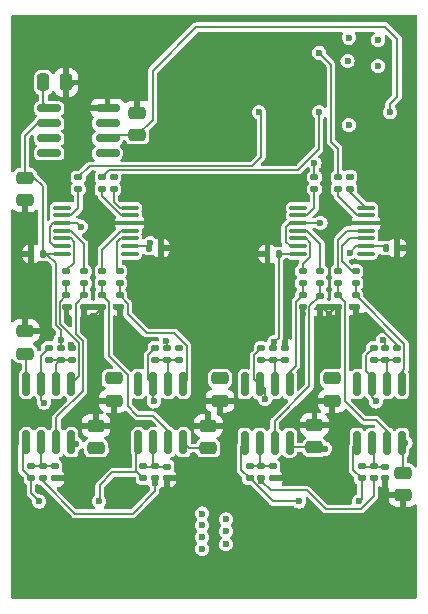
<source format=gbr>
%TF.GenerationSoftware,KiCad,Pcbnew,8.0.3-8.0.3-0~ubuntu22.04.1*%
%TF.CreationDate,2024-07-15T21:36:58+02:00*%
%TF.ProjectId,MT2AO8,4d543241-4f38-42e6-9b69-6361645f7063,rev?*%
%TF.SameCoordinates,Original*%
%TF.FileFunction,Copper,L1,Top*%
%TF.FilePolarity,Positive*%
%FSLAX46Y46*%
G04 Gerber Fmt 4.6, Leading zero omitted, Abs format (unit mm)*
G04 Created by KiCad (PCBNEW 8.0.3-8.0.3-0~ubuntu22.04.1) date 2024-07-15 21:36:58*
%MOMM*%
%LPD*%
G01*
G04 APERTURE LIST*
G04 Aperture macros list*
%AMRoundRect*
0 Rectangle with rounded corners*
0 $1 Rounding radius*
0 $2 $3 $4 $5 $6 $7 $8 $9 X,Y pos of 4 corners*
0 Add a 4 corners polygon primitive as box body*
4,1,4,$2,$3,$4,$5,$6,$7,$8,$9,$2,$3,0*
0 Add four circle primitives for the rounded corners*
1,1,$1+$1,$2,$3*
1,1,$1+$1,$4,$5*
1,1,$1+$1,$6,$7*
1,1,$1+$1,$8,$9*
0 Add four rect primitives between the rounded corners*
20,1,$1+$1,$2,$3,$4,$5,0*
20,1,$1+$1,$4,$5,$6,$7,0*
20,1,$1+$1,$6,$7,$8,$9,0*
20,1,$1+$1,$8,$9,$2,$3,0*%
G04 Aperture macros list end*
%TA.AperFunction,SMDPad,CuDef*%
%ADD10RoundRect,0.140000X0.170000X-0.140000X0.170000X0.140000X-0.170000X0.140000X-0.170000X-0.140000X0*%
%TD*%
%TA.AperFunction,SMDPad,CuDef*%
%ADD11RoundRect,0.135000X-0.185000X0.135000X-0.185000X-0.135000X0.185000X-0.135000X0.185000X0.135000X0*%
%TD*%
%TA.AperFunction,SMDPad,CuDef*%
%ADD12RoundRect,0.135000X0.185000X-0.135000X0.185000X0.135000X-0.185000X0.135000X-0.185000X-0.135000X0*%
%TD*%
%TA.AperFunction,SMDPad,CuDef*%
%ADD13RoundRect,0.140000X0.140000X0.170000X-0.140000X0.170000X-0.140000X-0.170000X0.140000X-0.170000X0*%
%TD*%
%TA.AperFunction,SMDPad,CuDef*%
%ADD14RoundRect,0.250000X-0.475000X0.250000X-0.475000X-0.250000X0.475000X-0.250000X0.475000X0.250000X0*%
%TD*%
%TA.AperFunction,SMDPad,CuDef*%
%ADD15RoundRect,0.150000X0.825000X0.150000X-0.825000X0.150000X-0.825000X-0.150000X0.825000X-0.150000X0*%
%TD*%
%TA.AperFunction,SMDPad,CuDef*%
%ADD16RoundRect,0.100000X-0.637500X-0.100000X0.637500X-0.100000X0.637500X0.100000X-0.637500X0.100000X0*%
%TD*%
%TA.AperFunction,SMDPad,CuDef*%
%ADD17RoundRect,0.150000X0.150000X-0.825000X0.150000X0.825000X-0.150000X0.825000X-0.150000X-0.825000X0*%
%TD*%
%TA.AperFunction,SMDPad,CuDef*%
%ADD18RoundRect,0.250000X0.475000X-0.250000X0.475000X0.250000X-0.475000X0.250000X-0.475000X-0.250000X0*%
%TD*%
%TA.AperFunction,SMDPad,CuDef*%
%ADD19RoundRect,0.250000X-0.250000X-0.475000X0.250000X-0.475000X0.250000X0.475000X-0.250000X0.475000X0*%
%TD*%
%TA.AperFunction,SMDPad,CuDef*%
%ADD20RoundRect,0.140000X-0.140000X-0.170000X0.140000X-0.170000X0.140000X0.170000X-0.140000X0.170000X0*%
%TD*%
%TA.AperFunction,ViaPad*%
%ADD21C,0.600000*%
%TD*%
%TA.AperFunction,Conductor*%
%ADD22C,0.200000*%
%TD*%
%TA.AperFunction,Conductor*%
%ADD23C,0.127000*%
%TD*%
G04 APERTURE END LIST*
D10*
%TO.P,C18,1*%
%TO.N,GND*%
X163000000Y-96480000D03*
%TO.P,C18,2*%
%TO.N,/dac1/vout_d_dac*%
X163000000Y-95520000D03*
%TD*%
D11*
%TO.P,R22,1*%
%TO.N,CLK_DAC*%
X162500000Y-85480000D03*
%TO.P,R22,2*%
%TO.N,Net-(U5-SCLK)*%
X162500000Y-86500000D03*
%TD*%
D12*
%TO.P,R18,1*%
%TO.N,AO_CH0+*%
X135500000Y-111010000D03*
%TO.P,R18,2*%
%TO.N,Net-(U3A--)*%
X135500000Y-109990000D03*
%TD*%
D13*
%TO.P,C1,1*%
%TO.N,VREF_DAC*%
X136480000Y-92000000D03*
%TO.P,C1,2*%
%TO.N,GND*%
X135520000Y-92000000D03*
%TD*%
D11*
%TO.P,R24,1*%
%TO.N,Net-(U5-VOUT_C)*%
X158500000Y-93490000D03*
%TO.P,R24,2*%
%TO.N,/dac1/vout_c_dac*%
X158500000Y-94510000D03*
%TD*%
%TO.P,R21,1*%
%TO.N,RX_DAC1*%
X161500000Y-85490000D03*
%TO.P,R21,2*%
%TO.N,Net-(U5-SDIN)*%
X161500000Y-86510000D03*
%TD*%
D14*
%TO.P,C10,1*%
%TO.N,GND*%
X141000000Y-106550000D03*
%TO.P,C10,2*%
%TO.N,-12V*%
X141000000Y-108450000D03*
%TD*%
D12*
%TO.P,R37,1*%
%TO.N,AO_CH4+*%
X154000000Y-111010000D03*
%TO.P,R37,2*%
%TO.N,Net-(U7A--)*%
X154000000Y-109990000D03*
%TD*%
D14*
%TO.P,C9,1*%
%TO.N,GND*%
X135000000Y-98550000D03*
%TO.P,C9,2*%
%TO.N,+12V*%
X135000000Y-100450000D03*
%TD*%
D11*
%TO.P,R1,1*%
%TO.N,CS_DAC*%
X139500000Y-85530000D03*
%TO.P,R1,2*%
%TO.N,Net-(U1-~{SYNC})*%
X139500000Y-86550000D03*
%TD*%
D15*
%TO.P,U4,1,DNC*%
%TO.N,unconnected-(U4-DNC-Pad1)*%
X141975000Y-83500000D03*
%TO.P,U4,2,Vin*%
%TO.N,+5V*%
X141975000Y-82230000D03*
%TO.P,U4,3,Temp*%
%TO.N,unconnected-(U4-Temp-Pad3)*%
X141975000Y-80960000D03*
%TO.P,U4,4,GND*%
%TO.N,GND*%
X141975000Y-79690000D03*
%TO.P,U4,5,Trim/NR*%
%TO.N,Net-(U4-Trim{slash}NR)*%
X137025000Y-79690000D03*
%TO.P,U4,6,Vout*%
%TO.N,VREF_DAC*%
X137025000Y-80960000D03*
%TO.P,U4,7,NC*%
%TO.N,unconnected-(U4-NC-Pad7)*%
X137025000Y-82230000D03*
%TO.P,U4,8,DNC*%
%TO.N,unconnected-(U4-DNC-Pad8)*%
X137025000Y-83500000D03*
%TD*%
D12*
%TO.P,R11,1*%
%TO.N,AO_CH2+*%
X145000000Y-111010000D03*
%TO.P,R11,2*%
%TO.N,Net-(U2A--)*%
X145000000Y-109990000D03*
%TD*%
%TO.P,R25,1*%
%TO.N,VREF_DAC*%
X164500000Y-111010000D03*
%TO.P,R25,2*%
%TO.N,Net-(U6A--)*%
X164500000Y-109990000D03*
%TD*%
D13*
%TO.P,C14,1*%
%TO.N,VREF_DAC*%
X156480000Y-92000000D03*
%TO.P,C14,2*%
%TO.N,GND*%
X155520000Y-92000000D03*
%TD*%
D12*
%TO.P,R6,1*%
%TO.N,VREF_DAC*%
X146000000Y-111000000D03*
%TO.P,R6,2*%
%TO.N,Net-(U2A--)*%
X146000000Y-109980000D03*
%TD*%
D16*
%TO.P,U5,1,~{LDAC}*%
%TO.N,unconnected-(U5-~{LDAC}-Pad1)*%
X158137500Y-88100000D03*
%TO.P,U5,2,~{SYNC}*%
%TO.N,Net-(U5-~{SYNC})*%
X158137500Y-88750000D03*
%TO.P,U5,3,VDD*%
%TO.N,+3V3*%
X158137500Y-89400000D03*
%TO.P,U5,4,VOUT_A*%
%TO.N,Net-(U5-VOUT_A)*%
X158137500Y-90050000D03*
%TO.P,U5,5,VOUT_C*%
%TO.N,Net-(U5-VOUT_C)*%
X158137500Y-90700000D03*
%TO.P,U5,6,POR*%
%TO.N,+3V3*%
X158137500Y-91350000D03*
%TO.P,U5,7,REFIN*%
%TO.N,VREF_DAC*%
X158137500Y-92000000D03*
%TO.P,U5,8,SDO*%
%TO.N,unconnected-(U5-SDO-Pad8)*%
X163862500Y-92000000D03*
%TO.P,U5,9,~{CLR}*%
%TO.N,+3V3*%
X163862500Y-91350000D03*
%TO.P,U5,10,VOUT_D*%
%TO.N,Net-(U5-VOUT_D)*%
X163862500Y-90700000D03*
%TO.P,U5,11,VOUT_B*%
%TO.N,Net-(U5-VOUT_B)*%
X163862500Y-90050000D03*
%TO.P,U5,12,GND*%
%TO.N,GND*%
X163862500Y-89400000D03*
%TO.P,U5,13,SDIN*%
%TO.N,Net-(U5-SDIN)*%
X163862500Y-88750000D03*
%TO.P,U5,14,SCLK*%
%TO.N,Net-(U5-SCLK)*%
X163862500Y-88100000D03*
%TD*%
D11*
%TO.P,R17,1*%
%TO.N,GND*%
X139000000Y-100000000D03*
%TO.P,R17,2*%
%TO.N,Net-(U3B--)*%
X139000000Y-101020000D03*
%TD*%
D17*
%TO.P,U7,1*%
%TO.N,AO_CH4+*%
X153595000Y-108000000D03*
%TO.P,U7,2,-*%
%TO.N,Net-(U7A--)*%
X154865000Y-108000000D03*
%TO.P,U7,3,+*%
%TO.N,/dac1/vout_a_dac*%
X156135000Y-108000000D03*
%TO.P,U7,4,V-*%
%TO.N,-12V*%
X157405000Y-108000000D03*
%TO.P,U7,5,+*%
%TO.N,/dac1/vout_c_dac*%
X157405000Y-103050000D03*
%TO.P,U7,6,-*%
%TO.N,Net-(U7B--)*%
X156135000Y-103050000D03*
%TO.P,U7,7*%
%TO.N,AO_CH5+*%
X154865000Y-103050000D03*
%TO.P,U7,8,V+*%
%TO.N,+12V*%
X153595000Y-103050000D03*
%TD*%
D18*
%TO.P,C3,1*%
%TO.N,GND*%
X142500000Y-104450000D03*
%TO.P,C3,2*%
%TO.N,+12V*%
X142500000Y-102550000D03*
%TD*%
D11*
%TO.P,R2,1*%
%TO.N,RX_DAC0*%
X141500000Y-85520000D03*
%TO.P,R2,2*%
%TO.N,Net-(U1-SDIN)*%
X141500000Y-86540000D03*
%TD*%
D10*
%TO.P,C5,1*%
%TO.N,GND*%
X143000000Y-96480000D03*
%TO.P,C5,2*%
%TO.N,/dac0/vout_d_dac*%
X143000000Y-95520000D03*
%TD*%
D11*
%TO.P,R34,1*%
%TO.N,VREF_DAC*%
X156000000Y-99990000D03*
%TO.P,R34,2*%
%TO.N,Net-(U7B--)*%
X156000000Y-101010000D03*
%TD*%
%TO.P,R5,1*%
%TO.N,Net-(U1-VOUT_B)*%
X141500000Y-93490000D03*
%TO.P,R5,2*%
%TO.N,/dac0/vout_c_dac*%
X141500000Y-94510000D03*
%TD*%
D10*
%TO.P,C6,1*%
%TO.N,GND*%
X141500000Y-96480000D03*
%TO.P,C6,2*%
%TO.N,/dac0/vout_c_dac*%
X141500000Y-95520000D03*
%TD*%
D11*
%TO.P,R31,1*%
%TO.N,AO_CH7+*%
X164500000Y-99990000D03*
%TO.P,R31,2*%
%TO.N,Net-(U6B--)*%
X164500000Y-101010000D03*
%TD*%
%TO.P,R10,1*%
%TO.N,GND*%
X148000000Y-99990000D03*
%TO.P,R10,2*%
%TO.N,Net-(U2B--)*%
X148000000Y-101010000D03*
%TD*%
D14*
%TO.P,C13,1*%
%TO.N,VREF_DAC*%
X135000000Y-85550000D03*
%TO.P,C13,2*%
%TO.N,GND*%
X135000000Y-87450000D03*
%TD*%
D19*
%TO.P,C12,1*%
%TO.N,Net-(U4-Trim{slash}NR)*%
X136550000Y-77500000D03*
%TO.P,C12,2*%
%TO.N,GND*%
X138450000Y-77500000D03*
%TD*%
D11*
%TO.P,R15,1*%
%TO.N,VREF_DAC*%
X138000000Y-99990000D03*
%TO.P,R15,2*%
%TO.N,Net-(U3B--)*%
X138000000Y-101010000D03*
%TD*%
D12*
%TO.P,R16,1*%
%TO.N,GND*%
X137500000Y-111000000D03*
%TO.P,R16,2*%
%TO.N,Net-(U3A--)*%
X137500000Y-109980000D03*
%TD*%
D10*
%TO.P,C21,1*%
%TO.N,GND*%
X160000000Y-96500000D03*
%TO.P,C21,2*%
%TO.N,/dac1/vout_a_dac*%
X160000000Y-95540000D03*
%TD*%
D11*
%TO.P,R36,1*%
%TO.N,GND*%
X157000000Y-99990000D03*
%TO.P,R36,2*%
%TO.N,Net-(U7B--)*%
X157000000Y-101010000D03*
%TD*%
D14*
%TO.P,C17,1*%
%TO.N,GND*%
X159500000Y-106500000D03*
%TO.P,C17,2*%
%TO.N,-12V*%
X159500000Y-108400000D03*
%TD*%
D18*
%TO.P,C23,1*%
%TO.N,GND*%
X167000000Y-112450000D03*
%TO.P,C23,2*%
%TO.N,-12V*%
X167000000Y-110550000D03*
%TD*%
%TO.P,C16,1*%
%TO.N,GND*%
X151500000Y-104450000D03*
%TO.P,C16,2*%
%TO.N,+12V*%
X151500000Y-102550000D03*
%TD*%
D11*
%TO.P,R26,1*%
%TO.N,VREF_DAC*%
X165500000Y-99990000D03*
%TO.P,R26,2*%
%TO.N,Net-(U6B--)*%
X165500000Y-101010000D03*
%TD*%
%TO.P,R13,1*%
%TO.N,Net-(U1-VOUT_C)*%
X138500000Y-93490000D03*
%TO.P,R13,2*%
%TO.N,/dac0/vout_a_dac*%
X138500000Y-94510000D03*
%TD*%
%TO.P,R20,1*%
%TO.N,CS_DAC*%
X159500000Y-85510000D03*
%TO.P,R20,2*%
%TO.N,Net-(U5-~{SYNC})*%
X159500000Y-86530000D03*
%TD*%
D12*
%TO.P,R35,1*%
%TO.N,GND*%
X156000000Y-111010000D03*
%TO.P,R35,2*%
%TO.N,Net-(U7A--)*%
X156000000Y-109990000D03*
%TD*%
D17*
%TO.P,U2,1*%
%TO.N,AO_CH2+*%
X144595000Y-107975000D03*
%TO.P,U2,2,-*%
%TO.N,Net-(U2A--)*%
X145865000Y-107975000D03*
%TO.P,U2,3,+*%
%TO.N,/dac0/vout_c_dac*%
X147135000Y-107975000D03*
%TO.P,U2,4,V-*%
%TO.N,-12V*%
X148405000Y-107975000D03*
%TO.P,U2,5,+*%
%TO.N,/dac0/vout_d_dac*%
X148405000Y-103025000D03*
%TO.P,U2,6,-*%
%TO.N,Net-(U2B--)*%
X147135000Y-103025000D03*
%TO.P,U2,7*%
%TO.N,AO_CH3+*%
X145865000Y-103025000D03*
%TO.P,U2,8,V+*%
%TO.N,+12V*%
X144595000Y-103025000D03*
%TD*%
D11*
%TO.P,R27,1*%
%TO.N,Net-(U5-VOUT_B)*%
X161500000Y-93490000D03*
%TO.P,R27,2*%
%TO.N,/dac1/vout_b_dac*%
X161500000Y-94510000D03*
%TD*%
D16*
%TO.P,U1,1,~{LDAC}*%
%TO.N,unconnected-(U1-~{LDAC}-Pad1)*%
X138137500Y-88100000D03*
%TO.P,U1,2,~{SYNC}*%
%TO.N,Net-(U1-~{SYNC})*%
X138137500Y-88750000D03*
%TO.P,U1,3,VDD*%
%TO.N,+3V3*%
X138137500Y-89400000D03*
%TO.P,U1,4,VOUT_A*%
%TO.N,Net-(U1-VOUT_A)*%
X138137500Y-90050000D03*
%TO.P,U1,5,VOUT_C*%
%TO.N,Net-(U1-VOUT_C)*%
X138137500Y-90700000D03*
%TO.P,U1,6,POR*%
%TO.N,+3V3*%
X138137500Y-91350000D03*
%TO.P,U1,7,REFIN*%
%TO.N,VREF_DAC*%
X138137500Y-92000000D03*
%TO.P,U1,8,SDO*%
%TO.N,unconnected-(U1-SDO-Pad8)*%
X143862500Y-92000000D03*
%TO.P,U1,9,~{CLR}*%
%TO.N,+3V3*%
X143862500Y-91350000D03*
%TO.P,U1,10,VOUT_D*%
%TO.N,Net-(U1-VOUT_D)*%
X143862500Y-90700000D03*
%TO.P,U1,11,VOUT_B*%
%TO.N,Net-(U1-VOUT_B)*%
X143862500Y-90050000D03*
%TO.P,U1,12,GND*%
%TO.N,GND*%
X143862500Y-89400000D03*
%TO.P,U1,13,SDIN*%
%TO.N,Net-(U1-SDIN)*%
X143862500Y-88750000D03*
%TO.P,U1,14,SCLK*%
%TO.N,Net-(U1-SCLK)*%
X143862500Y-88100000D03*
%TD*%
D11*
%TO.P,R29,1*%
%TO.N,GND*%
X166500000Y-99990000D03*
%TO.P,R29,2*%
%TO.N,Net-(U6B--)*%
X166500000Y-101010000D03*
%TD*%
D10*
%TO.P,C8,1*%
%TO.N,GND*%
X138500000Y-96480000D03*
%TO.P,C8,2*%
%TO.N,/dac0/vout_a_dac*%
X138500000Y-95520000D03*
%TD*%
D12*
%TO.P,R14,1*%
%TO.N,VREF_DAC*%
X136500000Y-111010000D03*
%TO.P,R14,2*%
%TO.N,Net-(U3A--)*%
X136500000Y-109990000D03*
%TD*%
D11*
%TO.P,R12,1*%
%TO.N,AO_CH3+*%
X146000000Y-99990000D03*
%TO.P,R12,2*%
%TO.N,Net-(U2B--)*%
X146000000Y-101010000D03*
%TD*%
D18*
%TO.P,C22,1*%
%TO.N,GND*%
X161000000Y-104450000D03*
%TO.P,C22,2*%
%TO.N,+12V*%
X161000000Y-102550000D03*
%TD*%
D12*
%TO.P,R30,1*%
%TO.N,AO_CH6+*%
X163500000Y-111010000D03*
%TO.P,R30,2*%
%TO.N,Net-(U6A--)*%
X163500000Y-109990000D03*
%TD*%
D11*
%TO.P,R8,1*%
%TO.N,Net-(U1-VOUT_A)*%
X140000000Y-93490000D03*
%TO.P,R8,2*%
%TO.N,/dac0/vout_b_dac*%
X140000000Y-94510000D03*
%TD*%
%TO.P,R19,1*%
%TO.N,AO_CH1+*%
X137000000Y-99990000D03*
%TO.P,R19,2*%
%TO.N,Net-(U3B--)*%
X137000000Y-101010000D03*
%TD*%
D10*
%TO.P,C19,1*%
%TO.N,GND*%
X158500000Y-96480000D03*
%TO.P,C19,2*%
%TO.N,/dac1/vout_c_dac*%
X158500000Y-95520000D03*
%TD*%
D11*
%TO.P,R4,1*%
%TO.N,Net-(U1-VOUT_D)*%
X143000000Y-93490000D03*
%TO.P,R4,2*%
%TO.N,/dac0/vout_d_dac*%
X143000000Y-94510000D03*
%TD*%
D14*
%TO.P,C11,1*%
%TO.N,GND*%
X144500000Y-80050000D03*
%TO.P,C11,2*%
%TO.N,+5V*%
X144500000Y-81950000D03*
%TD*%
D10*
%TO.P,C20,1*%
%TO.N,GND*%
X161500000Y-96480000D03*
%TO.P,C20,2*%
%TO.N,/dac1/vout_b_dac*%
X161500000Y-95520000D03*
%TD*%
D11*
%TO.P,R38,1*%
%TO.N,AO_CH5+*%
X155000000Y-99990000D03*
%TO.P,R38,2*%
%TO.N,Net-(U7B--)*%
X155000000Y-101010000D03*
%TD*%
%TO.P,R23,1*%
%TO.N,Net-(U5-VOUT_D)*%
X163000000Y-93480000D03*
%TO.P,R23,2*%
%TO.N,/dac1/vout_d_dac*%
X163000000Y-94500000D03*
%TD*%
%TO.P,R3,1*%
%TO.N,CLK_DAC*%
X142500000Y-85530000D03*
%TO.P,R3,2*%
%TO.N,Net-(U1-SCLK)*%
X142500000Y-86550000D03*
%TD*%
D10*
%TO.P,R9,1*%
%TO.N,GND*%
X147000000Y-110980000D03*
%TO.P,R9,2*%
%TO.N,Net-(U2A--)*%
X147000000Y-110020000D03*
%TD*%
D14*
%TO.P,C4,1*%
%TO.N,GND*%
X150500000Y-106550000D03*
%TO.P,C4,2*%
%TO.N,-12V*%
X150500000Y-108450000D03*
%TD*%
D12*
%TO.P,R33,1*%
%TO.N,VREF_DAC*%
X155000000Y-111010000D03*
%TO.P,R33,2*%
%TO.N,Net-(U7A--)*%
X155000000Y-109990000D03*
%TD*%
D10*
%TO.P,C7,1*%
%TO.N,GND*%
X140000000Y-96480000D03*
%TO.P,C7,2*%
%TO.N,/dac0/vout_b_dac*%
X140000000Y-95520000D03*
%TD*%
%TO.P,R28,1*%
%TO.N,GND*%
X165500000Y-110980000D03*
%TO.P,R28,2*%
%TO.N,Net-(U6A--)*%
X165500000Y-110020000D03*
%TD*%
D17*
%TO.P,U6,1*%
%TO.N,AO_CH6+*%
X163095000Y-108000000D03*
%TO.P,U6,2,-*%
%TO.N,Net-(U6A--)*%
X164365000Y-108000000D03*
%TO.P,U6,3,+*%
%TO.N,/dac1/vout_b_dac*%
X165635000Y-108000000D03*
%TO.P,U6,4,V-*%
%TO.N,-12V*%
X166905000Y-108000000D03*
%TO.P,U6,5,+*%
%TO.N,/dac1/vout_d_dac*%
X166905000Y-103050000D03*
%TO.P,U6,6,-*%
%TO.N,Net-(U6B--)*%
X165635000Y-103050000D03*
%TO.P,U6,7*%
%TO.N,AO_CH7+*%
X164365000Y-103050000D03*
%TO.P,U6,8,V+*%
%TO.N,+12V*%
X163095000Y-103050000D03*
%TD*%
D20*
%TO.P,C2,1*%
%TO.N,+3V3*%
X145520000Y-91500000D03*
%TO.P,C2,2*%
%TO.N,GND*%
X146480000Y-91500000D03*
%TD*%
D17*
%TO.P,U3,1*%
%TO.N,AO_CH0+*%
X135095000Y-107975000D03*
%TO.P,U3,2,-*%
%TO.N,Net-(U3A--)*%
X136365000Y-107975000D03*
%TO.P,U3,3,+*%
%TO.N,/dac0/vout_b_dac*%
X137635000Y-107975000D03*
%TO.P,U3,4,V-*%
%TO.N,-12V*%
X138905000Y-107975000D03*
%TO.P,U3,5,+*%
%TO.N,/dac0/vout_a_dac*%
X138905000Y-103025000D03*
%TO.P,U3,6,-*%
%TO.N,Net-(U3B--)*%
X137635000Y-103025000D03*
%TO.P,U3,7*%
%TO.N,AO_CH1+*%
X136365000Y-103025000D03*
%TO.P,U3,8,V+*%
%TO.N,+12V*%
X135095000Y-103025000D03*
%TD*%
D20*
%TO.P,C15,1*%
%TO.N,+3V3*%
X165520000Y-91500000D03*
%TO.P,C15,2*%
%TO.N,GND*%
X166480000Y-91500000D03*
%TD*%
D11*
%TO.P,R7,1*%
%TO.N,VREF_DAC*%
X147000000Y-99990000D03*
%TO.P,R7,2*%
%TO.N,Net-(U2B--)*%
X147000000Y-101010000D03*
%TD*%
%TO.P,R32,1*%
%TO.N,Net-(U5-VOUT_A)*%
X160000000Y-93490000D03*
%TO.P,R32,2*%
%TO.N,/dac1/vout_a_dac*%
X160000000Y-94510000D03*
%TD*%
D21*
%TO.N,*%
X152000000Y-115500000D03*
X150000000Y-114000000D03*
X150000000Y-115000000D03*
X152000000Y-114500000D03*
X150000000Y-116000000D03*
X152000000Y-116600000D03*
X150000000Y-117000000D03*
%TO.N,+5V*%
X165900000Y-80025000D03*
%TO.N,GND*%
X143000000Y-97200000D03*
X136700000Y-95500000D03*
X138900000Y-77600000D03*
X142600000Y-111300000D03*
X160700000Y-97100000D03*
X136700000Y-93500000D03*
X136700000Y-94500000D03*
X158490000Y-97100000D03*
X138900000Y-99700000D03*
X157200000Y-98000000D03*
X143900000Y-119000000D03*
X148000000Y-100000000D03*
X138600000Y-97400000D03*
X140800000Y-97300000D03*
X163000000Y-97100000D03*
X157200000Y-97100000D03*
%TO.N,+12V*%
X142300000Y-102600000D03*
X161000000Y-102500000D03*
X163100000Y-103700000D03*
X153600000Y-103500000D03*
X144600000Y-103500000D03*
X151800000Y-102600000D03*
X135100000Y-102400000D03*
X164900000Y-76100000D03*
X164900000Y-73900000D03*
%TO.N,+3V3*%
X162500000Y-91900000D03*
X145600000Y-91100000D03*
X162400000Y-81100000D03*
X139700000Y-89700000D03*
X160000000Y-89400000D03*
%TO.N,-12V*%
X150900000Y-108200000D03*
X162300000Y-75700000D03*
X141500000Y-108600000D03*
X162400000Y-73700000D03*
X139300000Y-108100000D03*
X167200000Y-108000000D03*
X160400000Y-108500000D03*
%TO.N,VREF_DAC*%
X165300000Y-99300000D03*
X146900000Y-99400000D03*
X146000000Y-111400000D03*
X138000000Y-99300000D03*
X154993455Y-111206545D03*
X156100000Y-99500000D03*
%TO.N,AO_CH0+*%
X136190000Y-112975000D03*
%TO.N,AO_CH1+*%
X136600000Y-104600000D03*
%TO.N,AO_CH2+*%
X141270000Y-112975000D03*
%TO.N,AO_CH3+*%
X145900000Y-104500000D03*
%TO.N,RX_DAC0*%
X159890000Y-80025000D03*
%TO.N,CS_DAC*%
X159500000Y-84336500D03*
X154810000Y-80025000D03*
%TO.N,RX_DAC1*%
X159890000Y-74975000D03*
%TO.N,CLK_DAC*%
X162500000Y-85480000D03*
X142500000Y-85530000D03*
%TO.N,AO_CH6+*%
X163270000Y-112975000D03*
%TO.N,AO_CH5+*%
X155300000Y-104300000D03*
%TO.N,AO_CH7+*%
X164700000Y-104500000D03*
%TO.N,AO_CH4+*%
X158190000Y-112975000D03*
%TD*%
D22*
%TO.N,+5V*%
X166500000Y-73800000D02*
X165500000Y-72800000D01*
X166500000Y-78700000D02*
X166500000Y-73800000D01*
X145800000Y-76500000D02*
X145800000Y-80650000D01*
X165500000Y-72800000D02*
X149500000Y-72800000D01*
X144500000Y-81950000D02*
X142255000Y-81950000D01*
X149500000Y-72800000D02*
X145800000Y-76500000D01*
X165900000Y-79300000D02*
X166500000Y-78700000D01*
X142255000Y-81950000D02*
X141975000Y-82230000D01*
X145800000Y-80650000D02*
X144500000Y-81950000D01*
X165900000Y-80025000D02*
X165900000Y-79300000D01*
D23*
%TO.N,GND*%
X166500000Y-99700000D02*
X163900000Y-97100000D01*
X148000000Y-99990000D02*
X148000000Y-100000000D01*
X138500000Y-96480000D02*
X138500000Y-97300000D01*
X138500000Y-97300000D02*
X138600000Y-97400000D01*
X161320000Y-96480000D02*
X160700000Y-97100000D01*
X160100000Y-96500000D02*
X160700000Y-97100000D01*
X141500000Y-96480000D02*
X141500000Y-96600000D01*
X158500000Y-97090000D02*
X158490000Y-97100000D01*
X143000000Y-96480000D02*
X143000000Y-97200000D01*
X141500000Y-96600000D02*
X140800000Y-97300000D01*
X161500000Y-96480000D02*
X161320000Y-96480000D01*
X158500000Y-96480000D02*
X158500000Y-97090000D01*
X166500000Y-99990000D02*
X166500000Y-99700000D01*
X140000000Y-96480000D02*
X141500000Y-96480000D01*
X163900000Y-97100000D02*
X163000000Y-97100000D01*
X160000000Y-96500000D02*
X160100000Y-96500000D01*
X163000000Y-96480000D02*
X163000000Y-97100000D01*
%TO.N,+12V*%
X135095000Y-103025000D02*
X135095000Y-102405000D01*
X135095000Y-102395000D02*
X135095000Y-100545000D01*
X135095000Y-102405000D02*
X135100000Y-102400000D01*
X135095000Y-100545000D02*
X135000000Y-100450000D01*
X135100000Y-102400000D02*
X135095000Y-102395000D01*
D22*
%TO.N,+3V3*%
X157400001Y-89400000D02*
X158137500Y-89400000D01*
X163050000Y-91350000D02*
X162500000Y-91900000D01*
X137481544Y-91350000D02*
X137100000Y-90968456D01*
X137100000Y-89700001D02*
X137400001Y-89400000D01*
X163862500Y-91350000D02*
X165370000Y-91350000D01*
X157100000Y-89700001D02*
X157400001Y-89400000D01*
X143862500Y-91350000D02*
X145370000Y-91350000D01*
X139400000Y-89400000D02*
X139700000Y-89700000D01*
X158137500Y-91350000D02*
X157481544Y-91350000D01*
X138137500Y-89400000D02*
X139400000Y-89400000D01*
X145520000Y-91180000D02*
X145600000Y-91100000D01*
X137100000Y-90968456D02*
X137100000Y-89700001D01*
X163862500Y-91350000D02*
X163050000Y-91350000D01*
X145520000Y-91500000D02*
X145520000Y-91180000D01*
X145370000Y-91350000D02*
X145520000Y-91500000D01*
X158137500Y-89400000D02*
X160000000Y-89400000D01*
X157481544Y-91350000D02*
X157100000Y-90968456D01*
X157100000Y-90968456D02*
X157100000Y-89700001D01*
X138137500Y-91350000D02*
X137481544Y-91350000D01*
X165370000Y-91350000D02*
X165520000Y-91500000D01*
X137400001Y-89400000D02*
X138137500Y-89400000D01*
D23*
%TO.N,-12V*%
X141000000Y-108450000D02*
X141350000Y-108450000D01*
X160300000Y-108400000D02*
X160400000Y-108500000D01*
X167000000Y-108095000D02*
X166905000Y-108000000D01*
X167000000Y-110550000D02*
X167000000Y-108095000D01*
X141350000Y-108450000D02*
X141500000Y-108600000D01*
X148880000Y-108450000D02*
X150500000Y-108450000D01*
X157805000Y-108400000D02*
X157405000Y-108000000D01*
X150500000Y-108450000D02*
X150650000Y-108450000D01*
X159500000Y-108400000D02*
X160300000Y-108400000D01*
X148405000Y-107975000D02*
X148880000Y-108450000D01*
X166905000Y-108000000D02*
X167200000Y-108000000D01*
X150650000Y-108450000D02*
X150900000Y-108200000D01*
X159500000Y-108400000D02*
X157805000Y-108400000D01*
%TO.N,VREF_DAC*%
X154993455Y-111016545D02*
X155000000Y-111010000D01*
X165500000Y-99500000D02*
X165300000Y-99300000D01*
X164500000Y-112541910D02*
X163441910Y-113600000D01*
X135000000Y-82010001D02*
X135000000Y-85550000D01*
X135750000Y-85550000D02*
X135000000Y-85550000D01*
X136050001Y-80960000D02*
X135000000Y-82010001D01*
X136480000Y-92000000D02*
X136480000Y-86280000D01*
X136480000Y-86280000D02*
X135750000Y-85550000D01*
X144100000Y-114000000D02*
X146000000Y-112100000D01*
X147000000Y-99500000D02*
X146900000Y-99400000D01*
X139220001Y-114000000D02*
X144100000Y-114000000D01*
X136800000Y-92000000D02*
X136480000Y-92000000D01*
X164500000Y-111010000D02*
X164500000Y-112541910D01*
X146000000Y-111000000D02*
X146000000Y-111400000D01*
X136500000Y-111010000D02*
X136500000Y-111279999D01*
X165500000Y-99990000D02*
X165500000Y-99500000D01*
X138000000Y-98462448D02*
X137599500Y-98061948D01*
X163441910Y-113600000D02*
X160438090Y-113600000D01*
X154993455Y-111206545D02*
X154993455Y-111016545D01*
X137025000Y-80960000D02*
X136050001Y-80960000D01*
X137599500Y-98061948D02*
X137599500Y-92799500D01*
X138000000Y-99300000D02*
X138000000Y-98462448D01*
X160438090Y-113600000D02*
X158838090Y-112000000D01*
X155786910Y-112000000D02*
X154993455Y-111206545D01*
X138137500Y-92000000D02*
X136800000Y-92000000D01*
X156480000Y-92000000D02*
X156480000Y-99120000D01*
X158137500Y-92000000D02*
X156480000Y-92000000D01*
X156000000Y-99600000D02*
X156000000Y-99990000D01*
X138000000Y-99990000D02*
X138000000Y-99300000D01*
X136500000Y-111279999D02*
X139220001Y-114000000D01*
X156100000Y-99500000D02*
X156000000Y-99600000D01*
X156480000Y-99120000D02*
X156100000Y-99500000D01*
X158838090Y-112000000D02*
X155786910Y-112000000D01*
X146000000Y-112100000D02*
X146000000Y-111400000D01*
X137599500Y-92799500D02*
X136800000Y-92000000D01*
X147000000Y-99990000D02*
X147000000Y-99500000D01*
%TO.N,/dac0/vout_a_dac*%
X139583500Y-99583500D02*
X137926500Y-97926500D01*
X138905000Y-103025000D02*
X139583500Y-102346500D01*
X137926500Y-97926500D02*
X137926500Y-96093500D01*
X139583500Y-102346500D02*
X139583500Y-99583500D01*
X137926500Y-96093500D02*
X138500000Y-95520000D01*
X138500000Y-95520000D02*
X138500000Y-94510000D01*
%TO.N,/dac0/vout_b_dac*%
X139910500Y-99410500D02*
X139300000Y-98800000D01*
X137635000Y-105858934D02*
X139910500Y-103583434D01*
X139300000Y-98800000D02*
X139300000Y-96220000D01*
X139300000Y-96220000D02*
X140000000Y-95520000D01*
X139910500Y-103583434D02*
X139910500Y-99410500D01*
X140000000Y-95520000D02*
X140000000Y-94510000D01*
X137635000Y-107975000D02*
X137635000Y-105858934D01*
%TO.N,/dac0/vout_d_dac*%
X148704999Y-99807693D02*
X147597306Y-98700000D01*
X143000000Y-95520000D02*
X143000000Y-94510000D01*
X147597306Y-98700000D02*
X145300000Y-98700000D01*
X148405000Y-103025000D02*
X148704999Y-102725001D01*
X143700000Y-96220000D02*
X143000000Y-95520000D01*
X143700000Y-97100000D02*
X143700000Y-96220000D01*
X148704999Y-102725001D02*
X148704999Y-99807693D01*
X145300000Y-98700000D02*
X143700000Y-97100000D01*
%TO.N,/dac0/vout_c_dac*%
X142073500Y-96093500D02*
X142073500Y-100665374D01*
X141500000Y-95520000D02*
X141500000Y-94510000D01*
X143700000Y-102291874D02*
X143700000Y-104900000D01*
X142073500Y-100665374D02*
X143700000Y-102291874D01*
X143700000Y-104900000D02*
X144500000Y-105700000D01*
X144500000Y-105700000D02*
X145834999Y-105700000D01*
X145834999Y-105700000D02*
X147135000Y-107000001D01*
X147135000Y-107000001D02*
X147135000Y-107975000D01*
X141500000Y-95520000D02*
X142073500Y-96093500D01*
%TO.N,Net-(U3A--)*%
X137490000Y-109990000D02*
X137500000Y-109980000D01*
X136365000Y-107975000D02*
X136365000Y-109855000D01*
X135500000Y-109990000D02*
X137490000Y-109990000D01*
X136365000Y-109855000D02*
X136500000Y-109990000D01*
%TO.N,AO_CH0+*%
X135500000Y-111010000D02*
X135500000Y-112285000D01*
X135095000Y-107975000D02*
X134795001Y-108274999D01*
X134795001Y-108274999D02*
X134795001Y-110305001D01*
X135500000Y-112285000D02*
X136190000Y-112975000D01*
X134795001Y-110305001D02*
X135500000Y-111010000D01*
%TO.N,Net-(U3B--)*%
X137000000Y-101010000D02*
X138990000Y-101010000D01*
X137635000Y-101375000D02*
X138000000Y-101010000D01*
X137635000Y-103025000D02*
X137635000Y-101375000D01*
X138990000Y-101010000D02*
X139000000Y-101020000D01*
%TO.N,AO_CH1+*%
X136365000Y-103025000D02*
X136365000Y-100625000D01*
X136365000Y-103025000D02*
X136365000Y-104365000D01*
X136365000Y-100625000D02*
X137000000Y-99990000D01*
X136365000Y-104365000D02*
X136600000Y-104600000D01*
%TO.N,AO_CH2+*%
X144416500Y-110426500D02*
X144416500Y-108153500D01*
X144495000Y-110505000D02*
X144416500Y-110426500D01*
X141300000Y-111600000D02*
X141300000Y-112945000D01*
X141300000Y-112945000D02*
X141270000Y-112975000D01*
X144495000Y-110505000D02*
X142395000Y-110505000D01*
X142395000Y-110505000D02*
X141300000Y-111600000D01*
X145000000Y-111010000D02*
X144495000Y-110505000D01*
X144416500Y-108153500D02*
X144595000Y-107975000D01*
%TO.N,AO_CH3+*%
X145865000Y-104465000D02*
X145900000Y-104500000D01*
X145865000Y-103025000D02*
X145865000Y-104465000D01*
X145416500Y-102576500D02*
X145416500Y-100573500D01*
X145416500Y-100573500D02*
X146000000Y-99990000D01*
X145865000Y-103025000D02*
X145416500Y-102576500D01*
%TO.N,Net-(U1-VOUT_A)*%
X138874999Y-90050000D02*
X140000000Y-91175001D01*
X140000000Y-91175001D02*
X140000000Y-93490000D01*
X138137500Y-90050000D02*
X138874999Y-90050000D01*
%TO.N,Net-(U1-VOUT_B)*%
X141500000Y-91675001D02*
X141500000Y-93490000D01*
X143125001Y-90050000D02*
X141500000Y-91675001D01*
X143862500Y-90050000D02*
X143125001Y-90050000D01*
%TO.N,Net-(U1-VOUT_D)*%
X143125001Y-90700000D02*
X142800000Y-91025001D01*
X143862500Y-90700000D02*
X143125001Y-90700000D01*
X142800000Y-91025001D02*
X142800000Y-93290000D01*
X142800000Y-93290000D02*
X143000000Y-93490000D01*
%TO.N,Net-(U1-VOUT_C)*%
X138874999Y-90700000D02*
X139138500Y-90963501D01*
X139138500Y-90963501D02*
X139138500Y-92761500D01*
X139138500Y-92761500D02*
X138500000Y-93400000D01*
X138137500Y-90700000D02*
X138874999Y-90700000D01*
X138500000Y-93400000D02*
X138500000Y-93490000D01*
%TO.N,RX_DAC0*%
X159890000Y-83110000D02*
X159890000Y-80025000D01*
X142120000Y-84900000D02*
X158100000Y-84900000D01*
X141500000Y-85520000D02*
X142120000Y-84900000D01*
X158100000Y-84900000D02*
X159890000Y-83110000D01*
%TO.N,Net-(U1-~{SYNC})*%
X138137500Y-88750000D02*
X138874999Y-88750000D01*
X138874999Y-88750000D02*
X139500000Y-88124999D01*
X139500000Y-88124999D02*
X139500000Y-86550000D01*
%TO.N,Net-(U1-SDIN)*%
X143862500Y-88750000D02*
X143125001Y-88750000D01*
X141500000Y-87124999D02*
X141500000Y-86540000D01*
X143125001Y-88750000D02*
X141500000Y-87124999D01*
%TO.N,Net-(U1-SCLK)*%
X142500000Y-87600000D02*
X142500000Y-86550000D01*
X143000000Y-88100000D02*
X142500000Y-87600000D01*
X143862500Y-88100000D02*
X143000000Y-88100000D01*
%TO.N,Net-(U4-Trim{slash}NR)*%
X137025000Y-79690000D02*
X136550000Y-79215000D01*
X136550000Y-79215000D02*
X136550000Y-77500000D01*
%TO.N,/dac1/vout_d_dac*%
X167100000Y-101800000D02*
X166905000Y-101995000D01*
X166905000Y-101995000D02*
X166905000Y-103050000D01*
X163000000Y-94500000D02*
X163000000Y-95520000D01*
X163000000Y-95520000D02*
X167100000Y-99620000D01*
X167100000Y-99620000D02*
X167100000Y-101800000D01*
%TO.N,/dac1/vout_c_dac*%
X158500000Y-95520000D02*
X157926500Y-96093500D01*
X157926500Y-96093500D02*
X157926500Y-101473500D01*
X157405000Y-101995000D02*
X157405000Y-103050000D01*
X158500000Y-94510000D02*
X158500000Y-95520000D01*
X157926500Y-101473500D02*
X157405000Y-101995000D01*
%TO.N,/dac1/vout_b_dac*%
X161500000Y-95520000D02*
X162073500Y-96093500D01*
X164700000Y-106100000D02*
X165635000Y-107035000D01*
X161500000Y-94510000D02*
X161500000Y-95520000D01*
X163700000Y-106100000D02*
X164700000Y-106100000D01*
X162073500Y-104473500D02*
X163700000Y-106100000D01*
X165635000Y-107035000D02*
X165635000Y-108000000D01*
X162073500Y-96093500D02*
X162073500Y-104473500D01*
%TO.N,/dac1/vout_a_dac*%
X159073500Y-103226500D02*
X156135000Y-106165000D01*
X160000000Y-95540000D02*
X159073500Y-96466500D01*
X156135000Y-106165000D02*
X156135000Y-108000000D01*
X159073500Y-96466500D02*
X159073500Y-103226500D01*
X160000000Y-94510000D02*
X160000000Y-95540000D01*
%TO.N,CS_DAC*%
X155000000Y-83800000D02*
X155000000Y-80215000D01*
X139500000Y-85530000D02*
X140457000Y-84573000D01*
X140457000Y-84573000D02*
X154227000Y-84573000D01*
X154227000Y-84573000D02*
X155000000Y-83800000D01*
X155000000Y-80215000D02*
X154810000Y-80025000D01*
X159500000Y-85510000D02*
X159500000Y-84336500D01*
%TO.N,RX_DAC1*%
X161500000Y-85490000D02*
X161500000Y-83100000D01*
X160900000Y-82500000D02*
X160900000Y-75985000D01*
X161500000Y-83100000D02*
X160900000Y-82500000D01*
X160900000Y-75985000D02*
X159890000Y-74975000D01*
%TO.N,AO_CH6+*%
X163500000Y-112745000D02*
X163270000Y-112975000D01*
X163095000Y-108000000D02*
X162795001Y-108299999D01*
X162795001Y-108299999D02*
X162795001Y-110305001D01*
X162795001Y-110305001D02*
X163500000Y-111010000D01*
X163500000Y-111010000D02*
X163500000Y-112745000D01*
%TO.N,AO_CH5+*%
X155000000Y-99990000D02*
X154416500Y-100573500D01*
X154416500Y-102601500D02*
X154865000Y-103050000D01*
X154865000Y-103050000D02*
X155300000Y-103485000D01*
X154416500Y-100573500D02*
X154416500Y-102601500D01*
X155300000Y-103485000D02*
X155300000Y-104300000D01*
%TO.N,AO_CH7+*%
X163900000Y-101900000D02*
X164365000Y-102365000D01*
X164365000Y-104165000D02*
X164700000Y-104500000D01*
X164365000Y-103050000D02*
X164365000Y-104165000D01*
X164365000Y-102365000D02*
X164365000Y-103050000D01*
X164500000Y-99990000D02*
X163900000Y-100590000D01*
X163900000Y-100590000D02*
X163900000Y-101900000D01*
%TO.N,AO_CH4+*%
X155965000Y-112975000D02*
X158190000Y-112975000D01*
X153295001Y-110305001D02*
X154000000Y-111010000D01*
X153595000Y-108000000D02*
X153295001Y-108299999D01*
X154000000Y-111010000D02*
X155965000Y-112975000D01*
X153295001Y-108299999D02*
X153295001Y-110305001D01*
%TO.N,Net-(U2A--)*%
X145865000Y-109845000D02*
X146000000Y-109980000D01*
X145865000Y-107975000D02*
X145865000Y-109845000D01*
X145030000Y-110020000D02*
X145000000Y-109990000D01*
X147000000Y-110020000D02*
X145030000Y-110020000D01*
%TO.N,Net-(U2B--)*%
X146000000Y-101010000D02*
X148000000Y-101010000D01*
X147135000Y-103025000D02*
X147135000Y-101145000D01*
X147135000Y-101145000D02*
X147000000Y-101010000D01*
X145865000Y-101145000D02*
X146000000Y-101010000D01*
%TO.N,Net-(U5-~{SYNC})*%
X159500000Y-88124999D02*
X159500000Y-86530000D01*
X158874999Y-88750000D02*
X159500000Y-88124999D01*
X158137500Y-88750000D02*
X158874999Y-88750000D01*
%TO.N,Net-(U5-SDIN)*%
X161500000Y-87124999D02*
X161500000Y-86510000D01*
X163125001Y-88750000D02*
X161500000Y-87124999D01*
X163862500Y-88750000D02*
X163125001Y-88750000D01*
%TO.N,Net-(U5-SCLK)*%
X163862500Y-88100000D02*
X162500000Y-86737500D01*
X162500000Y-86737500D02*
X162500000Y-86500000D01*
%TO.N,Net-(U5-VOUT_D)*%
X163862500Y-90700000D02*
X162500000Y-90700000D01*
X162500000Y-90700000D02*
X161827000Y-91373000D01*
X162680000Y-93480000D02*
X163000000Y-93480000D01*
X161827000Y-91373000D02*
X161827000Y-92627000D01*
X161827000Y-92627000D02*
X162680000Y-93480000D01*
%TO.N,Net-(U5-VOUT_C)*%
X159138500Y-92261500D02*
X158500000Y-92900000D01*
X158741838Y-90700000D02*
X159138500Y-91096662D01*
X159138500Y-91096662D02*
X159138500Y-92261500D01*
X158500000Y-92900000D02*
X158500000Y-93490000D01*
X158137500Y-90700000D02*
X158741838Y-90700000D01*
%TO.N,Net-(U6A--)*%
X165500000Y-110020000D02*
X163530000Y-110020000D01*
X164500000Y-108135000D02*
X164365000Y-108000000D01*
X163530000Y-110020000D02*
X163500000Y-109990000D01*
X164500000Y-109990000D02*
X164500000Y-108135000D01*
%TO.N,Net-(U6B--)*%
X165635000Y-101145000D02*
X165500000Y-101010000D01*
X166500000Y-101010000D02*
X164500000Y-101010000D01*
X165635000Y-103050000D02*
X165635000Y-101145000D01*
%TO.N,Net-(U5-VOUT_B)*%
X162250000Y-90050000D02*
X161500000Y-90800000D01*
X163862500Y-90050000D02*
X162250000Y-90050000D01*
X161500000Y-90800000D02*
X161500000Y-93490000D01*
%TO.N,Net-(U5-VOUT_A)*%
X158874999Y-90050000D02*
X160000000Y-91175001D01*
X160000000Y-91175001D02*
X160000000Y-93490000D01*
X158137500Y-90050000D02*
X158874999Y-90050000D01*
%TO.N,Net-(U7A--)*%
X155000000Y-109990000D02*
X156000000Y-109990000D01*
X154865000Y-109855000D02*
X155000000Y-109990000D01*
X154865000Y-108000000D02*
X154865000Y-109855000D01*
X154000000Y-109990000D02*
X155000000Y-109990000D01*
%TO.N,Net-(U7B--)*%
X156135000Y-101145000D02*
X156000000Y-101010000D01*
X156135000Y-103050000D02*
X156135000Y-101145000D01*
X157000000Y-101010000D02*
X155000000Y-101010000D01*
%TD*%
%TA.AperFunction,Conductor*%
%TO.N,GND*%
G36*
X158963065Y-84654220D02*
G01*
X159018106Y-84694913D01*
X159071718Y-84764782D01*
X159087486Y-84776881D01*
X159128688Y-84833305D01*
X159136000Y-84875256D01*
X159136000Y-84903246D01*
X159116315Y-84970285D01*
X159085634Y-85003016D01*
X159003576Y-85063576D01*
X158925618Y-85169207D01*
X158882258Y-85293118D01*
X158882258Y-85293120D01*
X158879500Y-85322538D01*
X158879500Y-85697453D01*
X158882258Y-85726874D01*
X158882260Y-85726884D01*
X158925619Y-85850794D01*
X158925619Y-85850795D01*
X158996154Y-85946367D01*
X159020125Y-86011996D01*
X159004809Y-86080166D01*
X158996154Y-86093633D01*
X158925619Y-86189204D01*
X158925619Y-86189205D01*
X158882258Y-86313118D01*
X158882258Y-86313120D01*
X158879500Y-86342538D01*
X158879500Y-86717453D01*
X158882258Y-86746874D01*
X158882260Y-86746884D01*
X158923075Y-86863524D01*
X158925619Y-86870794D01*
X158940378Y-86890792D01*
X159003576Y-86976423D01*
X159085634Y-87036984D01*
X159127884Y-87092631D01*
X159136000Y-87136754D01*
X159136000Y-87532097D01*
X159116315Y-87599136D01*
X159063511Y-87644891D01*
X158994353Y-87654835D01*
X158955706Y-87642582D01*
X158900304Y-87614353D01*
X158900301Y-87614352D01*
X158806524Y-87599500D01*
X157468482Y-87599500D01*
X157387519Y-87612323D01*
X157374696Y-87614354D01*
X157261658Y-87671950D01*
X157261657Y-87671951D01*
X157261652Y-87671954D01*
X157171954Y-87761652D01*
X157171951Y-87761657D01*
X157171950Y-87761658D01*
X157166567Y-87772223D01*
X157114352Y-87874698D01*
X157099500Y-87968475D01*
X157099500Y-88231517D01*
X157114354Y-88325305D01*
X157136468Y-88368705D01*
X157149364Y-88437374D01*
X157136468Y-88481294D01*
X157114354Y-88524696D01*
X157114352Y-88524700D01*
X157099500Y-88618475D01*
X157099500Y-88881517D01*
X157114354Y-88975304D01*
X157122044Y-88990397D01*
X157134938Y-89059067D01*
X157108659Y-89123806D01*
X157099238Y-89134369D01*
X156779522Y-89454085D01*
X156779518Y-89454091D01*
X156726792Y-89545413D01*
X156726793Y-89545414D01*
X156699500Y-89647274D01*
X156699500Y-90915729D01*
X156699500Y-91021183D01*
X156720619Y-91100000D01*
X156726794Y-91123047D01*
X156726795Y-91123049D01*
X156773244Y-91203499D01*
X156789718Y-91271399D01*
X156766866Y-91337426D01*
X156711945Y-91380617D01*
X156665858Y-91389500D01*
X156286930Y-91389500D01*
X156257181Y-91392289D01*
X156257180Y-91392289D01*
X156234571Y-91400201D01*
X156164793Y-91403762D01*
X156105936Y-91370839D01*
X156055383Y-91320285D01*
X156055374Y-91320278D01*
X155916193Y-91237967D01*
X155916190Y-91237965D01*
X155770001Y-91195493D01*
X155770000Y-91195494D01*
X155770000Y-92804503D01*
X155916194Y-92762031D01*
X155928877Y-92754531D01*
X155996601Y-92737347D01*
X156062864Y-92759506D01*
X156106628Y-92813971D01*
X156116000Y-92861262D01*
X156116000Y-98783466D01*
X156096315Y-98850505D01*
X156043511Y-98896260D01*
X156008186Y-98906405D01*
X155957248Y-98913111D01*
X155943238Y-98914956D01*
X155943237Y-98914956D01*
X155797160Y-98975463D01*
X155671718Y-99071718D01*
X155575463Y-99197160D01*
X155514956Y-99343237D01*
X155514955Y-99343242D01*
X155513995Y-99350532D01*
X155485725Y-99414426D01*
X155427398Y-99452894D01*
X155357533Y-99453721D01*
X155350106Y-99451381D01*
X155331745Y-99444956D01*
X155266878Y-99422258D01*
X155266879Y-99422258D01*
X155237461Y-99419500D01*
X154762546Y-99419500D01*
X154733125Y-99422258D01*
X154733115Y-99422260D01*
X154609207Y-99465618D01*
X154503576Y-99543576D01*
X154425618Y-99649207D01*
X154382258Y-99773118D01*
X154382258Y-99773120D01*
X154379500Y-99802538D01*
X154379500Y-100044363D01*
X154359815Y-100111402D01*
X154343185Y-100132039D01*
X154192999Y-100282227D01*
X154125228Y-100349997D01*
X154125224Y-100350002D01*
X154077307Y-100432998D01*
X154077307Y-100432999D01*
X154077306Y-100433001D01*
X154052500Y-100525578D01*
X154052500Y-100525580D01*
X154052500Y-101680553D01*
X154032815Y-101747592D01*
X153980011Y-101793347D01*
X153910853Y-101803291D01*
X153887546Y-101797595D01*
X153829697Y-101777353D01*
X153829699Y-101777353D01*
X153799270Y-101774500D01*
X153799266Y-101774500D01*
X153390734Y-101774500D01*
X153390730Y-101774500D01*
X153360300Y-101777353D01*
X153360298Y-101777353D01*
X153232119Y-101822206D01*
X153232117Y-101822207D01*
X153122850Y-101902850D01*
X153042207Y-102012117D01*
X153042206Y-102012119D01*
X152997353Y-102140298D01*
X152997353Y-102140300D01*
X152994500Y-102170730D01*
X152994500Y-103490495D01*
X152994318Y-103493276D01*
X152994318Y-103506737D01*
X152994500Y-103509515D01*
X152994500Y-103929269D01*
X152997353Y-103959699D01*
X152997353Y-103959701D01*
X153041786Y-104086679D01*
X153042207Y-104087882D01*
X153122850Y-104197150D01*
X153232118Y-104277793D01*
X153272565Y-104291946D01*
X153360299Y-104322646D01*
X153390730Y-104325500D01*
X153390734Y-104325500D01*
X153799270Y-104325500D01*
X153829699Y-104322646D01*
X153829701Y-104322646D01*
X153902537Y-104297159D01*
X153957882Y-104277793D01*
X154067150Y-104197150D01*
X154130231Y-104111677D01*
X154185877Y-104069428D01*
X154255533Y-104063969D01*
X154317083Y-104097036D01*
X154329763Y-104111670D01*
X154392850Y-104197150D01*
X154502118Y-104277793D01*
X154542565Y-104291946D01*
X154628510Y-104322020D01*
X154685286Y-104362742D01*
X154710494Y-104422873D01*
X154714956Y-104456761D01*
X154714956Y-104456762D01*
X154774287Y-104600001D01*
X154775464Y-104602841D01*
X154871718Y-104728282D01*
X154997159Y-104824536D01*
X155143238Y-104885044D01*
X155221619Y-104895363D01*
X155299999Y-104905682D01*
X155300000Y-104905682D01*
X155300001Y-104905682D01*
X155352254Y-104898802D01*
X155456762Y-104885044D01*
X155602841Y-104824536D01*
X155728282Y-104728282D01*
X155824536Y-104602841D01*
X155885044Y-104456762D01*
X155888131Y-104433314D01*
X155916398Y-104369417D01*
X155974723Y-104330947D01*
X156011070Y-104325500D01*
X156339270Y-104325500D01*
X156369699Y-104322646D01*
X156369701Y-104322646D01*
X156442537Y-104297159D01*
X156497882Y-104277793D01*
X156607150Y-104197150D01*
X156670231Y-104111677D01*
X156725877Y-104069428D01*
X156795533Y-104063969D01*
X156857083Y-104097036D01*
X156869763Y-104111670D01*
X156932850Y-104197150D01*
X157042118Y-104277793D01*
X157073063Y-104288621D01*
X157170295Y-104322645D01*
X157170299Y-104322645D01*
X157170301Y-104322646D01*
X157174904Y-104323077D01*
X157239812Y-104348934D01*
X157280437Y-104405779D01*
X157283882Y-104475564D01*
X157251008Y-104534217D01*
X155911499Y-105873727D01*
X155843728Y-105941497D01*
X155843724Y-105941502D01*
X155795807Y-106024498D01*
X155795807Y-106024499D01*
X155795806Y-106024501D01*
X155771000Y-106117078D01*
X155771000Y-106117080D01*
X155771000Y-106710433D01*
X155751315Y-106777472D01*
X155720635Y-106810202D01*
X155662850Y-106852849D01*
X155608184Y-106926919D01*
X155600659Y-106937117D01*
X155599770Y-106938321D01*
X155544123Y-106980571D01*
X155474466Y-106986030D01*
X155412917Y-106952962D01*
X155400230Y-106938321D01*
X155399342Y-106937118D01*
X155337150Y-106852850D01*
X155227882Y-106772207D01*
X155227880Y-106772206D01*
X155099700Y-106727353D01*
X155069270Y-106724500D01*
X155069266Y-106724500D01*
X154660734Y-106724500D01*
X154660730Y-106724500D01*
X154630300Y-106727353D01*
X154630298Y-106727353D01*
X154502119Y-106772206D01*
X154502117Y-106772207D01*
X154450636Y-106810202D01*
X154392850Y-106852850D01*
X154330659Y-106937117D01*
X154329770Y-106938321D01*
X154274123Y-106980571D01*
X154204466Y-106986030D01*
X154142917Y-106952962D01*
X154130230Y-106938321D01*
X154129342Y-106937118D01*
X154067150Y-106852850D01*
X153957882Y-106772207D01*
X153957880Y-106772206D01*
X153829700Y-106727353D01*
X153799270Y-106724500D01*
X153799266Y-106724500D01*
X153390734Y-106724500D01*
X153390730Y-106724500D01*
X153360300Y-106727353D01*
X153360298Y-106727353D01*
X153232119Y-106772206D01*
X153232117Y-106772207D01*
X153122850Y-106852850D01*
X153042207Y-106962117D01*
X153042206Y-106962119D01*
X152997353Y-107090298D01*
X152997353Y-107090300D01*
X152994500Y-107120730D01*
X152994500Y-108059256D01*
X152977887Y-108121256D01*
X152955808Y-108159497D01*
X152955808Y-108159498D01*
X152955807Y-108159500D01*
X152931001Y-108252077D01*
X152931001Y-110257079D01*
X152931001Y-110352923D01*
X152955807Y-110445500D01*
X152955808Y-110445501D01*
X152955808Y-110445502D01*
X153003725Y-110528498D01*
X153003729Y-110528503D01*
X153343181Y-110867955D01*
X153376666Y-110929278D01*
X153379500Y-110955635D01*
X153379500Y-111197453D01*
X153382258Y-111226874D01*
X153382260Y-111226884D01*
X153421799Y-111339877D01*
X153425619Y-111350794D01*
X153450761Y-111384860D01*
X153503576Y-111456423D01*
X153554970Y-111494353D01*
X153609206Y-111534381D01*
X153635998Y-111543756D01*
X153733119Y-111577741D01*
X153740796Y-111578460D01*
X153762543Y-111580500D01*
X154004362Y-111580499D01*
X154071402Y-111600183D01*
X154092044Y-111616818D01*
X155673727Y-113198501D01*
X155741499Y-113266273D01*
X155824501Y-113314194D01*
X155917078Y-113339000D01*
X156012922Y-113339000D01*
X157651243Y-113339000D01*
X157718282Y-113358685D01*
X157749615Y-113387510D01*
X157761718Y-113403282D01*
X157887159Y-113499536D01*
X158033238Y-113560044D01*
X158059573Y-113563511D01*
X158189999Y-113580682D01*
X158190000Y-113580682D01*
X158190001Y-113580682D01*
X158242254Y-113573802D01*
X158346762Y-113560044D01*
X158492841Y-113499536D01*
X158618282Y-113403282D01*
X158714536Y-113277841D01*
X158775044Y-113131762D01*
X158795682Y-112975000D01*
X158775044Y-112818238D01*
X158754441Y-112768499D01*
X158746973Y-112699033D01*
X158778248Y-112636554D01*
X158838336Y-112600901D01*
X158908162Y-112603394D01*
X158956684Y-112633368D01*
X160146817Y-113823501D01*
X160214589Y-113891273D01*
X160297591Y-113939194D01*
X160390168Y-113964000D01*
X160390170Y-113964000D01*
X163489829Y-113964000D01*
X163489832Y-113964000D01*
X163582409Y-113939194D01*
X163665411Y-113891273D01*
X164791273Y-112765411D01*
X164800179Y-112749986D01*
X165775001Y-112749986D01*
X165785494Y-112852697D01*
X165840641Y-113019119D01*
X165840643Y-113019124D01*
X165932684Y-113168345D01*
X166056654Y-113292315D01*
X166205875Y-113384356D01*
X166205880Y-113384358D01*
X166372302Y-113439505D01*
X166372309Y-113439506D01*
X166475019Y-113449999D01*
X166749999Y-113449999D01*
X166750000Y-113449998D01*
X166750000Y-112700000D01*
X165775001Y-112700000D01*
X165775001Y-112749986D01*
X164800179Y-112749986D01*
X164839194Y-112682409D01*
X164864000Y-112589832D01*
X164864000Y-112493988D01*
X164864000Y-111805348D01*
X164883685Y-111738309D01*
X164936489Y-111692554D01*
X165005647Y-111682610D01*
X165051122Y-111698617D01*
X165073802Y-111712030D01*
X165073804Y-111712031D01*
X165229089Y-111757145D01*
X165250000Y-111758789D01*
X165250000Y-110854000D01*
X165269685Y-110786961D01*
X165322489Y-110741206D01*
X165374000Y-110730000D01*
X165626000Y-110730000D01*
X165693039Y-110749685D01*
X165738794Y-110802489D01*
X165750000Y-110854000D01*
X165750000Y-111758790D01*
X165789826Y-111795607D01*
X165787748Y-111797854D01*
X165816549Y-111826231D01*
X165831906Y-111894392D01*
X165825866Y-111925466D01*
X165785495Y-112047298D01*
X165785493Y-112047309D01*
X165775000Y-112150013D01*
X165775000Y-112200000D01*
X167126000Y-112200000D01*
X167193039Y-112219685D01*
X167238794Y-112272489D01*
X167250000Y-112324000D01*
X167250000Y-113449999D01*
X167524972Y-113449999D01*
X167524986Y-113449998D01*
X167627697Y-113439505D01*
X167794119Y-113384358D01*
X167794124Y-113384356D01*
X167943345Y-113292315D01*
X167987819Y-113247842D01*
X168049142Y-113214357D01*
X168118834Y-113219341D01*
X168174767Y-113261213D01*
X168199184Y-113326677D01*
X168199500Y-113335523D01*
X168199500Y-121075500D01*
X168179815Y-121142539D01*
X168127011Y-121188294D01*
X168075500Y-121199500D01*
X133924500Y-121199500D01*
X133857461Y-121179815D01*
X133811706Y-121127011D01*
X133800500Y-121075500D01*
X133800500Y-101015843D01*
X133820185Y-100948804D01*
X133872989Y-100903049D01*
X133942147Y-100893105D01*
X134005703Y-100922130D01*
X134036155Y-100965131D01*
X134036481Y-100964948D01*
X134038235Y-100968067D01*
X134039855Y-100970355D01*
X134040638Y-100972341D01*
X134132077Y-101092922D01*
X134252656Y-101184360D01*
X134252657Y-101184360D01*
X134252658Y-101184361D01*
X134393436Y-101239877D01*
X134481898Y-101250500D01*
X134607000Y-101250500D01*
X134674039Y-101270185D01*
X134719794Y-101322989D01*
X134731000Y-101374500D01*
X134731000Y-101735433D01*
X134711315Y-101802472D01*
X134680635Y-101835202D01*
X134622850Y-101877849D01*
X134542207Y-101987117D01*
X134542206Y-101987119D01*
X134497353Y-102115298D01*
X134497353Y-102115300D01*
X134494500Y-102145730D01*
X134494500Y-102390495D01*
X134494318Y-102393276D01*
X134494318Y-102406737D01*
X134494500Y-102409515D01*
X134494500Y-103904269D01*
X134497353Y-103934699D01*
X134497353Y-103934701D01*
X134542206Y-104062880D01*
X134542207Y-104062882D01*
X134622850Y-104172150D01*
X134732118Y-104252793D01*
X134774231Y-104267529D01*
X134860299Y-104297646D01*
X134890730Y-104300500D01*
X134890734Y-104300500D01*
X135299270Y-104300500D01*
X135329699Y-104297646D01*
X135329701Y-104297646D01*
X135395207Y-104274724D01*
X135457882Y-104252793D01*
X135567150Y-104172150D01*
X135630231Y-104086677D01*
X135685877Y-104044428D01*
X135755533Y-104038969D01*
X135817083Y-104072036D01*
X135829763Y-104086670D01*
X135892850Y-104172150D01*
X135950634Y-104214796D01*
X135992884Y-104270441D01*
X136001000Y-104314565D01*
X136001000Y-104412921D01*
X136006651Y-104434013D01*
X136009814Y-104482287D01*
X135994318Y-104599997D01*
X135994318Y-104600001D01*
X136014955Y-104756760D01*
X136014956Y-104756762D01*
X136075464Y-104902841D01*
X136171718Y-105028282D01*
X136297159Y-105124536D01*
X136443238Y-105185044D01*
X136521619Y-105195363D01*
X136599999Y-105205682D01*
X136600000Y-105205682D01*
X136600001Y-105205682D01*
X136652254Y-105198802D01*
X136756762Y-105185044D01*
X136902841Y-105124536D01*
X137028282Y-105028282D01*
X137124536Y-104902841D01*
X137185044Y-104756762D01*
X137205682Y-104600000D01*
X137185044Y-104443238D01*
X137184074Y-104440897D01*
X137183845Y-104438765D01*
X137182940Y-104435387D01*
X137183466Y-104435245D01*
X137176603Y-104371433D01*
X137207875Y-104308952D01*
X137267962Y-104273296D01*
X137337787Y-104275787D01*
X137339546Y-104276387D01*
X137400301Y-104297646D01*
X137400300Y-104297646D01*
X137430730Y-104300500D01*
X137430734Y-104300500D01*
X137839270Y-104300500D01*
X137869699Y-104297646D01*
X137869701Y-104297646D01*
X137935207Y-104274724D01*
X137997882Y-104252793D01*
X138107150Y-104172150D01*
X138170231Y-104086677D01*
X138225877Y-104044428D01*
X138295533Y-104038969D01*
X138357083Y-104072036D01*
X138369763Y-104086670D01*
X138432850Y-104172150D01*
X138532194Y-104245469D01*
X138574443Y-104301114D01*
X138579902Y-104370770D01*
X138546835Y-104432319D01*
X138546240Y-104432918D01*
X137411499Y-105567661D01*
X137343728Y-105635431D01*
X137343724Y-105635436D01*
X137295807Y-105718432D01*
X137295807Y-105718433D01*
X137295806Y-105718435D01*
X137271000Y-105811012D01*
X137271000Y-105811014D01*
X137271000Y-106685433D01*
X137251315Y-106752472D01*
X137220635Y-106785202D01*
X137162850Y-106827849D01*
X137099770Y-106913321D01*
X137044123Y-106955571D01*
X136974466Y-106961030D01*
X136912917Y-106927962D01*
X136900230Y-106913321D01*
X136892384Y-106902690D01*
X136837150Y-106827850D01*
X136727882Y-106747207D01*
X136727880Y-106747206D01*
X136599700Y-106702353D01*
X136569270Y-106699500D01*
X136569266Y-106699500D01*
X136160734Y-106699500D01*
X136160730Y-106699500D01*
X136130300Y-106702353D01*
X136130298Y-106702353D01*
X136002119Y-106747206D01*
X136002117Y-106747207D01*
X135892850Y-106827850D01*
X135829770Y-106913321D01*
X135774123Y-106955571D01*
X135704466Y-106961030D01*
X135642917Y-106927962D01*
X135630230Y-106913321D01*
X135622384Y-106902690D01*
X135567150Y-106827850D01*
X135457882Y-106747207D01*
X135457880Y-106747206D01*
X135329700Y-106702353D01*
X135299270Y-106699500D01*
X135299266Y-106699500D01*
X134890734Y-106699500D01*
X134890730Y-106699500D01*
X134860300Y-106702353D01*
X134860298Y-106702353D01*
X134732119Y-106747206D01*
X134732117Y-106747207D01*
X134622850Y-106827850D01*
X134542207Y-106937117D01*
X134542206Y-106937119D01*
X134497353Y-107065298D01*
X134497353Y-107065300D01*
X134494500Y-107095730D01*
X134494500Y-108034256D01*
X134477887Y-108096256D01*
X134455808Y-108134497D01*
X134455808Y-108134498D01*
X134455807Y-108134500D01*
X134431001Y-108227077D01*
X134431001Y-110257079D01*
X134431001Y-110352923D01*
X134455807Y-110445500D01*
X134455808Y-110445501D01*
X134455808Y-110445502D01*
X134503725Y-110528498D01*
X134503729Y-110528503D01*
X134843181Y-110867955D01*
X134876666Y-110929278D01*
X134879500Y-110955635D01*
X134879500Y-111197453D01*
X134882258Y-111226874D01*
X134882260Y-111226884D01*
X134921799Y-111339877D01*
X134925619Y-111350794D01*
X134950761Y-111384860D01*
X135003576Y-111456423D01*
X135085634Y-111516984D01*
X135127884Y-111572631D01*
X135136000Y-111616754D01*
X135136000Y-112237078D01*
X135136000Y-112332922D01*
X135160806Y-112425499D01*
X135160807Y-112425500D01*
X135160807Y-112425501D01*
X135208724Y-112508497D01*
X135208728Y-112508502D01*
X135551654Y-112851428D01*
X135585139Y-112912751D01*
X135586912Y-112955293D01*
X135584318Y-112974998D01*
X135584318Y-112975001D01*
X135604955Y-113131760D01*
X135604956Y-113131762D01*
X135660671Y-113266271D01*
X135665464Y-113277841D01*
X135761718Y-113403282D01*
X135887159Y-113499536D01*
X136033238Y-113560044D01*
X136059573Y-113563511D01*
X136189999Y-113580682D01*
X136190000Y-113580682D01*
X136190001Y-113580682D01*
X136242254Y-113573802D01*
X136346762Y-113560044D01*
X136492841Y-113499536D01*
X136618282Y-113403282D01*
X136714536Y-113277841D01*
X136775044Y-113131762D01*
X136795682Y-112975000D01*
X136775044Y-112818238D01*
X136714536Y-112672159D01*
X136618282Y-112546718D01*
X136492841Y-112450464D01*
X136437292Y-112427455D01*
X136346762Y-112389956D01*
X136346760Y-112389955D01*
X136190002Y-112369318D01*
X136189998Y-112369318D01*
X136170293Y-112371912D01*
X136101258Y-112361146D01*
X136066428Y-112336654D01*
X135900319Y-112170545D01*
X135866834Y-112109222D01*
X135864000Y-112082864D01*
X135864000Y-111616754D01*
X135883685Y-111549715D01*
X135914363Y-111516986D01*
X135916547Y-111515374D01*
X135926365Y-111508128D01*
X135991991Y-111484156D01*
X136060162Y-111499469D01*
X136073627Y-111508123D01*
X136109206Y-111534381D01*
X136135998Y-111543756D01*
X136233116Y-111577740D01*
X136233118Y-111577740D01*
X136233121Y-111577741D01*
X136243624Y-111578725D01*
X136308532Y-111604581D01*
X136319730Y-111614503D01*
X138996500Y-114291273D01*
X139079502Y-114339194D01*
X139172079Y-114364000D01*
X139172081Y-114364000D01*
X144147919Y-114364000D01*
X144147922Y-114364000D01*
X144240499Y-114339194D01*
X144323501Y-114291273D01*
X144614776Y-113999998D01*
X149394318Y-113999998D01*
X149394318Y-114000001D01*
X149414955Y-114156760D01*
X149414956Y-114156762D01*
X149475464Y-114302842D01*
X149568826Y-114424514D01*
X149594020Y-114489683D01*
X149579981Y-114558128D01*
X149568826Y-114575486D01*
X149475464Y-114697157D01*
X149414956Y-114843237D01*
X149414955Y-114843239D01*
X149394318Y-114999998D01*
X149394318Y-115000001D01*
X149414955Y-115156760D01*
X149414956Y-115156762D01*
X149475464Y-115302842D01*
X149568826Y-115424514D01*
X149594020Y-115489683D01*
X149579981Y-115558128D01*
X149568826Y-115575486D01*
X149475464Y-115697157D01*
X149414956Y-115843237D01*
X149414955Y-115843239D01*
X149394318Y-115999998D01*
X149394318Y-116000001D01*
X149414955Y-116156760D01*
X149414956Y-116156762D01*
X149475464Y-116302842D01*
X149568826Y-116424514D01*
X149594020Y-116489683D01*
X149579981Y-116558128D01*
X149568826Y-116575486D01*
X149475464Y-116697157D01*
X149414956Y-116843237D01*
X149414955Y-116843239D01*
X149394318Y-116999998D01*
X149394318Y-117000001D01*
X149414955Y-117156760D01*
X149414956Y-117156762D01*
X149475464Y-117302841D01*
X149571718Y-117428282D01*
X149697159Y-117524536D01*
X149843238Y-117585044D01*
X149921619Y-117595363D01*
X149999999Y-117605682D01*
X150000000Y-117605682D01*
X150000001Y-117605682D01*
X150052254Y-117598802D01*
X150156762Y-117585044D01*
X150302841Y-117524536D01*
X150428282Y-117428282D01*
X150524536Y-117302841D01*
X150585044Y-117156762D01*
X150605682Y-117000000D01*
X150585044Y-116843238D01*
X150524536Y-116697159D01*
X150431171Y-116575484D01*
X150405979Y-116510317D01*
X150420017Y-116441873D01*
X150431167Y-116424521D01*
X150524536Y-116302841D01*
X150585044Y-116156762D01*
X150605682Y-116000000D01*
X150585044Y-115843238D01*
X150524536Y-115697159D01*
X150431171Y-115575484D01*
X150405979Y-115510317D01*
X150420017Y-115441873D01*
X150431167Y-115424521D01*
X150524536Y-115302841D01*
X150585044Y-115156762D01*
X150605682Y-115000000D01*
X150598029Y-114941873D01*
X150585044Y-114843239D01*
X150585044Y-114843238D01*
X150524536Y-114697159D01*
X150431171Y-114575484D01*
X150405979Y-114510317D01*
X150408095Y-114499998D01*
X151394318Y-114499998D01*
X151394318Y-114500001D01*
X151414955Y-114656760D01*
X151414956Y-114656762D01*
X151475464Y-114802842D01*
X151568826Y-114924514D01*
X151594020Y-114989683D01*
X151579981Y-115058128D01*
X151568826Y-115075486D01*
X151475464Y-115197157D01*
X151414956Y-115343237D01*
X151414955Y-115343239D01*
X151394318Y-115499998D01*
X151394318Y-115500001D01*
X151414955Y-115656760D01*
X151414956Y-115656762D01*
X151475464Y-115802841D01*
X151571718Y-115928282D01*
X151602140Y-115951625D01*
X151643341Y-116008052D01*
X151647496Y-116077798D01*
X151613283Y-116138719D01*
X151602146Y-116148369D01*
X151571719Y-116171717D01*
X151571718Y-116171718D01*
X151475463Y-116297160D01*
X151414956Y-116443237D01*
X151414955Y-116443239D01*
X151394318Y-116599998D01*
X151394318Y-116600001D01*
X151414955Y-116756760D01*
X151414956Y-116756762D01*
X151450775Y-116843238D01*
X151475464Y-116902841D01*
X151571718Y-117028282D01*
X151697159Y-117124536D01*
X151843238Y-117185044D01*
X151921619Y-117195363D01*
X151999999Y-117205682D01*
X152000000Y-117205682D01*
X152000001Y-117205682D01*
X152052254Y-117198802D01*
X152156762Y-117185044D01*
X152302841Y-117124536D01*
X152428282Y-117028282D01*
X152524536Y-116902841D01*
X152585044Y-116756762D01*
X152605682Y-116600000D01*
X152600169Y-116558128D01*
X152585044Y-116443239D01*
X152585044Y-116443238D01*
X152524536Y-116297159D01*
X152428282Y-116171718D01*
X152397860Y-116148374D01*
X152356658Y-116091949D01*
X152352503Y-116022203D01*
X152386714Y-115961282D01*
X152397851Y-115951631D01*
X152428282Y-115928282D01*
X152524536Y-115802841D01*
X152585044Y-115656762D01*
X152605682Y-115500000D01*
X152598029Y-115441873D01*
X152585044Y-115343239D01*
X152585044Y-115343238D01*
X152524536Y-115197159D01*
X152431171Y-115075484D01*
X152405979Y-115010317D01*
X152420017Y-114941873D01*
X152431167Y-114924521D01*
X152524536Y-114802841D01*
X152585044Y-114656762D01*
X152605682Y-114500000D01*
X152598029Y-114441873D01*
X152585044Y-114343239D01*
X152585044Y-114343238D01*
X152524536Y-114197159D01*
X152428282Y-114071718D01*
X152302841Y-113975464D01*
X152156762Y-113914956D01*
X152156760Y-113914955D01*
X152000001Y-113894318D01*
X151999999Y-113894318D01*
X151843239Y-113914955D01*
X151843237Y-113914956D01*
X151697160Y-113975463D01*
X151571718Y-114071718D01*
X151475463Y-114197160D01*
X151414956Y-114343237D01*
X151414955Y-114343239D01*
X151394318Y-114499998D01*
X150408095Y-114499998D01*
X150420017Y-114441873D01*
X150431167Y-114424521D01*
X150524536Y-114302841D01*
X150585044Y-114156762D01*
X150605682Y-114000000D01*
X150585044Y-113843238D01*
X150524536Y-113697159D01*
X150428282Y-113571718D01*
X150302841Y-113475464D01*
X150216028Y-113439505D01*
X150156762Y-113414956D01*
X150156760Y-113414955D01*
X150000001Y-113394318D01*
X149999999Y-113394318D01*
X149843239Y-113414955D01*
X149843237Y-113414956D01*
X149697160Y-113475463D01*
X149571718Y-113571718D01*
X149475463Y-113697160D01*
X149414956Y-113843237D01*
X149414955Y-113843239D01*
X149394318Y-113999998D01*
X144614776Y-113999998D01*
X146291273Y-112323501D01*
X146309880Y-112291273D01*
X146339194Y-112240499D01*
X146364000Y-112147922D01*
X146364000Y-111938756D01*
X146383685Y-111871717D01*
X146412510Y-111840383D01*
X146428282Y-111828282D01*
X146476161Y-111765883D01*
X146532587Y-111724682D01*
X146602333Y-111720527D01*
X146609131Y-111722295D01*
X146729086Y-111757144D01*
X146750000Y-111758789D01*
X147250000Y-111758789D01*
X147270910Y-111757145D01*
X147426195Y-111712031D01*
X147565374Y-111629721D01*
X147565383Y-111629714D01*
X147679714Y-111515383D01*
X147679721Y-111515374D01*
X147762031Y-111376195D01*
X147804504Y-111230000D01*
X147250000Y-111230000D01*
X147250000Y-111758789D01*
X146750000Y-111758789D01*
X146750000Y-110854000D01*
X146769685Y-110786961D01*
X146822489Y-110741206D01*
X146874000Y-110730000D01*
X147804504Y-110730000D01*
X147762031Y-110583804D01*
X147679721Y-110444625D01*
X147679714Y-110444616D01*
X147629159Y-110394061D01*
X147595674Y-110332738D01*
X147599798Y-110265428D01*
X147607710Y-110242819D01*
X147610500Y-110213066D01*
X147610500Y-109826934D01*
X147607710Y-109797181D01*
X147607708Y-109797177D01*
X147607708Y-109797173D01*
X147563852Y-109671844D01*
X147563852Y-109671843D01*
X147484999Y-109565001D01*
X147378157Y-109486148D01*
X147367610Y-109482457D01*
X147310836Y-109441735D01*
X147285090Y-109376782D01*
X147298547Y-109308221D01*
X147346935Y-109257819D01*
X147367613Y-109248376D01*
X147382848Y-109243045D01*
X147497882Y-109202793D01*
X147607150Y-109122150D01*
X147670231Y-109036677D01*
X147725877Y-108994428D01*
X147795533Y-108988969D01*
X147857083Y-109022036D01*
X147869763Y-109036670D01*
X147932850Y-109122150D01*
X148042118Y-109202793D01*
X148074995Y-109214297D01*
X148170299Y-109247646D01*
X148200730Y-109250500D01*
X148200734Y-109250500D01*
X148609270Y-109250500D01*
X148639699Y-109247646D01*
X148639701Y-109247646D01*
X148711488Y-109222526D01*
X148767882Y-109202793D01*
X148877150Y-109122150D01*
X148957793Y-109012882D01*
X148987396Y-108928281D01*
X148998327Y-108897044D01*
X149039049Y-108840269D01*
X149104002Y-108814522D01*
X149115368Y-108814000D01*
X149393803Y-108814000D01*
X149460842Y-108833685D01*
X149506597Y-108886489D01*
X149509151Y-108892495D01*
X149519162Y-108917880D01*
X149540638Y-108972342D01*
X149632077Y-109092922D01*
X149752656Y-109184360D01*
X149752657Y-109184360D01*
X149752658Y-109184361D01*
X149893436Y-109239877D01*
X149981898Y-109250500D01*
X149981903Y-109250500D01*
X151018097Y-109250500D01*
X151018102Y-109250500D01*
X151106564Y-109239877D01*
X151247342Y-109184361D01*
X151367922Y-109092922D01*
X151459361Y-108972342D01*
X151514877Y-108831564D01*
X151525500Y-108743102D01*
X151525500Y-108156898D01*
X151514877Y-108068436D01*
X151459361Y-107927658D01*
X151459360Y-107927657D01*
X151459360Y-107927656D01*
X151367925Y-107807082D01*
X151367922Y-107807078D01*
X151351300Y-107794473D01*
X151334115Y-107777385D01*
X151334033Y-107777468D01*
X151328288Y-107771723D01*
X151328282Y-107771718D01*
X151242098Y-107705587D01*
X151200897Y-107649160D01*
X151196742Y-107579414D01*
X151230955Y-107518493D01*
X151278587Y-107489505D01*
X151294116Y-107484359D01*
X151294124Y-107484356D01*
X151443345Y-107392315D01*
X151567315Y-107268345D01*
X151659356Y-107119124D01*
X151659358Y-107119119D01*
X151714505Y-106952697D01*
X151714506Y-106952690D01*
X151724999Y-106849986D01*
X151725000Y-106849973D01*
X151725000Y-106800000D01*
X149275001Y-106800000D01*
X149275001Y-106849986D01*
X149285494Y-106952697D01*
X149340641Y-107119119D01*
X149340643Y-107119124D01*
X149432684Y-107268345D01*
X149556654Y-107392315D01*
X149705876Y-107484356D01*
X149727755Y-107491606D01*
X149785201Y-107531378D01*
X149812025Y-107595893D01*
X149799711Y-107664669D01*
X149758393Y-107709166D01*
X149759416Y-107710514D01*
X149632077Y-107807077D01*
X149540638Y-107927657D01*
X149517041Y-107987497D01*
X149512111Y-108000001D01*
X149509158Y-108007489D01*
X149466252Y-108062634D01*
X149400344Y-108085827D01*
X149393803Y-108086000D01*
X149129500Y-108086000D01*
X149062461Y-108066315D01*
X149016706Y-108013511D01*
X149005500Y-107962000D01*
X149005500Y-107095730D01*
X149002646Y-107065300D01*
X149002646Y-107065298D01*
X148957793Y-106937119D01*
X148957792Y-106937117D01*
X148877150Y-106827850D01*
X148767882Y-106747207D01*
X148767880Y-106747206D01*
X148639700Y-106702353D01*
X148609270Y-106699500D01*
X148609266Y-106699500D01*
X148200734Y-106699500D01*
X148200730Y-106699500D01*
X148170300Y-106702353D01*
X148170298Y-106702353D01*
X148042119Y-106747206D01*
X148042117Y-106747207D01*
X147932850Y-106827850D01*
X147869770Y-106913321D01*
X147814123Y-106955571D01*
X147744466Y-106961030D01*
X147682917Y-106927962D01*
X147670230Y-106913321D01*
X147662384Y-106902690D01*
X147607150Y-106827850D01*
X147497882Y-106747207D01*
X147497880Y-106747206D01*
X147369381Y-106702242D01*
X147322655Y-106672882D01*
X146899786Y-106250013D01*
X149275000Y-106250013D01*
X149275000Y-106300000D01*
X150250000Y-106300000D01*
X150250000Y-105550000D01*
X149975029Y-105550000D01*
X149975012Y-105550001D01*
X149872302Y-105560494D01*
X149705880Y-105615641D01*
X149705875Y-105615643D01*
X149556654Y-105707684D01*
X149432684Y-105831654D01*
X149340643Y-105980875D01*
X149340641Y-105980880D01*
X149285494Y-106147302D01*
X149285493Y-106147309D01*
X149275000Y-106250013D01*
X146899786Y-106250013D01*
X146058501Y-105408728D01*
X146058496Y-105408724D01*
X145975500Y-105360807D01*
X145975499Y-105360806D01*
X145933833Y-105349642D01*
X145914324Y-105344414D01*
X145854665Y-105308049D01*
X145847298Y-105292885D01*
X145839878Y-105304740D01*
X145776672Y-105334519D01*
X145757566Y-105336000D01*
X144702136Y-105336000D01*
X144635097Y-105316315D01*
X144614455Y-105299681D01*
X144100319Y-104785545D01*
X144066834Y-104724222D01*
X144064000Y-104697864D01*
X144064000Y-104368727D01*
X144083685Y-104301688D01*
X144136489Y-104255933D01*
X144205647Y-104245989D01*
X144228955Y-104251686D01*
X144232117Y-104252792D01*
X144232118Y-104252793D01*
X144241092Y-104255933D01*
X144360299Y-104297646D01*
X144390730Y-104300500D01*
X144390734Y-104300500D01*
X144799270Y-104300500D01*
X144829699Y-104297646D01*
X144829701Y-104297646D01*
X144895207Y-104274724D01*
X144957882Y-104252793D01*
X145067150Y-104172150D01*
X145130231Y-104086677D01*
X145185875Y-104044428D01*
X145255531Y-104038969D01*
X145317081Y-104072036D01*
X145329768Y-104086677D01*
X145330658Y-104087882D01*
X145346751Y-104109688D01*
X145370721Y-104175318D01*
X145361540Y-104230772D01*
X145314957Y-104343234D01*
X145314955Y-104343239D01*
X145294318Y-104499998D01*
X145294318Y-104500001D01*
X145314955Y-104656760D01*
X145314956Y-104656762D01*
X145356376Y-104756760D01*
X145375464Y-104802841D01*
X145471718Y-104928282D01*
X145597159Y-105024536D01*
X145743238Y-105085044D01*
X145773751Y-105089061D01*
X145837648Y-105117327D01*
X145856781Y-105146335D01*
X145876917Y-105121949D01*
X145930231Y-105101701D01*
X146056762Y-105085044D01*
X146202841Y-105024536D01*
X146328282Y-104928282D01*
X146424536Y-104802841D01*
X146446429Y-104749986D01*
X150275001Y-104749986D01*
X150285494Y-104852697D01*
X150340641Y-105019119D01*
X150340643Y-105019124D01*
X150432684Y-105168345D01*
X150556654Y-105292315D01*
X150702142Y-105382053D01*
X150748866Y-105434001D01*
X150760089Y-105502964D01*
X150750000Y-105526183D01*
X150750000Y-106300000D01*
X151724999Y-106300000D01*
X151724999Y-106250028D01*
X151724998Y-106250013D01*
X151714505Y-106147302D01*
X151659358Y-105980880D01*
X151659356Y-105980875D01*
X151567315Y-105831654D01*
X151443345Y-105707684D01*
X151297856Y-105617946D01*
X151251132Y-105565998D01*
X151239909Y-105497035D01*
X151250000Y-105473810D01*
X151250000Y-105449999D01*
X151750000Y-105449999D01*
X152024972Y-105449999D01*
X152024986Y-105449998D01*
X152127697Y-105439505D01*
X152294119Y-105384358D01*
X152294124Y-105384356D01*
X152443345Y-105292315D01*
X152567315Y-105168345D01*
X152659356Y-105019124D01*
X152659358Y-105019119D01*
X152714505Y-104852697D01*
X152714506Y-104852690D01*
X152724999Y-104749986D01*
X152725000Y-104749973D01*
X152725000Y-104700000D01*
X151750000Y-104700000D01*
X151750000Y-105449999D01*
X151250000Y-105449999D01*
X151250000Y-104700000D01*
X150275001Y-104700000D01*
X150275001Y-104749986D01*
X146446429Y-104749986D01*
X146485044Y-104656762D01*
X146505682Y-104500000D01*
X146502903Y-104478894D01*
X146488669Y-104370770D01*
X146485044Y-104343238D01*
X146475379Y-104319906D01*
X146467910Y-104250440D01*
X146499184Y-104187960D01*
X146559272Y-104152306D01*
X146629097Y-104154799D01*
X146663573Y-104172684D01*
X146772113Y-104252790D01*
X146772115Y-104252791D01*
X146772118Y-104252793D01*
X146814231Y-104267529D01*
X146900299Y-104297646D01*
X146930730Y-104300500D01*
X146930734Y-104300500D01*
X147339270Y-104300500D01*
X147369699Y-104297646D01*
X147369701Y-104297646D01*
X147435207Y-104274724D01*
X147497882Y-104252793D01*
X147607150Y-104172150D01*
X147670231Y-104086677D01*
X147725877Y-104044428D01*
X147795533Y-104038969D01*
X147857083Y-104072036D01*
X147869763Y-104086670D01*
X147932850Y-104172150D01*
X148042118Y-104252793D01*
X148084231Y-104267529D01*
X148170299Y-104297646D01*
X148200730Y-104300500D01*
X148200734Y-104300500D01*
X148609270Y-104300500D01*
X148639699Y-104297646D01*
X148639701Y-104297646D01*
X148705207Y-104274724D01*
X148767882Y-104252793D01*
X148877150Y-104172150D01*
X148893488Y-104150013D01*
X150275000Y-104150013D01*
X150275000Y-104200000D01*
X152724999Y-104200000D01*
X152724999Y-104150028D01*
X152724998Y-104150013D01*
X152714505Y-104047302D01*
X152659358Y-103880880D01*
X152659356Y-103880875D01*
X152567315Y-103731654D01*
X152443345Y-103607684D01*
X152294124Y-103515643D01*
X152294121Y-103515642D01*
X152272241Y-103508392D01*
X152214797Y-103468619D01*
X152187974Y-103404103D01*
X152200289Y-103335327D01*
X152241605Y-103290832D01*
X152240584Y-103289486D01*
X152367922Y-103192922D01*
X152429253Y-103112045D01*
X152459361Y-103072342D01*
X152514877Y-102931564D01*
X152525500Y-102843102D01*
X152525500Y-102256898D01*
X152514877Y-102168436D01*
X152459361Y-102027658D01*
X152459360Y-102027657D01*
X152459360Y-102027656D01*
X152367922Y-101907077D01*
X152247343Y-101815639D01*
X152143021Y-101774500D01*
X152106564Y-101760123D01*
X152106563Y-101760122D01*
X152106561Y-101760122D01*
X152060926Y-101754642D01*
X152018102Y-101749500D01*
X150981898Y-101749500D01*
X150942853Y-101754188D01*
X150893438Y-101760122D01*
X150752656Y-101815639D01*
X150632077Y-101907077D01*
X150540639Y-102027656D01*
X150485122Y-102168438D01*
X150480099Y-102210274D01*
X150474500Y-102256898D01*
X150474500Y-102843102D01*
X150477190Y-102865500D01*
X150485122Y-102931561D01*
X150485122Y-102931563D01*
X150485123Y-102931564D01*
X150498022Y-102964274D01*
X150540639Y-103072343D01*
X150632077Y-103192922D01*
X150759416Y-103289486D01*
X150758028Y-103291315D01*
X150798315Y-103332618D01*
X150812316Y-103401071D01*
X150787087Y-103466226D01*
X150730636Y-103507398D01*
X150727759Y-103508391D01*
X150705882Y-103515640D01*
X150705875Y-103515643D01*
X150556654Y-103607684D01*
X150432684Y-103731654D01*
X150340643Y-103880875D01*
X150340641Y-103880880D01*
X150285494Y-104047302D01*
X150285493Y-104047309D01*
X150275000Y-104150013D01*
X148893488Y-104150013D01*
X148957793Y-104062882D01*
X148988382Y-103975464D01*
X149002646Y-103934701D01*
X149002646Y-103934699D01*
X149005500Y-103904269D01*
X149005500Y-102965745D01*
X149022112Y-102903746D01*
X149027003Y-102895274D01*
X149044193Y-102865500D01*
X149068999Y-102772923D01*
X149068999Y-99759771D01*
X149044193Y-99667194D01*
X148996272Y-99584192D01*
X148928500Y-99516420D01*
X147820807Y-98408727D01*
X147820806Y-98408726D01*
X147820803Y-98408724D01*
X147737807Y-98360807D01*
X147737806Y-98360806D01*
X147737805Y-98360806D01*
X147645228Y-98336000D01*
X147645226Y-98336000D01*
X145502136Y-98336000D01*
X145435097Y-98316315D01*
X145414455Y-98299681D01*
X144100319Y-96985545D01*
X144066834Y-96924222D01*
X144064000Y-96897864D01*
X144064000Y-96172080D01*
X144064000Y-96172078D01*
X144039194Y-96079501D01*
X143991273Y-95996499D01*
X143923501Y-95928727D01*
X143923500Y-95928726D01*
X143919170Y-95924396D01*
X143919159Y-95924386D01*
X143646819Y-95652045D01*
X143613334Y-95590722D01*
X143610500Y-95564364D01*
X143610500Y-95326929D01*
X143607710Y-95297185D01*
X143607710Y-95297181D01*
X143607708Y-95297177D01*
X143607708Y-95297173D01*
X143563852Y-95171842D01*
X143563851Y-95171841D01*
X143504988Y-95092084D01*
X143481017Y-95026455D01*
X143496333Y-94958285D01*
X143504983Y-94944823D01*
X143574381Y-94850794D01*
X143596061Y-94788836D01*
X143617741Y-94726881D01*
X143617741Y-94726879D01*
X143618678Y-94716884D01*
X143620500Y-94697457D01*
X143620499Y-94322544D01*
X143617741Y-94293121D01*
X143614241Y-94283120D01*
X143574381Y-94169207D01*
X143574381Y-94169206D01*
X143503844Y-94073632D01*
X143479874Y-94008005D01*
X143495189Y-93939835D01*
X143503842Y-93926370D01*
X143574381Y-93830794D01*
X143611811Y-93723827D01*
X143617741Y-93706881D01*
X143617741Y-93706879D01*
X143618409Y-93699757D01*
X143620500Y-93677457D01*
X143620499Y-93302544D01*
X143617741Y-93273121D01*
X143574381Y-93149206D01*
X143506614Y-93057385D01*
X143496423Y-93043576D01*
X143424372Y-92990401D01*
X143390794Y-92965619D01*
X143390792Y-92965618D01*
X143266879Y-92922258D01*
X143261536Y-92921091D01*
X143200242Y-92887552D01*
X143166811Y-92826200D01*
X143164000Y-92799948D01*
X143164000Y-92624499D01*
X143183685Y-92557460D01*
X143236489Y-92511705D01*
X143287995Y-92500499D01*
X144531518Y-92500499D01*
X144625304Y-92485646D01*
X144738342Y-92428050D01*
X144828050Y-92338342D01*
X144885646Y-92225304D01*
X144885646Y-92225302D01*
X144885647Y-92225301D01*
X144900499Y-92131525D01*
X144900500Y-92131519D01*
X144900499Y-92109222D01*
X144920181Y-92042185D01*
X144972983Y-91996429D01*
X145042142Y-91986482D01*
X145098131Y-92009450D01*
X145171843Y-92063852D01*
X145210003Y-92077204D01*
X145297173Y-92107708D01*
X145297177Y-92107708D01*
X145297181Y-92107710D01*
X145312057Y-92109105D01*
X145326930Y-92110500D01*
X145326934Y-92110500D01*
X145713070Y-92110500D01*
X145742809Y-92107711D01*
X145742809Y-92107710D01*
X145742819Y-92107710D01*
X145765427Y-92099798D01*
X145835202Y-92096236D01*
X145894061Y-92129159D01*
X145944616Y-92179714D01*
X145944625Y-92179721D01*
X146083804Y-92262031D01*
X146230000Y-92304504D01*
X146230000Y-92304503D01*
X146730000Y-92304503D01*
X146876195Y-92262031D01*
X146896538Y-92250000D01*
X154741210Y-92250000D01*
X154742854Y-92270910D01*
X154787968Y-92426195D01*
X154870278Y-92565374D01*
X154870285Y-92565383D01*
X154984616Y-92679714D01*
X154984625Y-92679721D01*
X155123804Y-92762031D01*
X155270000Y-92804504D01*
X155270000Y-92250000D01*
X154741210Y-92250000D01*
X146896538Y-92250000D01*
X147015374Y-92179721D01*
X147015383Y-92179714D01*
X147129714Y-92065383D01*
X147129721Y-92065374D01*
X147212031Y-91926195D01*
X147212033Y-91926190D01*
X147257144Y-91770918D01*
X147257145Y-91770912D01*
X147258790Y-91750000D01*
X146730000Y-91750000D01*
X146730000Y-92304503D01*
X146230000Y-92304503D01*
X146230000Y-91749999D01*
X154741209Y-91749999D01*
X154741210Y-91750000D01*
X155270000Y-91750000D01*
X155270000Y-91195494D01*
X155269998Y-91195493D01*
X155123809Y-91237965D01*
X155123806Y-91237967D01*
X154984625Y-91320278D01*
X154984616Y-91320285D01*
X154870285Y-91434616D01*
X154870278Y-91434625D01*
X154787968Y-91573804D01*
X154787966Y-91573809D01*
X154742855Y-91729081D01*
X154742854Y-91729087D01*
X154741209Y-91749999D01*
X146230000Y-91749999D01*
X146230000Y-90695494D01*
X146730000Y-90695494D01*
X146730000Y-91250000D01*
X147258790Y-91250000D01*
X147257145Y-91229089D01*
X147212031Y-91073804D01*
X147129721Y-90934625D01*
X147129714Y-90934616D01*
X147015383Y-90820285D01*
X147015374Y-90820278D01*
X146876193Y-90737967D01*
X146876190Y-90737965D01*
X146730001Y-90695493D01*
X146730000Y-90695494D01*
X146230000Y-90695494D01*
X146229998Y-90695493D01*
X146161352Y-90715437D01*
X146091482Y-90715238D01*
X146032812Y-90677296D01*
X146028383Y-90671850D01*
X146028283Y-90671719D01*
X146012360Y-90659501D01*
X145902841Y-90575464D01*
X145756762Y-90514956D01*
X145756760Y-90514955D01*
X145600001Y-90494318D01*
X145599999Y-90494318D01*
X145443239Y-90514955D01*
X145443237Y-90514956D01*
X145297160Y-90575463D01*
X145295810Y-90576499D01*
X145171718Y-90671718D01*
X145171717Y-90671719D01*
X145171716Y-90671720D01*
X145122874Y-90735372D01*
X145066446Y-90776574D01*
X144996700Y-90780729D01*
X144935780Y-90746516D01*
X144903028Y-90684799D01*
X144900499Y-90659885D01*
X144900499Y-90568482D01*
X144885646Y-90474696D01*
X144863530Y-90431292D01*
X144850635Y-90362626D01*
X144863532Y-90318704D01*
X144885646Y-90275304D01*
X144885646Y-90275302D01*
X144885647Y-90275301D01*
X144900499Y-90181524D01*
X144900500Y-90181519D01*
X144900499Y-90005758D01*
X144920183Y-89938720D01*
X144926123Y-89930272D01*
X145024100Y-89802586D01*
X145084555Y-89656631D01*
X145092012Y-89600000D01*
X144725033Y-89600000D01*
X144668738Y-89586485D01*
X144625301Y-89564352D01*
X144531524Y-89549500D01*
X143193482Y-89549500D01*
X143099695Y-89564354D01*
X143056261Y-89586485D01*
X142999967Y-89600000D01*
X142632990Y-89600000D01*
X142632988Y-89600001D01*
X142640442Y-89656627D01*
X142640444Y-89656633D01*
X142700900Y-89802587D01*
X142702754Y-89805004D01*
X142703684Y-89807410D01*
X142704965Y-89809629D01*
X142704618Y-89809828D01*
X142727945Y-89870174D01*
X142713905Y-89938619D01*
X142692056Y-89968168D01*
X141276499Y-91383728D01*
X141208728Y-91451498D01*
X141208724Y-91451503D01*
X141160807Y-91534499D01*
X141160807Y-91534500D01*
X141160806Y-91534502D01*
X141136000Y-91627079D01*
X141136000Y-91627081D01*
X141136000Y-92883246D01*
X141116315Y-92950285D01*
X141085634Y-92983016D01*
X141003576Y-93043576D01*
X140925618Y-93149207D01*
X140882258Y-93273118D01*
X140882258Y-93273120D01*
X140879500Y-93302538D01*
X140879500Y-93677453D01*
X140882258Y-93706874D01*
X140882260Y-93706884D01*
X140925619Y-93830794D01*
X140925619Y-93830795D01*
X140996154Y-93926367D01*
X141020125Y-93991996D01*
X141004809Y-94060166D01*
X140996154Y-94073633D01*
X140925619Y-94169204D01*
X140925619Y-94169205D01*
X140882258Y-94293118D01*
X140882258Y-94293120D01*
X140879500Y-94322538D01*
X140879500Y-94697453D01*
X140882258Y-94726874D01*
X140882260Y-94726884D01*
X140925619Y-94850794D01*
X140925619Y-94850795D01*
X140995011Y-94944818D01*
X141018982Y-95010447D01*
X141003666Y-95078617D01*
X140995012Y-95092084D01*
X140936147Y-95171844D01*
X140892291Y-95297173D01*
X140892289Y-95297185D01*
X140889500Y-95326929D01*
X140889500Y-95713070D01*
X140892289Y-95742814D01*
X140892290Y-95742822D01*
X140900200Y-95765426D01*
X140903761Y-95835205D01*
X140870841Y-95894060D01*
X140837682Y-95927220D01*
X140776359Y-95960706D01*
X140706667Y-95955722D01*
X140662316Y-95927220D01*
X140629157Y-95894060D01*
X140595673Y-95832736D01*
X140599799Y-95765426D01*
X140607710Y-95742819D01*
X140610028Y-95718102D01*
X140610500Y-95713070D01*
X140610500Y-95326929D01*
X140607710Y-95297185D01*
X140607710Y-95297181D01*
X140607708Y-95297177D01*
X140607708Y-95297173D01*
X140563852Y-95171842D01*
X140563851Y-95171841D01*
X140504988Y-95092084D01*
X140481017Y-95026455D01*
X140496333Y-94958285D01*
X140504983Y-94944823D01*
X140574381Y-94850794D01*
X140596061Y-94788836D01*
X140617741Y-94726881D01*
X140617741Y-94726879D01*
X140618678Y-94716884D01*
X140620500Y-94697457D01*
X140620499Y-94322544D01*
X140617741Y-94293121D01*
X140614241Y-94283120D01*
X140574381Y-94169207D01*
X140574381Y-94169206D01*
X140503844Y-94073632D01*
X140479874Y-94008005D01*
X140495189Y-93939835D01*
X140503842Y-93926370D01*
X140574381Y-93830794D01*
X140611811Y-93723827D01*
X140617741Y-93706881D01*
X140617741Y-93706879D01*
X140618409Y-93699757D01*
X140620500Y-93677457D01*
X140620499Y-93302544D01*
X140617741Y-93273121D01*
X140574381Y-93149206D01*
X140506614Y-93057385D01*
X140496423Y-93043576D01*
X140414366Y-92983016D01*
X140372116Y-92927369D01*
X140364000Y-92883246D01*
X140364000Y-91127081D01*
X140364000Y-91127079D01*
X140339194Y-91034502D01*
X140291273Y-90951500D01*
X140223501Y-90883728D01*
X139823976Y-90484203D01*
X139790491Y-90422880D01*
X139795475Y-90353188D01*
X139837347Y-90297255D01*
X139864201Y-90281962D01*
X140002841Y-90224536D01*
X140128282Y-90128282D01*
X140224536Y-90002841D01*
X140285044Y-89856762D01*
X140305682Y-89700000D01*
X140299972Y-89656631D01*
X140286824Y-89556760D01*
X140285044Y-89543238D01*
X140224536Y-89397159D01*
X140128282Y-89271718D01*
X140002841Y-89175464D01*
X139856762Y-89114956D01*
X139856760Y-89114955D01*
X139691943Y-89093257D01*
X139692245Y-89090962D01*
X139642770Y-89077705D01*
X139592003Y-89048395D01*
X139554589Y-89026793D01*
X139503657Y-89013146D01*
X139452727Y-88999500D01*
X139452726Y-88999500D01*
X139439634Y-88999500D01*
X139372595Y-88979815D01*
X139326840Y-88927011D01*
X139316896Y-88857853D01*
X139345921Y-88794297D01*
X139351953Y-88787819D01*
X139791273Y-88348500D01*
X139839194Y-88265498D01*
X139864000Y-88172921D01*
X139864000Y-88077077D01*
X139864000Y-87156754D01*
X139883685Y-87089715D01*
X139914366Y-87056984D01*
X139996423Y-86996423D01*
X140003803Y-86986423D01*
X140074381Y-86890794D01*
X140103201Y-86808431D01*
X140117741Y-86766881D01*
X140117741Y-86766879D01*
X140119617Y-86746874D01*
X140120500Y-86737457D01*
X140120499Y-86362544D01*
X140117741Y-86333121D01*
X140114241Y-86323120D01*
X140100679Y-86284361D01*
X140074381Y-86209206D01*
X140003844Y-86113632D01*
X139979874Y-86048005D01*
X139995189Y-85979835D01*
X140003842Y-85966370D01*
X140074381Y-85870794D01*
X140096061Y-85808836D01*
X140117741Y-85746881D01*
X140117741Y-85746879D01*
X140119617Y-85726874D01*
X140120500Y-85717457D01*
X140120499Y-85475635D01*
X140140183Y-85408596D01*
X140156813Y-85387959D01*
X140571455Y-84973319D01*
X140632778Y-84939834D01*
X140659136Y-84937000D01*
X140858745Y-84937000D01*
X140925784Y-84956685D01*
X140971539Y-85009489D01*
X140981483Y-85078647D01*
X140958515Y-85134633D01*
X140955140Y-85139207D01*
X140925618Y-85179207D01*
X140882258Y-85303118D01*
X140882258Y-85303120D01*
X140879500Y-85332538D01*
X140879500Y-85707453D01*
X140882258Y-85736874D01*
X140882260Y-85736884D01*
X140925619Y-85860794D01*
X140925619Y-85860795D01*
X140996154Y-85956367D01*
X141020125Y-86021996D01*
X141004809Y-86090166D01*
X140996154Y-86103633D01*
X140925619Y-86199204D01*
X140925619Y-86199205D01*
X140882258Y-86323118D01*
X140882258Y-86323120D01*
X140879500Y-86352538D01*
X140879500Y-86727453D01*
X140882258Y-86756874D01*
X140882260Y-86756884D01*
X140925618Y-86880792D01*
X140925619Y-86880794D01*
X140950761Y-86914860D01*
X141003576Y-86986423D01*
X141085634Y-87046984D01*
X141127884Y-87102631D01*
X141136000Y-87146754D01*
X141136000Y-87172921D01*
X141160806Y-87265498D01*
X141160807Y-87265499D01*
X141160807Y-87265500D01*
X141208724Y-87348496D01*
X141208728Y-87348501D01*
X142692057Y-88831830D01*
X142725542Y-88893153D01*
X142720558Y-88962845D01*
X142702757Y-88994990D01*
X142700903Y-88997405D01*
X142700900Y-88997410D01*
X142640444Y-89143368D01*
X142632987Y-89200000D01*
X142999967Y-89200000D01*
X143056262Y-89213515D01*
X143099698Y-89235647D01*
X143193475Y-89250499D01*
X143193481Y-89250500D01*
X144531518Y-89250499D01*
X144625304Y-89235646D01*
X144657750Y-89219113D01*
X144668739Y-89213515D01*
X144725033Y-89200000D01*
X145092010Y-89200000D01*
X145092011Y-89199998D01*
X145084557Y-89143372D01*
X145084555Y-89143366D01*
X145024100Y-88997412D01*
X145024098Y-88997410D01*
X144926123Y-88869726D01*
X144900929Y-88804557D01*
X144900499Y-88794256D01*
X144900499Y-88618482D01*
X144885646Y-88524696D01*
X144863530Y-88481292D01*
X144850635Y-88412626D01*
X144863532Y-88368704D01*
X144873826Y-88348501D01*
X144885646Y-88325304D01*
X144885646Y-88325302D01*
X144885647Y-88325301D01*
X144900499Y-88231524D01*
X144900500Y-88231519D01*
X144900499Y-87968482D01*
X144885646Y-87874696D01*
X144828050Y-87761658D01*
X144828046Y-87761654D01*
X144828045Y-87761652D01*
X144738347Y-87671954D01*
X144738344Y-87671952D01*
X144738342Y-87671950D01*
X144661517Y-87632805D01*
X144625301Y-87614352D01*
X144531524Y-87599500D01*
X143193481Y-87599500D01*
X143101177Y-87614119D01*
X143031884Y-87605163D01*
X142994100Y-87579326D01*
X142900319Y-87485545D01*
X142866834Y-87424222D01*
X142864000Y-87397864D01*
X142864000Y-87156754D01*
X142883685Y-87089715D01*
X142914366Y-87056984D01*
X142996423Y-86996423D01*
X143003803Y-86986423D01*
X143074381Y-86890794D01*
X143103201Y-86808431D01*
X143117741Y-86766881D01*
X143117741Y-86766879D01*
X143119617Y-86746874D01*
X143120500Y-86737457D01*
X143120499Y-86362544D01*
X143117741Y-86333121D01*
X143114241Y-86323120D01*
X143100679Y-86284361D01*
X143074381Y-86209206D01*
X143003844Y-86113632D01*
X142979874Y-86048005D01*
X142995189Y-85979835D01*
X143003842Y-85966370D01*
X143074381Y-85870794D01*
X143096061Y-85808836D01*
X143117741Y-85746881D01*
X143117741Y-85746879D01*
X143119617Y-85726874D01*
X143120500Y-85717457D01*
X143120499Y-85387999D01*
X143140183Y-85320961D01*
X143192987Y-85275206D01*
X143244499Y-85264000D01*
X158147919Y-85264000D01*
X158147922Y-85264000D01*
X158240499Y-85239194D01*
X158323501Y-85191273D01*
X158832053Y-84682719D01*
X158893374Y-84649236D01*
X158963065Y-84654220D01*
G37*
%TD.AperFunction*%
%TA.AperFunction,Conductor*%
G36*
X141652539Y-96249685D02*
G01*
X141698294Y-96302489D01*
X141709500Y-96354000D01*
X141709500Y-100617452D01*
X141709500Y-100713296D01*
X141734306Y-100805873D01*
X141734307Y-100805874D01*
X141734307Y-100805875D01*
X141782224Y-100888871D01*
X141782228Y-100888876D01*
X142431171Y-101537819D01*
X142464656Y-101599142D01*
X142459672Y-101668834D01*
X142417800Y-101724767D01*
X142352336Y-101749184D01*
X142343490Y-101749500D01*
X141981898Y-101749500D01*
X141942853Y-101754188D01*
X141893438Y-101760122D01*
X141752656Y-101815639D01*
X141632077Y-101907077D01*
X141540639Y-102027656D01*
X141485122Y-102168438D01*
X141480099Y-102210274D01*
X141474500Y-102256898D01*
X141474500Y-102843102D01*
X141477190Y-102865500D01*
X141485122Y-102931561D01*
X141485122Y-102931563D01*
X141485123Y-102931564D01*
X141498022Y-102964274D01*
X141540639Y-103072343D01*
X141632077Y-103192922D01*
X141759416Y-103289486D01*
X141758028Y-103291315D01*
X141798315Y-103332618D01*
X141812316Y-103401071D01*
X141787087Y-103466226D01*
X141730636Y-103507398D01*
X141727759Y-103508391D01*
X141705882Y-103515640D01*
X141705875Y-103515643D01*
X141556654Y-103607684D01*
X141432684Y-103731654D01*
X141340643Y-103880875D01*
X141340641Y-103880880D01*
X141285494Y-104047302D01*
X141285493Y-104047309D01*
X141275000Y-104150013D01*
X141275000Y-104200000D01*
X142626000Y-104200000D01*
X142693039Y-104219685D01*
X142738794Y-104272489D01*
X142750000Y-104324000D01*
X142750000Y-105449999D01*
X143024972Y-105449999D01*
X143024986Y-105449998D01*
X143127697Y-105439505D01*
X143294119Y-105384358D01*
X143294130Y-105384353D01*
X143442897Y-105292592D01*
X143510289Y-105274151D01*
X143576953Y-105295073D01*
X143595675Y-105310449D01*
X144208727Y-105923501D01*
X144276499Y-105991273D01*
X144276500Y-105991274D01*
X144276502Y-105991275D01*
X144318000Y-106015233D01*
X144359501Y-106039194D01*
X144452078Y-106064000D01*
X145632863Y-106064000D01*
X145699902Y-106083685D01*
X145720544Y-106100319D01*
X146108044Y-106487819D01*
X146141529Y-106549142D01*
X146136545Y-106618834D01*
X146094673Y-106674767D01*
X146029209Y-106699184D01*
X146020363Y-106699500D01*
X145660730Y-106699500D01*
X145630300Y-106702353D01*
X145630298Y-106702353D01*
X145502119Y-106747206D01*
X145502117Y-106747207D01*
X145392850Y-106827850D01*
X145329770Y-106913321D01*
X145274123Y-106955571D01*
X145204466Y-106961030D01*
X145142917Y-106927962D01*
X145130230Y-106913321D01*
X145122384Y-106902690D01*
X145067150Y-106827850D01*
X144957882Y-106747207D01*
X144957880Y-106747206D01*
X144829700Y-106702353D01*
X144799270Y-106699500D01*
X144799266Y-106699500D01*
X144390734Y-106699500D01*
X144390730Y-106699500D01*
X144360300Y-106702353D01*
X144360298Y-106702353D01*
X144232119Y-106747206D01*
X144232117Y-106747207D01*
X144122850Y-106827850D01*
X144042207Y-106937117D01*
X144042206Y-106937119D01*
X143997353Y-107065298D01*
X143997353Y-107065300D01*
X143994500Y-107095730D01*
X143994500Y-108854269D01*
X143997353Y-108884699D01*
X143997353Y-108884701D01*
X144045276Y-109021653D01*
X144042456Y-109022639D01*
X144052500Y-109063109D01*
X144052500Y-110017000D01*
X144032815Y-110084039D01*
X143980011Y-110129794D01*
X143928500Y-110141000D01*
X142347078Y-110141000D01*
X142254501Y-110165806D01*
X142254499Y-110165807D01*
X142254498Y-110165807D01*
X142183360Y-110206879D01*
X142172644Y-110213066D01*
X142172159Y-110213345D01*
X142171498Y-110213727D01*
X141008728Y-111376497D01*
X141008724Y-111376502D01*
X140960807Y-111459498D01*
X140960807Y-111459499D01*
X140960806Y-111459501D01*
X140936000Y-111552078D01*
X140936000Y-111552080D01*
X140936000Y-112413223D01*
X140916315Y-112480262D01*
X140887489Y-112511596D01*
X140850120Y-112540271D01*
X140841718Y-112546718D01*
X140745463Y-112672160D01*
X140684956Y-112818237D01*
X140684955Y-112818239D01*
X140664318Y-112974998D01*
X140664318Y-112975001D01*
X140684955Y-113131760D01*
X140684956Y-113131762D01*
X140740671Y-113266271D01*
X140745464Y-113277841D01*
X140841718Y-113403282D01*
X140841720Y-113403284D01*
X140855197Y-113413625D01*
X140896400Y-113470053D01*
X140900554Y-113539799D01*
X140866341Y-113600719D01*
X140804623Y-113633471D01*
X140779710Y-113636000D01*
X139422137Y-113636000D01*
X139355098Y-113616315D01*
X139334456Y-113599681D01*
X137712798Y-111978023D01*
X137679313Y-111916700D01*
X137684297Y-111847008D01*
X137726169Y-111791075D01*
X137779385Y-111771025D01*
X137778889Y-111768306D01*
X137785129Y-111767166D01*
X137939188Y-111722407D01*
X137939191Y-111722406D01*
X138077285Y-111640738D01*
X138077294Y-111640731D01*
X138190731Y-111527294D01*
X138190738Y-111527285D01*
X138272404Y-111389194D01*
X138312844Y-111250000D01*
X137374000Y-111250000D01*
X137306961Y-111230315D01*
X137261206Y-111177511D01*
X137250000Y-111126000D01*
X137250000Y-110874000D01*
X137269685Y-110806961D01*
X137322489Y-110761206D01*
X137374000Y-110750000D01*
X138312844Y-110750000D01*
X138272404Y-110610805D01*
X138190738Y-110472714D01*
X138190734Y-110472709D01*
X138120256Y-110402232D01*
X138086771Y-110340909D01*
X138090895Y-110273598D01*
X138117741Y-110196879D01*
X138120500Y-110167457D01*
X138120499Y-109792544D01*
X138117741Y-109763121D01*
X138074381Y-109639206D01*
X138006380Y-109547068D01*
X137996423Y-109533576D01*
X137883317Y-109450101D01*
X137885238Y-109447498D01*
X137846823Y-109410096D01*
X137831061Y-109342028D01*
X137854601Y-109276243D01*
X137909970Y-109233628D01*
X137913836Y-109232201D01*
X137997882Y-109202793D01*
X138107150Y-109122150D01*
X138170231Y-109036677D01*
X138225877Y-108994428D01*
X138295533Y-108988969D01*
X138357083Y-109022036D01*
X138369763Y-109036670D01*
X138432850Y-109122150D01*
X138542118Y-109202793D01*
X138574995Y-109214297D01*
X138670299Y-109247646D01*
X138700730Y-109250500D01*
X138700734Y-109250500D01*
X139109270Y-109250500D01*
X139139699Y-109247646D01*
X139139701Y-109247646D01*
X139211488Y-109222526D01*
X139267882Y-109202793D01*
X139377150Y-109122150D01*
X139457793Y-109012882D01*
X139489474Y-108922342D01*
X139502646Y-108884701D01*
X139502646Y-108884699D01*
X139505500Y-108854269D01*
X139505500Y-108747710D01*
X139525185Y-108680671D01*
X139577989Y-108634916D01*
X139582048Y-108633149D01*
X139592584Y-108628784D01*
X139602841Y-108624536D01*
X139728282Y-108528282D01*
X139752124Y-108497209D01*
X139808552Y-108456007D01*
X139878298Y-108451852D01*
X139939218Y-108486064D01*
X139971971Y-108547781D01*
X139974500Y-108572696D01*
X139974500Y-108743102D01*
X139980126Y-108789954D01*
X139985122Y-108831561D01*
X139985122Y-108831563D01*
X139985123Y-108831564D01*
X139987065Y-108836489D01*
X140040639Y-108972343D01*
X140132077Y-109092922D01*
X140252656Y-109184360D01*
X140252657Y-109184360D01*
X140252658Y-109184361D01*
X140393436Y-109239877D01*
X140481898Y-109250500D01*
X140481903Y-109250500D01*
X141518097Y-109250500D01*
X141518102Y-109250500D01*
X141606564Y-109239877D01*
X141747342Y-109184361D01*
X141867922Y-109092922D01*
X141891074Y-109062390D01*
X141914392Y-109038939D01*
X141928282Y-109028282D01*
X141931157Y-109024536D01*
X142019272Y-108909701D01*
X142024536Y-108902841D01*
X142085044Y-108756762D01*
X142105682Y-108600000D01*
X142102087Y-108572696D01*
X142085044Y-108443239D01*
X142085042Y-108443234D01*
X142034939Y-108322272D01*
X142025500Y-108274820D01*
X142025500Y-108156903D01*
X142025500Y-108156898D01*
X142014877Y-108068436D01*
X141959361Y-107927658D01*
X141959360Y-107927657D01*
X141959360Y-107927656D01*
X141867922Y-107807077D01*
X141740584Y-107710514D01*
X141741970Y-107708685D01*
X141701679Y-107667372D01*
X141687683Y-107598919D01*
X141712918Y-107533765D01*
X141769372Y-107492598D01*
X141772245Y-107491606D01*
X141794122Y-107484356D01*
X141794124Y-107484356D01*
X141943345Y-107392315D01*
X142067315Y-107268345D01*
X142159356Y-107119124D01*
X142159358Y-107119119D01*
X142214505Y-106952697D01*
X142214506Y-106952690D01*
X142224999Y-106849986D01*
X142225000Y-106849973D01*
X142225000Y-106800000D01*
X139775001Y-106800000D01*
X139775001Y-106849986D01*
X139785494Y-106952697D01*
X139840641Y-107119119D01*
X139840643Y-107119124D01*
X139932684Y-107268345D01*
X140056654Y-107392315D01*
X140205876Y-107484356D01*
X140227755Y-107491606D01*
X140285201Y-107531378D01*
X140312025Y-107595893D01*
X140299711Y-107664669D01*
X140258393Y-107709166D01*
X140259416Y-107710514D01*
X140132076Y-107807078D01*
X140066466Y-107893598D01*
X140010274Y-107935121D01*
X139940552Y-107939672D01*
X139879438Y-107905807D01*
X139853102Y-107866124D01*
X139843622Y-107843238D01*
X139824536Y-107797159D01*
X139728282Y-107671718D01*
X139728280Y-107671717D01*
X139728280Y-107671716D01*
X139602842Y-107575464D01*
X139582042Y-107566848D01*
X139527641Y-107523004D01*
X139505579Y-107456709D01*
X139505500Y-107452289D01*
X139505500Y-107095730D01*
X139502646Y-107065300D01*
X139502646Y-107065298D01*
X139457793Y-106937119D01*
X139457792Y-106937117D01*
X139377150Y-106827850D01*
X139267882Y-106747207D01*
X139267880Y-106747206D01*
X139139700Y-106702353D01*
X139109270Y-106699500D01*
X139109266Y-106699500D01*
X138700734Y-106699500D01*
X138700730Y-106699500D01*
X138670300Y-106702353D01*
X138670298Y-106702353D01*
X138542119Y-106747206D01*
X138542117Y-106747207D01*
X138432850Y-106827850D01*
X138369770Y-106913321D01*
X138314123Y-106955571D01*
X138244466Y-106961030D01*
X138182917Y-106927962D01*
X138170230Y-106913321D01*
X138107149Y-106827849D01*
X138049365Y-106785202D01*
X138007115Y-106729555D01*
X137999000Y-106685433D01*
X137999000Y-106250013D01*
X139775000Y-106250013D01*
X139775000Y-106300000D01*
X140750000Y-106300000D01*
X140750000Y-105550000D01*
X141250000Y-105550000D01*
X141250000Y-106300000D01*
X142224999Y-106300000D01*
X142224999Y-106250028D01*
X142224998Y-106250013D01*
X142214505Y-106147302D01*
X142159358Y-105980880D01*
X142159356Y-105980875D01*
X142067315Y-105831654D01*
X141943343Y-105707682D01*
X141896544Y-105678816D01*
X141849820Y-105626868D01*
X141838599Y-105557905D01*
X141866443Y-105493823D01*
X141924512Y-105454968D01*
X141971846Y-105450168D01*
X141971863Y-105449839D01*
X141974017Y-105449948D01*
X141974270Y-105449923D01*
X141975022Y-105449999D01*
X142249999Y-105449999D01*
X142250000Y-105449998D01*
X142250000Y-104700000D01*
X141275001Y-104700000D01*
X141275001Y-104749986D01*
X141285494Y-104852697D01*
X141340641Y-105019119D01*
X141340643Y-105019124D01*
X141432684Y-105168345D01*
X141556655Y-105292316D01*
X141556659Y-105292319D01*
X141603454Y-105321183D01*
X141650179Y-105373131D01*
X141661400Y-105442093D01*
X141633557Y-105506175D01*
X141575488Y-105545031D01*
X141528152Y-105549835D01*
X141528136Y-105550161D01*
X141526013Y-105550052D01*
X141525757Y-105550079D01*
X141524993Y-105550001D01*
X141524974Y-105550000D01*
X141250000Y-105550000D01*
X140750000Y-105550000D01*
X140475029Y-105550000D01*
X140475012Y-105550001D01*
X140372302Y-105560494D01*
X140205880Y-105615641D01*
X140205875Y-105615643D01*
X140056654Y-105707684D01*
X139932684Y-105831654D01*
X139840643Y-105980875D01*
X139840641Y-105980880D01*
X139785494Y-106147302D01*
X139785493Y-106147309D01*
X139775000Y-106250013D01*
X137999000Y-106250013D01*
X137999000Y-106061070D01*
X138018685Y-105994031D01*
X138035319Y-105973389D01*
X139105869Y-104902839D01*
X140201773Y-103806935D01*
X140249694Y-103723933D01*
X140274500Y-103631356D01*
X140274500Y-103535512D01*
X140274500Y-99362578D01*
X140249694Y-99270001D01*
X140220865Y-99220068D01*
X140201775Y-99187002D01*
X140201771Y-99186997D01*
X139700319Y-98685545D01*
X139666834Y-98624222D01*
X139664000Y-98597864D01*
X139664000Y-97386161D01*
X139683685Y-97319122D01*
X139710462Y-97295919D01*
X139710174Y-97295607D01*
X139750000Y-97258790D01*
X139750000Y-97258789D01*
X140250000Y-97258789D01*
X140270910Y-97257145D01*
X140426195Y-97212031D01*
X140565374Y-97129721D01*
X140565383Y-97129714D01*
X140662319Y-97032779D01*
X140723642Y-96999294D01*
X140793334Y-97004278D01*
X140837681Y-97032779D01*
X140934616Y-97129714D01*
X140934625Y-97129721D01*
X141073804Y-97212031D01*
X141229089Y-97257145D01*
X141250000Y-97258789D01*
X141250000Y-96730000D01*
X140250000Y-96730000D01*
X140250000Y-97258789D01*
X139750000Y-97258789D01*
X139750000Y-96730000D01*
X139734203Y-96714203D01*
X139720961Y-96710315D01*
X139675206Y-96657511D01*
X139664000Y-96606000D01*
X139664000Y-96422135D01*
X139683685Y-96355096D01*
X139700319Y-96334454D01*
X139768454Y-96266319D01*
X139829777Y-96232834D01*
X139856135Y-96230000D01*
X141585500Y-96230000D01*
X141652539Y-96249685D01*
G37*
%TD.AperFunction*%
%TA.AperFunction,Conductor*%
G36*
X144322539Y-110888685D02*
G01*
X144368294Y-110941489D01*
X144379500Y-110992999D01*
X144379500Y-111197453D01*
X144382258Y-111226874D01*
X144382260Y-111226884D01*
X144421799Y-111339877D01*
X144425619Y-111350794D01*
X144450761Y-111384860D01*
X144503576Y-111456423D01*
X144554970Y-111494353D01*
X144609206Y-111534381D01*
X144635998Y-111543756D01*
X144733119Y-111577741D01*
X144740796Y-111578460D01*
X144762543Y-111580500D01*
X145237456Y-111580499D01*
X145266879Y-111577741D01*
X145293145Y-111568549D01*
X145362923Y-111564986D01*
X145423551Y-111599713D01*
X145448663Y-111638138D01*
X145475462Y-111702838D01*
X145475463Y-111702840D01*
X145475464Y-111702841D01*
X145571718Y-111828282D01*
X145571720Y-111828283D01*
X145571722Y-111828286D01*
X145576650Y-111833214D01*
X145610135Y-111894537D01*
X145605151Y-111964229D01*
X145576650Y-112008576D01*
X143985545Y-113599681D01*
X143924222Y-113633166D01*
X143897864Y-113636000D01*
X141760290Y-113636000D01*
X141693251Y-113616315D01*
X141647496Y-113563511D01*
X141637552Y-113494353D01*
X141666577Y-113430797D01*
X141684803Y-113413625D01*
X141698279Y-113403284D01*
X141698278Y-113403284D01*
X141698282Y-113403282D01*
X141794536Y-113277841D01*
X141855044Y-113131762D01*
X141875682Y-112975000D01*
X141855044Y-112818238D01*
X141794536Y-112672159D01*
X141698282Y-112546718D01*
X141698279Y-112546716D01*
X141693334Y-112540271D01*
X141694989Y-112539000D01*
X141666830Y-112487415D01*
X141664000Y-112461073D01*
X141664000Y-111802136D01*
X141683685Y-111735097D01*
X141700319Y-111714455D01*
X142509455Y-110905319D01*
X142570778Y-110871834D01*
X142597136Y-110869000D01*
X144255500Y-110869000D01*
X144322539Y-110888685D01*
G37*
%TD.AperFunction*%
%TA.AperFunction,Conductor*%
G36*
X161652539Y-96249685D02*
G01*
X161698294Y-96302489D01*
X161709500Y-96354000D01*
X161709500Y-101632702D01*
X161689815Y-101699741D01*
X161637011Y-101745496D01*
X161570718Y-101755818D01*
X161541868Y-101752354D01*
X161518102Y-101749500D01*
X160481898Y-101749500D01*
X160442853Y-101754188D01*
X160393438Y-101760122D01*
X160252656Y-101815639D01*
X160132077Y-101907077D01*
X160040639Y-102027656D01*
X159985122Y-102168438D01*
X159980099Y-102210274D01*
X159974500Y-102256898D01*
X159974500Y-102843102D01*
X159977190Y-102865500D01*
X159985122Y-102931561D01*
X159985122Y-102931563D01*
X159985123Y-102931564D01*
X159998022Y-102964274D01*
X160040639Y-103072343D01*
X160132077Y-103192922D01*
X160259416Y-103289486D01*
X160258028Y-103291315D01*
X160298315Y-103332618D01*
X160312316Y-103401071D01*
X160287087Y-103466226D01*
X160230636Y-103507398D01*
X160227759Y-103508391D01*
X160205882Y-103515640D01*
X160205875Y-103515643D01*
X160056654Y-103607684D01*
X159932684Y-103731654D01*
X159840643Y-103880875D01*
X159840641Y-103880880D01*
X159785494Y-104047302D01*
X159785493Y-104047309D01*
X159775000Y-104150013D01*
X159775000Y-104200000D01*
X161126000Y-104200000D01*
X161193039Y-104219685D01*
X161238794Y-104272489D01*
X161250000Y-104324000D01*
X161250000Y-105449999D01*
X161524972Y-105449999D01*
X161524986Y-105449998D01*
X161627697Y-105439505D01*
X161794119Y-105384358D01*
X161794124Y-105384356D01*
X161943345Y-105292315D01*
X162072424Y-105163237D01*
X162074697Y-105165510D01*
X162119837Y-105133362D01*
X162189628Y-105130032D01*
X162248084Y-105162858D01*
X163476499Y-106391273D01*
X163559501Y-106439194D01*
X163652078Y-106464000D01*
X163747922Y-106464000D01*
X164497864Y-106464000D01*
X164564903Y-106483685D01*
X164585545Y-106500319D01*
X164598045Y-106512819D01*
X164631530Y-106574142D01*
X164626546Y-106643834D01*
X164584674Y-106699767D01*
X164519210Y-106724184D01*
X164510364Y-106724500D01*
X164160730Y-106724500D01*
X164130300Y-106727353D01*
X164130298Y-106727353D01*
X164002119Y-106772206D01*
X164002117Y-106772207D01*
X163950636Y-106810202D01*
X163892850Y-106852850D01*
X163830659Y-106937117D01*
X163829770Y-106938321D01*
X163774123Y-106980571D01*
X163704466Y-106986030D01*
X163642917Y-106952962D01*
X163630230Y-106938321D01*
X163629342Y-106937118D01*
X163567150Y-106852850D01*
X163457882Y-106772207D01*
X163457880Y-106772206D01*
X163329700Y-106727353D01*
X163299270Y-106724500D01*
X163299266Y-106724500D01*
X162890734Y-106724500D01*
X162890730Y-106724500D01*
X162860300Y-106727353D01*
X162860298Y-106727353D01*
X162732119Y-106772206D01*
X162732117Y-106772207D01*
X162622850Y-106852850D01*
X162542207Y-106962117D01*
X162542206Y-106962119D01*
X162497353Y-107090298D01*
X162497353Y-107090300D01*
X162494500Y-107120730D01*
X162494500Y-108059256D01*
X162477887Y-108121256D01*
X162455808Y-108159497D01*
X162455808Y-108159498D01*
X162455807Y-108159500D01*
X162431001Y-108252077D01*
X162431001Y-110257079D01*
X162431001Y-110352923D01*
X162455807Y-110445500D01*
X162455808Y-110445501D01*
X162455808Y-110445502D01*
X162503725Y-110528498D01*
X162503729Y-110528503D01*
X162843181Y-110867955D01*
X162876666Y-110929278D01*
X162879500Y-110955635D01*
X162879500Y-111197453D01*
X162882258Y-111226874D01*
X162882260Y-111226884D01*
X162921799Y-111339877D01*
X162925619Y-111350794D01*
X162950761Y-111384860D01*
X163003576Y-111456423D01*
X163085634Y-111516984D01*
X163127884Y-111572631D01*
X163136000Y-111616754D01*
X163136000Y-112297673D01*
X163116315Y-112364712D01*
X163063511Y-112410467D01*
X163059453Y-112412234D01*
X162967160Y-112450463D01*
X162841718Y-112546718D01*
X162745463Y-112672160D01*
X162684956Y-112818237D01*
X162684955Y-112818239D01*
X162672513Y-112912751D01*
X162664318Y-112975000D01*
X162680223Y-113095816D01*
X162669459Y-113164850D01*
X162623079Y-113217106D01*
X162557285Y-113236000D01*
X160640226Y-113236000D01*
X160573187Y-113216315D01*
X160552545Y-113199681D01*
X159061592Y-111708728D01*
X159061587Y-111708724D01*
X158978591Y-111660807D01*
X158978590Y-111660806D01*
X158978589Y-111660806D01*
X158886012Y-111636000D01*
X158886010Y-111636000D01*
X156849754Y-111636000D01*
X156782715Y-111616315D01*
X156736960Y-111563511D01*
X156727016Y-111494353D01*
X156743022Y-111448880D01*
X156772403Y-111399197D01*
X156772404Y-111399195D01*
X156812844Y-111260000D01*
X155874000Y-111260000D01*
X155806961Y-111240315D01*
X155761206Y-111187511D01*
X155750000Y-111136000D01*
X155750000Y-110884000D01*
X155769685Y-110816961D01*
X155822489Y-110771206D01*
X155874000Y-110760000D01*
X156812844Y-110760000D01*
X156772404Y-110620805D01*
X156690738Y-110482714D01*
X156690734Y-110482709D01*
X156620256Y-110412232D01*
X156586771Y-110350909D01*
X156590895Y-110283598D01*
X156617741Y-110206879D01*
X156620500Y-110177457D01*
X156620499Y-109802544D01*
X156617741Y-109773121D01*
X156574381Y-109649206D01*
X156512235Y-109565001D01*
X156496423Y-109543576D01*
X156395409Y-109469025D01*
X156353159Y-109413378D01*
X156347700Y-109343721D01*
X156380768Y-109282172D01*
X156428083Y-109252216D01*
X156497882Y-109227793D01*
X156607150Y-109147150D01*
X156670231Y-109061677D01*
X156725877Y-109019428D01*
X156795533Y-109013969D01*
X156857083Y-109047036D01*
X156869763Y-109061670D01*
X156932850Y-109147150D01*
X157042118Y-109227793D01*
X157054653Y-109232179D01*
X157170299Y-109272646D01*
X157200730Y-109275500D01*
X157200734Y-109275500D01*
X157609270Y-109275500D01*
X157639699Y-109272646D01*
X157639701Y-109272646D01*
X157717049Y-109245580D01*
X157767882Y-109227793D01*
X157877150Y-109147150D01*
X157957793Y-109037882D01*
X157996144Y-108928281D01*
X158002646Y-108909701D01*
X158002646Y-108909699D01*
X158005767Y-108876423D01*
X158031624Y-108811514D01*
X158088470Y-108770889D01*
X158129225Y-108764000D01*
X158393803Y-108764000D01*
X158460842Y-108783685D01*
X158506597Y-108836489D01*
X158509151Y-108842495D01*
X158519162Y-108867880D01*
X158540638Y-108922342D01*
X158632077Y-109042922D01*
X158752656Y-109134360D01*
X158752657Y-109134360D01*
X158752658Y-109134361D01*
X158893436Y-109189877D01*
X158981898Y-109200500D01*
X158981903Y-109200500D01*
X160018097Y-109200500D01*
X160018102Y-109200500D01*
X160106564Y-109189877D01*
X160247342Y-109134361D01*
X160261550Y-109123586D01*
X160326859Y-109098762D01*
X160352655Y-109099448D01*
X160400000Y-109105682D01*
X160556762Y-109085044D01*
X160702841Y-109024536D01*
X160828282Y-108928282D01*
X160924536Y-108802841D01*
X160985044Y-108656762D01*
X161001959Y-108528280D01*
X161005682Y-108500001D01*
X161005682Y-108499998D01*
X160985044Y-108343239D01*
X160985044Y-108343238D01*
X160924536Y-108197159D01*
X160828282Y-108071718D01*
X160702841Y-107975464D01*
X160587422Y-107927656D01*
X160556762Y-107914956D01*
X160531310Y-107911605D01*
X160467414Y-107883337D01*
X160448694Y-107863591D01*
X160367922Y-107757077D01*
X160240584Y-107660514D01*
X160241970Y-107658685D01*
X160201679Y-107617372D01*
X160187683Y-107548919D01*
X160212918Y-107483765D01*
X160269372Y-107442598D01*
X160272245Y-107441606D01*
X160294122Y-107434356D01*
X160294124Y-107434356D01*
X160443345Y-107342315D01*
X160567315Y-107218345D01*
X160659356Y-107069124D01*
X160659358Y-107069119D01*
X160714505Y-106902697D01*
X160714506Y-106902690D01*
X160724999Y-106799986D01*
X160725000Y-106799973D01*
X160725000Y-106750000D01*
X158275001Y-106750000D01*
X158275001Y-106799986D01*
X158285494Y-106902697D01*
X158340641Y-107069119D01*
X158340643Y-107069124D01*
X158432684Y-107218345D01*
X158556654Y-107342315D01*
X158705876Y-107434356D01*
X158727755Y-107441606D01*
X158785201Y-107481378D01*
X158812025Y-107545893D01*
X158799711Y-107614669D01*
X158758393Y-107659166D01*
X158759416Y-107660514D01*
X158632077Y-107757077D01*
X158540638Y-107877657D01*
X158527096Y-107912000D01*
X158514778Y-107943238D01*
X158509158Y-107957489D01*
X158466252Y-108012634D01*
X158400344Y-108035827D01*
X158393803Y-108036000D01*
X158129500Y-108036000D01*
X158062461Y-108016315D01*
X158016706Y-107963511D01*
X158005500Y-107912000D01*
X158005500Y-107120730D01*
X158002646Y-107090300D01*
X158002646Y-107090298D01*
X157957793Y-106962119D01*
X157957792Y-106962117D01*
X157952935Y-106955536D01*
X157877150Y-106852850D01*
X157767882Y-106772207D01*
X157767880Y-106772206D01*
X157639700Y-106727353D01*
X157609270Y-106724500D01*
X157609266Y-106724500D01*
X157200734Y-106724500D01*
X157200730Y-106724500D01*
X157170300Y-106727353D01*
X157170298Y-106727353D01*
X157042119Y-106772206D01*
X157042117Y-106772207D01*
X156990636Y-106810202D01*
X156932850Y-106852850D01*
X156870659Y-106937117D01*
X156869770Y-106938321D01*
X156814123Y-106980571D01*
X156744466Y-106986030D01*
X156682917Y-106952962D01*
X156670230Y-106938321D01*
X156669342Y-106937118D01*
X156607150Y-106852850D01*
X156607149Y-106852849D01*
X156549365Y-106810202D01*
X156507115Y-106754555D01*
X156499000Y-106710433D01*
X156499000Y-106367136D01*
X156518685Y-106300097D01*
X156535319Y-106279455D01*
X156614761Y-106200013D01*
X158275000Y-106200013D01*
X158275000Y-106250000D01*
X159250000Y-106250000D01*
X159250000Y-105500000D01*
X159750000Y-105500000D01*
X159750000Y-106250000D01*
X160724999Y-106250000D01*
X160724999Y-106200028D01*
X160724998Y-106200013D01*
X160714505Y-106097302D01*
X160659358Y-105930880D01*
X160659356Y-105930875D01*
X160567315Y-105781654D01*
X160447341Y-105661680D01*
X160413856Y-105600357D01*
X160418840Y-105530665D01*
X160460712Y-105474732D01*
X160526176Y-105450315D01*
X160535022Y-105449999D01*
X160749999Y-105449999D01*
X160750000Y-105449998D01*
X160750000Y-104700000D01*
X159775001Y-104700000D01*
X159775001Y-104749986D01*
X159785494Y-104852697D01*
X159840641Y-105019119D01*
X159840643Y-105019124D01*
X159932684Y-105168345D01*
X160052658Y-105288319D01*
X160086143Y-105349642D01*
X160081159Y-105419334D01*
X160039287Y-105475267D01*
X159973823Y-105499684D01*
X159964977Y-105500000D01*
X159750000Y-105500000D01*
X159250000Y-105500000D01*
X158975029Y-105500000D01*
X158975012Y-105500001D01*
X158872302Y-105510494D01*
X158705880Y-105565641D01*
X158705875Y-105565643D01*
X158556654Y-105657684D01*
X158432684Y-105781654D01*
X158340643Y-105930875D01*
X158340641Y-105930880D01*
X158285494Y-106097302D01*
X158285493Y-106097309D01*
X158275000Y-106200013D01*
X156614761Y-106200013D01*
X157929731Y-104885043D01*
X159364773Y-103450001D01*
X159412694Y-103366999D01*
X159417115Y-103350500D01*
X159426287Y-103316272D01*
X159426287Y-103316268D01*
X159437501Y-103274422D01*
X159437501Y-103178578D01*
X159437501Y-103170983D01*
X159437500Y-103170965D01*
X159437500Y-97357584D01*
X159457185Y-97290545D01*
X159509989Y-97244790D01*
X159579147Y-97234846D01*
X159596094Y-97238507D01*
X159729089Y-97277145D01*
X159750000Y-97278789D01*
X159750000Y-96750000D01*
X160250000Y-96750000D01*
X160250000Y-97278789D01*
X160270910Y-97277145D01*
X160426195Y-97232031D01*
X160565374Y-97149721D01*
X160565383Y-97149714D01*
X160672319Y-97042779D01*
X160733642Y-97009294D01*
X160803334Y-97014278D01*
X160847681Y-97042779D01*
X160934616Y-97129714D01*
X160934625Y-97129721D01*
X161073804Y-97212031D01*
X161229089Y-97257145D01*
X161250000Y-97258789D01*
X161250000Y-96730000D01*
X160839433Y-96730000D01*
X160807996Y-96747166D01*
X160781638Y-96750000D01*
X160250000Y-96750000D01*
X159750000Y-96750000D01*
X159604136Y-96750000D01*
X159537097Y-96730315D01*
X159491342Y-96677511D01*
X159481398Y-96608353D01*
X159510423Y-96544797D01*
X159516455Y-96538319D01*
X159768455Y-96286319D01*
X159829778Y-96252834D01*
X159856136Y-96250000D01*
X160660567Y-96250000D01*
X160692004Y-96232834D01*
X160718362Y-96230000D01*
X161585500Y-96230000D01*
X161652539Y-96249685D01*
G37*
%TD.AperFunction*%
%TA.AperFunction,Conductor*%
G36*
X168142539Y-71820185D02*
G01*
X168188294Y-71872989D01*
X168199500Y-71924500D01*
X168199500Y-109984156D01*
X168179815Y-110051195D01*
X168127011Y-110096950D01*
X168057853Y-110106894D01*
X167994297Y-110077869D01*
X167963843Y-110034869D01*
X167963519Y-110035052D01*
X167961768Y-110031939D01*
X167960146Y-110029648D01*
X167959361Y-110027657D01*
X167867922Y-109907077D01*
X167747343Y-109815639D01*
X167651192Y-109777722D01*
X167606564Y-109760123D01*
X167606563Y-109760122D01*
X167606561Y-109760122D01*
X167560926Y-109754642D01*
X167518102Y-109749500D01*
X167518097Y-109749500D01*
X167488000Y-109749500D01*
X167420961Y-109729815D01*
X167375206Y-109677011D01*
X167364000Y-109625500D01*
X167364000Y-109205770D01*
X167383685Y-109138731D01*
X167388219Y-109132151D01*
X167457793Y-109037882D01*
X167496144Y-108928281D01*
X167502646Y-108909701D01*
X167502646Y-108909699D01*
X167505500Y-108879269D01*
X167505500Y-108583645D01*
X167525185Y-108516606D01*
X167554014Y-108485269D01*
X167628282Y-108428282D01*
X167724536Y-108302841D01*
X167785044Y-108156762D01*
X167805682Y-108000000D01*
X167800085Y-107957489D01*
X167788057Y-107866124D01*
X167785044Y-107843238D01*
X167724536Y-107697159D01*
X167628282Y-107571718D01*
X167554011Y-107514728D01*
X167512811Y-107458302D01*
X167505500Y-107416354D01*
X167505500Y-107120730D01*
X167502646Y-107090300D01*
X167502646Y-107090298D01*
X167457793Y-106962119D01*
X167457792Y-106962117D01*
X167452935Y-106955536D01*
X167377150Y-106852850D01*
X167267882Y-106772207D01*
X167267880Y-106772206D01*
X167139700Y-106727353D01*
X167109270Y-106724500D01*
X167109266Y-106724500D01*
X166700734Y-106724500D01*
X166700730Y-106724500D01*
X166670300Y-106727353D01*
X166670298Y-106727353D01*
X166542119Y-106772206D01*
X166542117Y-106772207D01*
X166490636Y-106810202D01*
X166432850Y-106852850D01*
X166370659Y-106937117D01*
X166369770Y-106938321D01*
X166314123Y-106980571D01*
X166244466Y-106986030D01*
X166182917Y-106952962D01*
X166170230Y-106938321D01*
X166169342Y-106937118D01*
X166107150Y-106852850D01*
X165997882Y-106772207D01*
X165869699Y-106727354D01*
X165869694Y-106727353D01*
X165862577Y-106724863D01*
X165863010Y-106723623D01*
X165808717Y-106693943D01*
X164923502Y-105808728D01*
X164923497Y-105808724D01*
X164840501Y-105760807D01*
X164840500Y-105760806D01*
X164840499Y-105760806D01*
X164747922Y-105736000D01*
X164747920Y-105736000D01*
X163902136Y-105736000D01*
X163835097Y-105716315D01*
X163814455Y-105699681D01*
X162593668Y-104478894D01*
X162560183Y-104417571D01*
X162565167Y-104347879D01*
X162607039Y-104291946D01*
X162672503Y-104267529D01*
X162722204Y-104277992D01*
X162723348Y-104274724D01*
X162732117Y-104277792D01*
X162732118Y-104277793D01*
X162760029Y-104287559D01*
X162860299Y-104322646D01*
X162890730Y-104325500D01*
X162890734Y-104325500D01*
X163299270Y-104325500D01*
X163329699Y-104322646D01*
X163329701Y-104322646D01*
X163402537Y-104297159D01*
X163457882Y-104277793D01*
X163567150Y-104197150D01*
X163630231Y-104111677D01*
X163685877Y-104069428D01*
X163755533Y-104063969D01*
X163817083Y-104097036D01*
X163829763Y-104111670D01*
X163892850Y-104197150D01*
X163994707Y-104272323D01*
X164028455Y-104310088D01*
X164062311Y-104368727D01*
X164077791Y-104395540D01*
X164076222Y-104396445D01*
X164097758Y-104452158D01*
X164097128Y-104478653D01*
X164094319Y-104499998D01*
X164094318Y-104500002D01*
X164114955Y-104656760D01*
X164114956Y-104656762D01*
X164156376Y-104756760D01*
X164175464Y-104802841D01*
X164271718Y-104928282D01*
X164397159Y-105024536D01*
X164543238Y-105085044D01*
X164621619Y-105095363D01*
X164699999Y-105105682D01*
X164700000Y-105105682D01*
X164700001Y-105105682D01*
X164752254Y-105098802D01*
X164856762Y-105085044D01*
X165002841Y-105024536D01*
X165128282Y-104928282D01*
X165224536Y-104802841D01*
X165285044Y-104656762D01*
X165305682Y-104500000D01*
X165301141Y-104465508D01*
X165311906Y-104396475D01*
X165358286Y-104344219D01*
X165425555Y-104325333D01*
X165429886Y-104325460D01*
X165430728Y-104325499D01*
X165430734Y-104325500D01*
X165430739Y-104325500D01*
X165839270Y-104325500D01*
X165869699Y-104322646D01*
X165869701Y-104322646D01*
X165942537Y-104297159D01*
X165997882Y-104277793D01*
X166107150Y-104197150D01*
X166170231Y-104111677D01*
X166225877Y-104069428D01*
X166295533Y-104063969D01*
X166357083Y-104097036D01*
X166369763Y-104111670D01*
X166432850Y-104197150D01*
X166542118Y-104277793D01*
X166582565Y-104291946D01*
X166670299Y-104322646D01*
X166700730Y-104325500D01*
X166700734Y-104325500D01*
X167109270Y-104325500D01*
X167139699Y-104322646D01*
X167139701Y-104322646D01*
X167212537Y-104297159D01*
X167267882Y-104277793D01*
X167377150Y-104197150D01*
X167457793Y-104087882D01*
X167497130Y-103975464D01*
X167502646Y-103959701D01*
X167502646Y-103959699D01*
X167505500Y-103929269D01*
X167505500Y-102170730D01*
X167502646Y-102140300D01*
X167502646Y-102140298D01*
X167457795Y-102012124D01*
X167457793Y-102012118D01*
X167457788Y-102012112D01*
X167455457Y-102007700D01*
X167441535Y-101939231D01*
X167445310Y-101917672D01*
X167464000Y-101847922D01*
X167464000Y-99572078D01*
X167439194Y-99479501D01*
X167406146Y-99422260D01*
X167391275Y-99396502D01*
X167391271Y-99396497D01*
X163646819Y-95652045D01*
X163613334Y-95590722D01*
X163610500Y-95564364D01*
X163610500Y-95326929D01*
X163607710Y-95297185D01*
X163607710Y-95297181D01*
X163607708Y-95297177D01*
X163607708Y-95297173D01*
X163563852Y-95171842D01*
X163563851Y-95171841D01*
X163501298Y-95087084D01*
X163477327Y-95021455D01*
X163492643Y-94953285D01*
X163501294Y-94939821D01*
X163574381Y-94840794D01*
X163596061Y-94778836D01*
X163617741Y-94716881D01*
X163617741Y-94716879D01*
X163617741Y-94716874D01*
X163620500Y-94687457D01*
X163620499Y-94312544D01*
X163617741Y-94283121D01*
X163574381Y-94159206D01*
X163503844Y-94063632D01*
X163479874Y-93998005D01*
X163495189Y-93929835D01*
X163503842Y-93916370D01*
X163574381Y-93820794D01*
X163596061Y-93758836D01*
X163617741Y-93696881D01*
X163617741Y-93696879D01*
X163620500Y-93667457D01*
X163620499Y-93292544D01*
X163617741Y-93263121D01*
X163612082Y-93246950D01*
X163602112Y-93218455D01*
X163574381Y-93139206D01*
X163535402Y-93086391D01*
X163496423Y-93033576D01*
X163404342Y-92965618D01*
X163390794Y-92955619D01*
X163390792Y-92955618D01*
X163266880Y-92912258D01*
X163237461Y-92909500D01*
X162762546Y-92909500D01*
X162733121Y-92912258D01*
X162728067Y-92914027D01*
X162658288Y-92917585D01*
X162599438Y-92884664D01*
X162430776Y-92716002D01*
X162397291Y-92654679D01*
X162402275Y-92584987D01*
X162444147Y-92529054D01*
X162502268Y-92505383D01*
X162656762Y-92485044D01*
X162802841Y-92424536D01*
X162818588Y-92412452D01*
X162883753Y-92387258D01*
X162952199Y-92401295D01*
X162981755Y-92423147D01*
X162986658Y-92428050D01*
X163053196Y-92461953D01*
X163099698Y-92485647D01*
X163193475Y-92500499D01*
X163193481Y-92500500D01*
X164531518Y-92500499D01*
X164625304Y-92485646D01*
X164738342Y-92428050D01*
X164828050Y-92338342D01*
X164885646Y-92225304D01*
X164885646Y-92225302D01*
X164885647Y-92225301D01*
X164900499Y-92131525D01*
X164900500Y-92131519D01*
X164900499Y-92109222D01*
X164920181Y-92042185D01*
X164972983Y-91996429D01*
X165042142Y-91986482D01*
X165098131Y-92009450D01*
X165171843Y-92063852D01*
X165210003Y-92077204D01*
X165297173Y-92107708D01*
X165297177Y-92107708D01*
X165297181Y-92107710D01*
X165312057Y-92109105D01*
X165326930Y-92110500D01*
X165326934Y-92110500D01*
X165713070Y-92110500D01*
X165742809Y-92107711D01*
X165742809Y-92107710D01*
X165742819Y-92107710D01*
X165765427Y-92099798D01*
X165835202Y-92096236D01*
X165894061Y-92129159D01*
X165944616Y-92179714D01*
X165944625Y-92179721D01*
X166083804Y-92262031D01*
X166230000Y-92304504D01*
X166230000Y-92304503D01*
X166730000Y-92304503D01*
X166876195Y-92262031D01*
X167015374Y-92179721D01*
X167015383Y-92179714D01*
X167129714Y-92065383D01*
X167129721Y-92065374D01*
X167212031Y-91926195D01*
X167212033Y-91926190D01*
X167257144Y-91770918D01*
X167257145Y-91770912D01*
X167258790Y-91750000D01*
X166730000Y-91750000D01*
X166730000Y-92304503D01*
X166230000Y-92304503D01*
X166230000Y-90695494D01*
X166730000Y-90695494D01*
X166730000Y-91250000D01*
X167258790Y-91250000D01*
X167257145Y-91229089D01*
X167212031Y-91073804D01*
X167129721Y-90934625D01*
X167129714Y-90934616D01*
X167015383Y-90820285D01*
X167015374Y-90820278D01*
X166876193Y-90737967D01*
X166876190Y-90737965D01*
X166730001Y-90695493D01*
X166730000Y-90695494D01*
X166230000Y-90695494D01*
X166229998Y-90695493D01*
X166083809Y-90737965D01*
X166083806Y-90737967D01*
X165944625Y-90820278D01*
X165944619Y-90820283D01*
X165894060Y-90870841D01*
X165832736Y-90904325D01*
X165765426Y-90900200D01*
X165742822Y-90892290D01*
X165742814Y-90892289D01*
X165713070Y-90889500D01*
X165713066Y-90889500D01*
X165326934Y-90889500D01*
X165326930Y-90889500D01*
X165297185Y-90892289D01*
X165297173Y-90892291D01*
X165163072Y-90939217D01*
X165162610Y-90937898D01*
X165115827Y-90949500D01*
X165024500Y-90949500D01*
X164957461Y-90929815D01*
X164911706Y-90877011D01*
X164900500Y-90825500D01*
X164900499Y-90568482D01*
X164885646Y-90474696D01*
X164863530Y-90431292D01*
X164850635Y-90362626D01*
X164863532Y-90318704D01*
X164885646Y-90275304D01*
X164885646Y-90275302D01*
X164885647Y-90275301D01*
X164900499Y-90181524D01*
X164900500Y-90181519D01*
X164900499Y-90005758D01*
X164920183Y-89938720D01*
X164926123Y-89930272D01*
X165024100Y-89802586D01*
X165084555Y-89656631D01*
X165092012Y-89600000D01*
X164725033Y-89600000D01*
X164668738Y-89586485D01*
X164625301Y-89564352D01*
X164531524Y-89549500D01*
X163193482Y-89549500D01*
X163099695Y-89564354D01*
X163056261Y-89586485D01*
X162999967Y-89600000D01*
X162632990Y-89600000D01*
X162595945Y-89642241D01*
X162593040Y-89639693D01*
X162568712Y-89667105D01*
X162502917Y-89686000D01*
X162297922Y-89686000D01*
X162202078Y-89686000D01*
X162109501Y-89710806D01*
X162109499Y-89710807D01*
X162109498Y-89710807D01*
X162026502Y-89758724D01*
X162026497Y-89758728D01*
X161208728Y-90576497D01*
X161208724Y-90576502D01*
X161160807Y-90659498D01*
X161160807Y-90659499D01*
X161160806Y-90659501D01*
X161136000Y-90752078D01*
X161136000Y-90752080D01*
X161136000Y-92883246D01*
X161116315Y-92950285D01*
X161085634Y-92983016D01*
X161003576Y-93043576D01*
X160925618Y-93149207D01*
X160882258Y-93273118D01*
X160882258Y-93273120D01*
X160879500Y-93302538D01*
X160879500Y-93677453D01*
X160882258Y-93706874D01*
X160882260Y-93706884D01*
X160925619Y-93830794D01*
X160925619Y-93830795D01*
X160996154Y-93926367D01*
X161020125Y-93991996D01*
X161004809Y-94060166D01*
X160996154Y-94073633D01*
X160925619Y-94169204D01*
X160925619Y-94169205D01*
X160882258Y-94293118D01*
X160882258Y-94293120D01*
X160879500Y-94322538D01*
X160879500Y-94697453D01*
X160882258Y-94726874D01*
X160882260Y-94726884D01*
X160925619Y-94850794D01*
X160925619Y-94850795D01*
X160995011Y-94944818D01*
X161018982Y-95010447D01*
X161003666Y-95078617D01*
X160995012Y-95092084D01*
X160936147Y-95171844D01*
X160892291Y-95297173D01*
X160892289Y-95297185D01*
X160889500Y-95326929D01*
X160889500Y-95713070D01*
X160892289Y-95742814D01*
X160892290Y-95742822D01*
X160900200Y-95765426D01*
X160903761Y-95835205D01*
X160870840Y-95894060D01*
X160827681Y-95937220D01*
X160766358Y-95970706D01*
X160696667Y-95965722D01*
X160652316Y-95937219D01*
X160629157Y-95914059D01*
X160595673Y-95852735D01*
X160599798Y-95785428D01*
X160607710Y-95762819D01*
X160609585Y-95742822D01*
X160610500Y-95733070D01*
X160610500Y-95346929D01*
X160608950Y-95330404D01*
X160607710Y-95317181D01*
X160607708Y-95317177D01*
X160607708Y-95317173D01*
X160563852Y-95191844D01*
X160563852Y-95191843D01*
X160497606Y-95102083D01*
X160473636Y-95036456D01*
X160488951Y-94968286D01*
X160497598Y-94954830D01*
X160574381Y-94850794D01*
X160596061Y-94788836D01*
X160617741Y-94726881D01*
X160617741Y-94726879D01*
X160618678Y-94716884D01*
X160620500Y-94697457D01*
X160620499Y-94322544D01*
X160617741Y-94293121D01*
X160614241Y-94283120D01*
X160574381Y-94169207D01*
X160574381Y-94169206D01*
X160503844Y-94073632D01*
X160479874Y-94008005D01*
X160495189Y-93939835D01*
X160503842Y-93926370D01*
X160574381Y-93830794D01*
X160611811Y-93723827D01*
X160617741Y-93706881D01*
X160617741Y-93706879D01*
X160618409Y-93699757D01*
X160620500Y-93677457D01*
X160620499Y-93302544D01*
X160617741Y-93273121D01*
X160574381Y-93149206D01*
X160506614Y-93057385D01*
X160496423Y-93043576D01*
X160414366Y-92983016D01*
X160372116Y-92927369D01*
X160364000Y-92883246D01*
X160364000Y-91127081D01*
X160364000Y-91127079D01*
X160339194Y-91034502D01*
X160291273Y-90951500D01*
X160223501Y-90883728D01*
X159351954Y-90012181D01*
X159318469Y-89950858D01*
X159323453Y-89881166D01*
X159365325Y-89825233D01*
X159430789Y-89800816D01*
X159439635Y-89800500D01*
X159493420Y-89800500D01*
X159560459Y-89820185D01*
X159568907Y-89826124D01*
X159571716Y-89828279D01*
X159571718Y-89828282D01*
X159697159Y-89924536D01*
X159843238Y-89985044D01*
X159921619Y-89995363D01*
X159999999Y-90005682D01*
X160000000Y-90005682D01*
X160000001Y-90005682D01*
X160052254Y-89998802D01*
X160156762Y-89985044D01*
X160302841Y-89924536D01*
X160428282Y-89828282D01*
X160524536Y-89702841D01*
X160585044Y-89556762D01*
X160605682Y-89400000D01*
X160585044Y-89243238D01*
X160524536Y-89097159D01*
X160428282Y-88971718D01*
X160302841Y-88875464D01*
X160288988Y-88869726D01*
X160156762Y-88814956D01*
X160156760Y-88814955D01*
X160000001Y-88794318D01*
X159999999Y-88794318D01*
X159843239Y-88814955D01*
X159843237Y-88814956D01*
X159697160Y-88875463D01*
X159689269Y-88881518D01*
X159571718Y-88971718D01*
X159571716Y-88971720D01*
X159568907Y-88973876D01*
X159503737Y-88999070D01*
X159493420Y-88999500D01*
X159439634Y-88999500D01*
X159372595Y-88979815D01*
X159326840Y-88927011D01*
X159316896Y-88857853D01*
X159345921Y-88794297D01*
X159351953Y-88787819D01*
X159791273Y-88348500D01*
X159839194Y-88265498D01*
X159864000Y-88172921D01*
X159864000Y-88077077D01*
X159864000Y-87136754D01*
X159883685Y-87069715D01*
X159914366Y-87036984D01*
X159996423Y-86976423D01*
X160074381Y-86870794D01*
X160110743Y-86766879D01*
X160117741Y-86746881D01*
X160117741Y-86746879D01*
X160118624Y-86737461D01*
X160120500Y-86717457D01*
X160120499Y-86342544D01*
X160117741Y-86313121D01*
X160074381Y-86189206D01*
X160003844Y-86093632D01*
X159979874Y-86028005D01*
X159995189Y-85959835D01*
X160003842Y-85946370D01*
X160074381Y-85850794D01*
X160110743Y-85746879D01*
X160117741Y-85726881D01*
X160117741Y-85726879D01*
X160118624Y-85717461D01*
X160120500Y-85697457D01*
X160120499Y-85322544D01*
X160117741Y-85293121D01*
X160074381Y-85169206D01*
X160011183Y-85083576D01*
X159996423Y-85063576D01*
X159914366Y-85003016D01*
X159872116Y-84947369D01*
X159864000Y-84903246D01*
X159864000Y-84875256D01*
X159883685Y-84808217D01*
X159912510Y-84776883D01*
X159928282Y-84764782D01*
X160024536Y-84639341D01*
X160085044Y-84493262D01*
X160105682Y-84336500D01*
X160104078Y-84324319D01*
X160085044Y-84179739D01*
X160085044Y-84179738D01*
X160024536Y-84033659D01*
X159928282Y-83908218D01*
X159858413Y-83854606D01*
X159817213Y-83798180D01*
X159813058Y-83728434D01*
X159846219Y-83668553D01*
X160181273Y-83333501D01*
X160229194Y-83250499D01*
X160254000Y-83157922D01*
X160254000Y-83062078D01*
X160254000Y-80563756D01*
X160273685Y-80496717D01*
X160302510Y-80465383D01*
X160318282Y-80453282D01*
X160318286Y-80453277D01*
X160324029Y-80447535D01*
X160326468Y-80449974D01*
X160370042Y-80418152D01*
X160439788Y-80413992D01*
X160500711Y-80448199D01*
X160533469Y-80509914D01*
X160536000Y-80534838D01*
X160536000Y-82452078D01*
X160536000Y-82547922D01*
X160560806Y-82640499D01*
X160560807Y-82640500D01*
X160560807Y-82640501D01*
X160608724Y-82723497D01*
X160608728Y-82723502D01*
X161099681Y-83214455D01*
X161133166Y-83275778D01*
X161136000Y-83302136D01*
X161136000Y-84883246D01*
X161116315Y-84950285D01*
X161085634Y-84983016D01*
X161003576Y-85043576D01*
X160925618Y-85149207D01*
X160882258Y-85273118D01*
X160882258Y-85273120D01*
X160879500Y-85302538D01*
X160879500Y-85677453D01*
X160882258Y-85706874D01*
X160882260Y-85706884D01*
X160925619Y-85830794D01*
X160925619Y-85830795D01*
X160996154Y-85926367D01*
X161020125Y-85991996D01*
X161004809Y-86060166D01*
X160996154Y-86073633D01*
X160925619Y-86169204D01*
X160925619Y-86169205D01*
X160882258Y-86293118D01*
X160882258Y-86293120D01*
X160879500Y-86322538D01*
X160879500Y-86697453D01*
X160882258Y-86726874D01*
X160882260Y-86726884D01*
X160925618Y-86850792D01*
X161003576Y-86956423D01*
X161085634Y-87016984D01*
X161127884Y-87072631D01*
X161136000Y-87116754D01*
X161136000Y-87172921D01*
X161160806Y-87265498D01*
X161160807Y-87265499D01*
X161160807Y-87265500D01*
X161208724Y-87348496D01*
X161208728Y-87348501D01*
X162692057Y-88831830D01*
X162725542Y-88893153D01*
X162720558Y-88962845D01*
X162702757Y-88994990D01*
X162700903Y-88997405D01*
X162700900Y-88997410D01*
X162640444Y-89143368D01*
X162632987Y-89200000D01*
X162999967Y-89200000D01*
X163056262Y-89213515D01*
X163099698Y-89235647D01*
X163193475Y-89250499D01*
X163193481Y-89250500D01*
X164531518Y-89250499D01*
X164625304Y-89235646D01*
X164657750Y-89219113D01*
X164668739Y-89213515D01*
X164725033Y-89200000D01*
X165092010Y-89200000D01*
X165092011Y-89199998D01*
X165084557Y-89143372D01*
X165084555Y-89143366D01*
X165024100Y-88997412D01*
X165024098Y-88997410D01*
X164926123Y-88869726D01*
X164900929Y-88804557D01*
X164900499Y-88794256D01*
X164900499Y-88618482D01*
X164885646Y-88524696D01*
X164863530Y-88481292D01*
X164850635Y-88412626D01*
X164863532Y-88368704D01*
X164873826Y-88348501D01*
X164885646Y-88325304D01*
X164885646Y-88325302D01*
X164885647Y-88325301D01*
X164900499Y-88231524D01*
X164900500Y-88231519D01*
X164900499Y-87968482D01*
X164885646Y-87874696D01*
X164828050Y-87761658D01*
X164828046Y-87761654D01*
X164828045Y-87761652D01*
X164738347Y-87671954D01*
X164738344Y-87671952D01*
X164738342Y-87671950D01*
X164661517Y-87632805D01*
X164625301Y-87614352D01*
X164531524Y-87599500D01*
X164531519Y-87599500D01*
X163928136Y-87599500D01*
X163861097Y-87579815D01*
X163840455Y-87563181D01*
X163140798Y-86863524D01*
X163107313Y-86802201D01*
X163111438Y-86734889D01*
X163117741Y-86716879D01*
X163120500Y-86687457D01*
X163120499Y-86312544D01*
X163117741Y-86283121D01*
X163074381Y-86159206D01*
X163003844Y-86063632D01*
X162979874Y-85998005D01*
X162995189Y-85929835D01*
X163003845Y-85916366D01*
X163037478Y-85870795D01*
X163074381Y-85820794D01*
X163096061Y-85758836D01*
X163117741Y-85696881D01*
X163117741Y-85696879D01*
X163119562Y-85677456D01*
X163120500Y-85667457D01*
X163120499Y-85292544D01*
X163117741Y-85263121D01*
X163115563Y-85256898D01*
X163088378Y-85179207D01*
X163074381Y-85139206D01*
X163029686Y-85078647D01*
X162996423Y-85033576D01*
X162918738Y-84976243D01*
X162890794Y-84955619D01*
X162890792Y-84955618D01*
X162766880Y-84912258D01*
X162737461Y-84909500D01*
X162737457Y-84909500D01*
X162716539Y-84909500D01*
X162669087Y-84900061D01*
X162656765Y-84894957D01*
X162656760Y-84894955D01*
X162500001Y-84874318D01*
X162499999Y-84874318D01*
X162343235Y-84894956D01*
X162343233Y-84894957D01*
X162330905Y-84900063D01*
X162283463Y-84909500D01*
X162262547Y-84909500D01*
X162233124Y-84912258D01*
X162233115Y-84912260D01*
X162109207Y-84955618D01*
X162066858Y-84986873D01*
X162001229Y-85010843D01*
X161933058Y-84995527D01*
X161919594Y-84986874D01*
X161914369Y-84983018D01*
X161872117Y-84927372D01*
X161864000Y-84883246D01*
X161864000Y-83052080D01*
X161864000Y-83052078D01*
X161839194Y-82959501D01*
X161791273Y-82876499D01*
X161723501Y-82808727D01*
X161300319Y-82385545D01*
X161266834Y-82324222D01*
X161264000Y-82297864D01*
X161264000Y-81099998D01*
X161794318Y-81099998D01*
X161794318Y-81100001D01*
X161814955Y-81256760D01*
X161814956Y-81256762D01*
X161875464Y-81402841D01*
X161971718Y-81528282D01*
X162097159Y-81624536D01*
X162243238Y-81685044D01*
X162317115Y-81694770D01*
X162399999Y-81705682D01*
X162400000Y-81705682D01*
X162400001Y-81705682D01*
X162452254Y-81698802D01*
X162556762Y-81685044D01*
X162702841Y-81624536D01*
X162828282Y-81528282D01*
X162924536Y-81402841D01*
X162985044Y-81256762D01*
X163005682Y-81100000D01*
X163005141Y-81095893D01*
X162985044Y-80943239D01*
X162985044Y-80943238D01*
X162924536Y-80797159D01*
X162828282Y-80671718D01*
X162702841Y-80575464D01*
X162674575Y-80563756D01*
X162556762Y-80514956D01*
X162556760Y-80514955D01*
X162400001Y-80494318D01*
X162399999Y-80494318D01*
X162243239Y-80514955D01*
X162243237Y-80514956D01*
X162097160Y-80575463D01*
X161971718Y-80671718D01*
X161875463Y-80797160D01*
X161814956Y-80943237D01*
X161814955Y-80943239D01*
X161794318Y-81099998D01*
X161264000Y-81099998D01*
X161264000Y-75937080D01*
X161264000Y-75937078D01*
X161239194Y-75844501D01*
X161191273Y-75761499D01*
X161129772Y-75699998D01*
X161694318Y-75699998D01*
X161694318Y-75700001D01*
X161714955Y-75856760D01*
X161714956Y-75856762D01*
X161750775Y-75943238D01*
X161775464Y-76002841D01*
X161871718Y-76128282D01*
X161997159Y-76224536D01*
X162143238Y-76285044D01*
X162221619Y-76295363D01*
X162299999Y-76305682D01*
X162300000Y-76305682D01*
X162300001Y-76305682D01*
X162352254Y-76298802D01*
X162456762Y-76285044D01*
X162602841Y-76224536D01*
X162728282Y-76128282D01*
X162749985Y-76099998D01*
X164294318Y-76099998D01*
X164294318Y-76100001D01*
X164314955Y-76256760D01*
X164314956Y-76256762D01*
X164351676Y-76345413D01*
X164375464Y-76402841D01*
X164471718Y-76528282D01*
X164597159Y-76624536D01*
X164743238Y-76685044D01*
X164821619Y-76695363D01*
X164899999Y-76705682D01*
X164900000Y-76705682D01*
X164900001Y-76705682D01*
X164952254Y-76698802D01*
X165056762Y-76685044D01*
X165202841Y-76624536D01*
X165328282Y-76528282D01*
X165424536Y-76402841D01*
X165485044Y-76256762D01*
X165505682Y-76100000D01*
X165505610Y-76099455D01*
X165485044Y-75943239D01*
X165485044Y-75943238D01*
X165424536Y-75797159D01*
X165328282Y-75671718D01*
X165202841Y-75575464D01*
X165165611Y-75560043D01*
X165056762Y-75514956D01*
X165056760Y-75514955D01*
X164900001Y-75494318D01*
X164899999Y-75494318D01*
X164743239Y-75514955D01*
X164743237Y-75514956D01*
X164597160Y-75575463D01*
X164471718Y-75671718D01*
X164375463Y-75797160D01*
X164314956Y-75943237D01*
X164314955Y-75943239D01*
X164294318Y-76099998D01*
X162749985Y-76099998D01*
X162824536Y-76002841D01*
X162885044Y-75856762D01*
X162905682Y-75700000D01*
X162885044Y-75543238D01*
X162824536Y-75397159D01*
X162728282Y-75271718D01*
X162602841Y-75175464D01*
X162456762Y-75114956D01*
X162456760Y-75114955D01*
X162300001Y-75094318D01*
X162299999Y-75094318D01*
X162143239Y-75114955D01*
X162143237Y-75114956D01*
X161997160Y-75175463D01*
X161871718Y-75271718D01*
X161775463Y-75397160D01*
X161714956Y-75543237D01*
X161714955Y-75543239D01*
X161694318Y-75699998D01*
X161129772Y-75699998D01*
X161123501Y-75693727D01*
X160528345Y-75098571D01*
X160494860Y-75037248D01*
X160493087Y-74994708D01*
X160495682Y-74975000D01*
X160475044Y-74818238D01*
X160414536Y-74672159D01*
X160318282Y-74546718D01*
X160192841Y-74450464D01*
X160130245Y-74424536D01*
X160046762Y-74389956D01*
X160046760Y-74389955D01*
X159890001Y-74369318D01*
X159889999Y-74369318D01*
X159733239Y-74389955D01*
X159733237Y-74389956D01*
X159587160Y-74450463D01*
X159461718Y-74546718D01*
X159365463Y-74672160D01*
X159304956Y-74818237D01*
X159304955Y-74818239D01*
X159284318Y-74974998D01*
X159284318Y-74975001D01*
X159304955Y-75131760D01*
X159304956Y-75131762D01*
X159365464Y-75277841D01*
X159461718Y-75403282D01*
X159587159Y-75499536D01*
X159733238Y-75560044D01*
X159890000Y-75580682D01*
X159909704Y-75578087D01*
X159978736Y-75588851D01*
X160013571Y-75613345D01*
X160499681Y-76099455D01*
X160533166Y-76160778D01*
X160536000Y-76187136D01*
X160536000Y-79515161D01*
X160516315Y-79582200D01*
X160463511Y-79627955D01*
X160394353Y-79637899D01*
X160330797Y-79608874D01*
X160324400Y-79602093D01*
X160324029Y-79602465D01*
X160318286Y-79596722D01*
X160318283Y-79596720D01*
X160318282Y-79596718D01*
X160192841Y-79500464D01*
X160109379Y-79465893D01*
X160046762Y-79439956D01*
X160046760Y-79439955D01*
X159890001Y-79419318D01*
X159889999Y-79419318D01*
X159733239Y-79439955D01*
X159733237Y-79439956D01*
X159587160Y-79500463D01*
X159461718Y-79596718D01*
X159365463Y-79722160D01*
X159304956Y-79868237D01*
X159304955Y-79868239D01*
X159284318Y-80024998D01*
X159284318Y-80025001D01*
X159304955Y-80181760D01*
X159304956Y-80181762D01*
X159365464Y-80327841D01*
X159461718Y-80453282D01*
X159477486Y-80465381D01*
X159518688Y-80521805D01*
X159526000Y-80563756D01*
X159526000Y-82907864D01*
X159506315Y-82974903D01*
X159489681Y-82995545D01*
X157985545Y-84499681D01*
X157924222Y-84533166D01*
X157897864Y-84536000D01*
X155078136Y-84536000D01*
X155011097Y-84516315D01*
X154965342Y-84463511D01*
X154955398Y-84394353D01*
X154984423Y-84330797D01*
X154990455Y-84324319D01*
X155135037Y-84179737D01*
X155291273Y-84023501D01*
X155339194Y-83940499D01*
X155364000Y-83847922D01*
X155364000Y-83752078D01*
X155364000Y-80281373D01*
X155373439Y-80233920D01*
X155376094Y-80227511D01*
X155395044Y-80181762D01*
X155415682Y-80025000D01*
X155395044Y-79868238D01*
X155334536Y-79722159D01*
X155238282Y-79596718D01*
X155112841Y-79500464D01*
X155029379Y-79465893D01*
X154966762Y-79439956D01*
X154966760Y-79439955D01*
X154810001Y-79419318D01*
X154809999Y-79419318D01*
X154653239Y-79439955D01*
X154653237Y-79439956D01*
X154507160Y-79500463D01*
X154381718Y-79596718D01*
X154285463Y-79722160D01*
X154224956Y-79868237D01*
X154224955Y-79868239D01*
X154204318Y-80024998D01*
X154204318Y-80025001D01*
X154224955Y-80181760D01*
X154224956Y-80181762D01*
X154285464Y-80327841D01*
X154381718Y-80453282D01*
X154507159Y-80549536D01*
X154559452Y-80571196D01*
X154613855Y-80615036D01*
X154635921Y-80681330D01*
X154636000Y-80685757D01*
X154636000Y-83597864D01*
X154616315Y-83664903D01*
X154599681Y-83685545D01*
X154112545Y-84172681D01*
X154051222Y-84206166D01*
X154024864Y-84209000D01*
X143178061Y-84209000D01*
X143111022Y-84189315D01*
X143065267Y-84136511D01*
X143055323Y-84067353D01*
X143084348Y-84003797D01*
X143104427Y-83985230D01*
X143122150Y-83972150D01*
X143202793Y-83862882D01*
X143241565Y-83752078D01*
X143247646Y-83734701D01*
X143247646Y-83734699D01*
X143250500Y-83704269D01*
X143250500Y-83295730D01*
X143247646Y-83265300D01*
X143247646Y-83265298D01*
X143214006Y-83169163D01*
X143202793Y-83137118D01*
X143122150Y-83027850D01*
X143036677Y-82964768D01*
X142994428Y-82909123D01*
X142988969Y-82839467D01*
X143022036Y-82777917D01*
X143036670Y-82765236D01*
X143122150Y-82702150D01*
X143202793Y-82592882D01*
X143225219Y-82528790D01*
X143247646Y-82464701D01*
X143247646Y-82464698D01*
X143247813Y-82462924D01*
X143248302Y-82461694D01*
X143249256Y-82457330D01*
X143249978Y-82457487D01*
X143273670Y-82398015D01*
X143330515Y-82357389D01*
X143371271Y-82350500D01*
X143408196Y-82350500D01*
X143475235Y-82370185D01*
X143520990Y-82422989D01*
X143523550Y-82429010D01*
X143540637Y-82472339D01*
X143540638Y-82472341D01*
X143632077Y-82592922D01*
X143752656Y-82684360D01*
X143752657Y-82684360D01*
X143752658Y-82684361D01*
X143893436Y-82739877D01*
X143981898Y-82750500D01*
X143981903Y-82750500D01*
X145018097Y-82750500D01*
X145018102Y-82750500D01*
X145106564Y-82739877D01*
X145247342Y-82684361D01*
X145367922Y-82592922D01*
X145459361Y-82472342D01*
X145514877Y-82331564D01*
X145525500Y-82243102D01*
X145525500Y-81656898D01*
X145514888Y-81568530D01*
X145526440Y-81499624D01*
X145550320Y-81466070D01*
X146035703Y-80980688D01*
X146035708Y-80980684D01*
X146045911Y-80970480D01*
X146045913Y-80970480D01*
X146120480Y-80895913D01*
X146173207Y-80804587D01*
X146186297Y-80755734D01*
X146200501Y-80702727D01*
X146200501Y-80597273D01*
X146200501Y-80589678D01*
X146200500Y-80589660D01*
X146200500Y-76717255D01*
X146220185Y-76650216D01*
X146236819Y-76629574D01*
X149629574Y-73236819D01*
X149690897Y-73203334D01*
X149717255Y-73200500D01*
X161774918Y-73200500D01*
X161841957Y-73220185D01*
X161887712Y-73272989D01*
X161897656Y-73342147D01*
X161877858Y-73389154D01*
X161879528Y-73390119D01*
X161875465Y-73397156D01*
X161814956Y-73543237D01*
X161814955Y-73543239D01*
X161794318Y-73699998D01*
X161794318Y-73700001D01*
X161814955Y-73856760D01*
X161814956Y-73856762D01*
X161875464Y-74002841D01*
X161971718Y-74128282D01*
X162097159Y-74224536D01*
X162243238Y-74285044D01*
X162321619Y-74295363D01*
X162399999Y-74305682D01*
X162400000Y-74305682D01*
X162400001Y-74305682D01*
X162452254Y-74298802D01*
X162556762Y-74285044D01*
X162702841Y-74224536D01*
X162828282Y-74128282D01*
X162924536Y-74002841D01*
X162985044Y-73856762D01*
X163005682Y-73700000D01*
X162998495Y-73645412D01*
X162985044Y-73543239D01*
X162985044Y-73543238D01*
X162924536Y-73397159D01*
X162924534Y-73397156D01*
X162920472Y-73390119D01*
X162922448Y-73388977D01*
X162901511Y-73334807D01*
X162915555Y-73266363D01*
X162964373Y-73216377D01*
X163025082Y-73200500D01*
X164459884Y-73200500D01*
X164526923Y-73220185D01*
X164572678Y-73272989D01*
X164582622Y-73342147D01*
X164553597Y-73405703D01*
X164535374Y-73422873D01*
X164471718Y-73471718D01*
X164375463Y-73597160D01*
X164314956Y-73743237D01*
X164314955Y-73743239D01*
X164294318Y-73899998D01*
X164294318Y-73900001D01*
X164314955Y-74056760D01*
X164314956Y-74056762D01*
X164375464Y-74202841D01*
X164471718Y-74328282D01*
X164597159Y-74424536D01*
X164743238Y-74485044D01*
X164821619Y-74495363D01*
X164899999Y-74505682D01*
X164900000Y-74505682D01*
X164900001Y-74505682D01*
X164952254Y-74498802D01*
X165056762Y-74485044D01*
X165202841Y-74424536D01*
X165328282Y-74328282D01*
X165424536Y-74202841D01*
X165485044Y-74056762D01*
X165505682Y-73900000D01*
X165500773Y-73862716D01*
X165485044Y-73743239D01*
X165485043Y-73743237D01*
X165446559Y-73650326D01*
X165439090Y-73580857D01*
X165470365Y-73518378D01*
X165530454Y-73482726D01*
X165600279Y-73485220D01*
X165648799Y-73515192D01*
X165730767Y-73597159D01*
X166063181Y-73929573D01*
X166096666Y-73990896D01*
X166099500Y-74017254D01*
X166099500Y-78482745D01*
X166079815Y-78549784D01*
X166063181Y-78570426D01*
X165579522Y-79054084D01*
X165579518Y-79054090D01*
X165526792Y-79145412D01*
X165526793Y-79145413D01*
X165499500Y-79247273D01*
X165499500Y-79518419D01*
X165479815Y-79585458D01*
X165473876Y-79593905D01*
X165375464Y-79722157D01*
X165314956Y-79868237D01*
X165314955Y-79868239D01*
X165294318Y-80024998D01*
X165294318Y-80025001D01*
X165314955Y-80181760D01*
X165314956Y-80181762D01*
X165375464Y-80327841D01*
X165471718Y-80453282D01*
X165597159Y-80549536D01*
X165743238Y-80610044D01*
X165821619Y-80620363D01*
X165899999Y-80630682D01*
X165900000Y-80630682D01*
X165900001Y-80630682D01*
X165952254Y-80623802D01*
X166056762Y-80610044D01*
X166202841Y-80549536D01*
X166328282Y-80453282D01*
X166424536Y-80327841D01*
X166485044Y-80181762D01*
X166505682Y-80025000D01*
X166485044Y-79868238D01*
X166424536Y-79722159D01*
X166424535Y-79722158D01*
X166424535Y-79722157D01*
X166326124Y-79593905D01*
X166300930Y-79528736D01*
X166300500Y-79518419D01*
X166300500Y-79517255D01*
X166320185Y-79450216D01*
X166336819Y-79429574D01*
X166571874Y-79194519D01*
X166820480Y-78945913D01*
X166873207Y-78854588D01*
X166900500Y-78752727D01*
X166900500Y-78647273D01*
X166900500Y-73862729D01*
X166900501Y-73862716D01*
X166900501Y-73747274D01*
X166899420Y-73743238D01*
X166873207Y-73645413D01*
X166820480Y-73554087D01*
X166745913Y-73479520D01*
X166745912Y-73479519D01*
X166741582Y-73475189D01*
X166741571Y-73475179D01*
X165745915Y-72479522D01*
X165745914Y-72479521D01*
X165745913Y-72479520D01*
X165700250Y-72453156D01*
X165654589Y-72426793D01*
X165603657Y-72413146D01*
X165552727Y-72399500D01*
X149552727Y-72399500D01*
X149447273Y-72399500D01*
X149345410Y-72426793D01*
X149254087Y-72479520D01*
X149254084Y-72479522D01*
X145479522Y-76254084D01*
X145479518Y-76254090D01*
X145426792Y-76345412D01*
X145426793Y-76345413D01*
X145399500Y-76447273D01*
X145399500Y-78978841D01*
X145379815Y-79045880D01*
X145327011Y-79091635D01*
X145257853Y-79101579D01*
X145236496Y-79096547D01*
X145127697Y-79060494D01*
X145127690Y-79060493D01*
X145024986Y-79050000D01*
X144750000Y-79050000D01*
X144750000Y-80176000D01*
X144730315Y-80243039D01*
X144677511Y-80288794D01*
X144626000Y-80300000D01*
X144374000Y-80300000D01*
X144306961Y-80280315D01*
X144261206Y-80227511D01*
X144250000Y-80176000D01*
X144250000Y-79050000D01*
X143975029Y-79050000D01*
X143975012Y-79050001D01*
X143872302Y-79060494D01*
X143705880Y-79115641D01*
X143705875Y-79115643D01*
X143556656Y-79207683D01*
X143545257Y-79219082D01*
X143483932Y-79252565D01*
X143414241Y-79247578D01*
X143358309Y-79205705D01*
X143350846Y-79194519D01*
X143317685Y-79138447D01*
X143317678Y-79138438D01*
X143201561Y-79022321D01*
X143201552Y-79022314D01*
X143060196Y-78938717D01*
X143060193Y-78938716D01*
X142902495Y-78892900D01*
X142902489Y-78892899D01*
X142865649Y-78890000D01*
X142225000Y-78890000D01*
X142225000Y-79816000D01*
X142205315Y-79883039D01*
X142152511Y-79928794D01*
X142101000Y-79940000D01*
X140502705Y-79940000D01*
X140502704Y-79940001D01*
X140502899Y-79942486D01*
X140548718Y-80100198D01*
X140632314Y-80241552D01*
X140632321Y-80241561D01*
X140748438Y-80357678D01*
X140748444Y-80357682D01*
X140752415Y-80360031D01*
X140800100Y-80411099D01*
X140812606Y-80479840D01*
X140789068Y-80540398D01*
X140747207Y-80597118D01*
X140747206Y-80597119D01*
X140702353Y-80725298D01*
X140702353Y-80725300D01*
X140699500Y-80755729D01*
X140699500Y-81164269D01*
X140702353Y-81194699D01*
X140702353Y-81194701D01*
X140747206Y-81322880D01*
X140747207Y-81322882D01*
X140827850Y-81432150D01*
X140913321Y-81495230D01*
X140955571Y-81550877D01*
X140961030Y-81620534D01*
X140927962Y-81682083D01*
X140913321Y-81694769D01*
X140898536Y-81705682D01*
X140827850Y-81757850D01*
X140747207Y-81867117D01*
X140747206Y-81867119D01*
X140702353Y-81995298D01*
X140702353Y-81995300D01*
X140699500Y-82025730D01*
X140699500Y-82434269D01*
X140702353Y-82464699D01*
X140702353Y-82464701D01*
X140747206Y-82592880D01*
X140747207Y-82592882D01*
X140827850Y-82702150D01*
X140913321Y-82765230D01*
X140955571Y-82820877D01*
X140961030Y-82890534D01*
X140927962Y-82952083D01*
X140913321Y-82964769D01*
X140899591Y-82974903D01*
X140827850Y-83027850D01*
X140747207Y-83137117D01*
X140747206Y-83137119D01*
X140702353Y-83265298D01*
X140702353Y-83265300D01*
X140699500Y-83295730D01*
X140699500Y-83704269D01*
X140702353Y-83734699D01*
X140702353Y-83734701D01*
X140747206Y-83862880D01*
X140747207Y-83862882D01*
X140827850Y-83972150D01*
X140845573Y-83985230D01*
X140887824Y-84040878D01*
X140893281Y-84110534D01*
X140860214Y-84172084D01*
X140799120Y-84205984D01*
X140771939Y-84209000D01*
X140504922Y-84209000D01*
X140409078Y-84209000D01*
X140316501Y-84233806D01*
X140316499Y-84233807D01*
X140316498Y-84233807D01*
X140233502Y-84281724D01*
X140233497Y-84281728D01*
X139592043Y-84923181D01*
X139530720Y-84956666D01*
X139504363Y-84959500D01*
X139262546Y-84959500D01*
X139233125Y-84962258D01*
X139233115Y-84962260D01*
X139109207Y-85005618D01*
X139003576Y-85083576D01*
X138925618Y-85189207D01*
X138882258Y-85313118D01*
X138882258Y-85313120D01*
X138879500Y-85342538D01*
X138879500Y-85717453D01*
X138882258Y-85746874D01*
X138882260Y-85746884D01*
X138925619Y-85870794D01*
X138925619Y-85870795D01*
X138996154Y-85966367D01*
X139020125Y-86031996D01*
X139004809Y-86100166D01*
X138996154Y-86113633D01*
X138925619Y-86209204D01*
X138925619Y-86209205D01*
X138882258Y-86333118D01*
X138882258Y-86333120D01*
X138879500Y-86362538D01*
X138879500Y-86737453D01*
X138882258Y-86766874D01*
X138882260Y-86766884D01*
X138925618Y-86890792D01*
X139003576Y-86996423D01*
X139085634Y-87056984D01*
X139127884Y-87112631D01*
X139136000Y-87156754D01*
X139136000Y-87532097D01*
X139116315Y-87599136D01*
X139063511Y-87644891D01*
X138994353Y-87654835D01*
X138955706Y-87642582D01*
X138900304Y-87614353D01*
X138900301Y-87614352D01*
X138806524Y-87599500D01*
X137468482Y-87599500D01*
X137387519Y-87612323D01*
X137374696Y-87614354D01*
X137261658Y-87671950D01*
X137261657Y-87671951D01*
X137261652Y-87671954D01*
X137171954Y-87761652D01*
X137171951Y-87761657D01*
X137171950Y-87761658D01*
X137166567Y-87772223D01*
X137114352Y-87874698D01*
X137099500Y-87968475D01*
X137099500Y-88231517D01*
X137114354Y-88325305D01*
X137136468Y-88368705D01*
X137149364Y-88437374D01*
X137136468Y-88481294D01*
X137114354Y-88524696D01*
X137114352Y-88524700D01*
X137099500Y-88618475D01*
X137099500Y-88881517D01*
X137114354Y-88975304D01*
X137122044Y-88990397D01*
X137134938Y-89059067D01*
X137108659Y-89123806D01*
X137099239Y-89134368D01*
X137055682Y-89177926D01*
X136994359Y-89211412D01*
X136924668Y-89206428D01*
X136868734Y-89164558D01*
X136844316Y-89099093D01*
X136844000Y-89090246D01*
X136844000Y-86232080D01*
X136844000Y-86232078D01*
X136819194Y-86139501D01*
X136790711Y-86090166D01*
X136771275Y-86056502D01*
X136771271Y-86056497D01*
X136061819Y-85347045D01*
X136028334Y-85285722D01*
X136025500Y-85259364D01*
X136025500Y-85256903D01*
X136025500Y-85256898D01*
X136014877Y-85168436D01*
X135959361Y-85027658D01*
X135959360Y-85027657D01*
X135959360Y-85027656D01*
X135867922Y-84907077D01*
X135747343Y-84815639D01*
X135618378Y-84764782D01*
X135606564Y-84760123D01*
X135606563Y-84760122D01*
X135606561Y-84760122D01*
X135560926Y-84754642D01*
X135518102Y-84749500D01*
X135518097Y-84749500D01*
X135488000Y-84749500D01*
X135420961Y-84729815D01*
X135375206Y-84677011D01*
X135364000Y-84625500D01*
X135364000Y-82212136D01*
X135383685Y-82145097D01*
X135400315Y-82124459D01*
X135537820Y-81986954D01*
X135599142Y-81953470D01*
X135668834Y-81958454D01*
X135724767Y-82000326D01*
X135749184Y-82065790D01*
X135749500Y-82074636D01*
X135749500Y-82434269D01*
X135752353Y-82464699D01*
X135752353Y-82464701D01*
X135797206Y-82592880D01*
X135797207Y-82592882D01*
X135877850Y-82702150D01*
X135963321Y-82765230D01*
X136005571Y-82820877D01*
X136011030Y-82890534D01*
X135977962Y-82952083D01*
X135963321Y-82964769D01*
X135949591Y-82974903D01*
X135877850Y-83027850D01*
X135797207Y-83137117D01*
X135797206Y-83137119D01*
X135752353Y-83265298D01*
X135752353Y-83265300D01*
X135749500Y-83295730D01*
X135749500Y-83704269D01*
X135752353Y-83734699D01*
X135752353Y-83734701D01*
X135797206Y-83862880D01*
X135797207Y-83862882D01*
X135877850Y-83972150D01*
X135987118Y-84052793D01*
X136028728Y-84067353D01*
X136115299Y-84097646D01*
X136145730Y-84100500D01*
X136145734Y-84100500D01*
X137904270Y-84100500D01*
X137934699Y-84097646D01*
X137934701Y-84097646D01*
X137998790Y-84075219D01*
X138062882Y-84052793D01*
X138172150Y-83972150D01*
X138252793Y-83862882D01*
X138291565Y-83752078D01*
X138297646Y-83734701D01*
X138297646Y-83734699D01*
X138300500Y-83704269D01*
X138300500Y-83295730D01*
X138297646Y-83265300D01*
X138297646Y-83265298D01*
X138264006Y-83169163D01*
X138252793Y-83137118D01*
X138172150Y-83027850D01*
X138086677Y-82964768D01*
X138044428Y-82909123D01*
X138038969Y-82839467D01*
X138072036Y-82777917D01*
X138086670Y-82765236D01*
X138172150Y-82702150D01*
X138252793Y-82592882D01*
X138275219Y-82528790D01*
X138297646Y-82464701D01*
X138297646Y-82464699D01*
X138300500Y-82434269D01*
X138300500Y-82025730D01*
X138297646Y-81995300D01*
X138297646Y-81995298D01*
X138252793Y-81867119D01*
X138252792Y-81867117D01*
X138193294Y-81786500D01*
X138172150Y-81757850D01*
X138086677Y-81694768D01*
X138044428Y-81639123D01*
X138038969Y-81569467D01*
X138072036Y-81507917D01*
X138086670Y-81495236D01*
X138172150Y-81432150D01*
X138252793Y-81322882D01*
X138290319Y-81215639D01*
X138297646Y-81194701D01*
X138297646Y-81194699D01*
X138300500Y-81164269D01*
X138300500Y-80755729D01*
X138297646Y-80725300D01*
X138297646Y-80725298D01*
X138257316Y-80610044D01*
X138252793Y-80597118D01*
X138172150Y-80487850D01*
X138086677Y-80424768D01*
X138044428Y-80369123D01*
X138038969Y-80299467D01*
X138072036Y-80237917D01*
X138086670Y-80225236D01*
X138172150Y-80162150D01*
X138252793Y-80052882D01*
X138275219Y-79988790D01*
X138297646Y-79924701D01*
X138297646Y-79924699D01*
X138300500Y-79894269D01*
X138300500Y-79485730D01*
X138297646Y-79455300D01*
X138297646Y-79455298D01*
X138292292Y-79439998D01*
X140502704Y-79439998D01*
X140502705Y-79440000D01*
X141725000Y-79440000D01*
X141725000Y-78890000D01*
X141084350Y-78890000D01*
X141047510Y-78892899D01*
X141047504Y-78892900D01*
X140889806Y-78938716D01*
X140889803Y-78938717D01*
X140748447Y-79022314D01*
X140748438Y-79022321D01*
X140632321Y-79138438D01*
X140632314Y-79138447D01*
X140548718Y-79279801D01*
X140502899Y-79437513D01*
X140502704Y-79439998D01*
X138292292Y-79439998D01*
X138252793Y-79327119D01*
X138252792Y-79327117D01*
X138172150Y-79217850D01*
X138062882Y-79137207D01*
X138062880Y-79137206D01*
X137934700Y-79092353D01*
X137904270Y-79089500D01*
X137904266Y-79089500D01*
X137038000Y-79089500D01*
X136970961Y-79069815D01*
X136925206Y-79017011D01*
X136914000Y-78965500D01*
X136914000Y-78606197D01*
X136933685Y-78539158D01*
X136986489Y-78493403D01*
X136992495Y-78490848D01*
X137072342Y-78459361D01*
X137192922Y-78367922D01*
X137248892Y-78294115D01*
X137289486Y-78240584D01*
X137291317Y-78241972D01*
X137332607Y-78201689D01*
X137401058Y-78187682D01*
X137466216Y-78212905D01*
X137507394Y-78269351D01*
X137508391Y-78272241D01*
X137515640Y-78294115D01*
X137515643Y-78294124D01*
X137607684Y-78443345D01*
X137731654Y-78567315D01*
X137880875Y-78659356D01*
X137880880Y-78659358D01*
X138047302Y-78714505D01*
X138047309Y-78714506D01*
X138150019Y-78724999D01*
X138700000Y-78724999D01*
X138749972Y-78724999D01*
X138749986Y-78724998D01*
X138852697Y-78714505D01*
X139019119Y-78659358D01*
X139019124Y-78659356D01*
X139168345Y-78567315D01*
X139292315Y-78443345D01*
X139384356Y-78294124D01*
X139384358Y-78294119D01*
X139439505Y-78127697D01*
X139439506Y-78127690D01*
X139449999Y-78024986D01*
X139450000Y-78024973D01*
X139450000Y-77750000D01*
X138700000Y-77750000D01*
X138700000Y-78724999D01*
X138150019Y-78724999D01*
X138199999Y-78724998D01*
X138200000Y-78724998D01*
X138200000Y-77250000D01*
X138700000Y-77250000D01*
X139449999Y-77250000D01*
X139449999Y-76975028D01*
X139449998Y-76975013D01*
X139439505Y-76872302D01*
X139384358Y-76705880D01*
X139384356Y-76705875D01*
X139292315Y-76556654D01*
X139168345Y-76432684D01*
X139019124Y-76340643D01*
X139019119Y-76340641D01*
X138852697Y-76285494D01*
X138852690Y-76285493D01*
X138749986Y-76275000D01*
X138700000Y-76275000D01*
X138700000Y-77250000D01*
X138200000Y-77250000D01*
X138200000Y-76275000D01*
X138199999Y-76274999D01*
X138150029Y-76275000D01*
X138150011Y-76275001D01*
X138047302Y-76285494D01*
X137880880Y-76340641D01*
X137880875Y-76340643D01*
X137731654Y-76432684D01*
X137607684Y-76556654D01*
X137515643Y-76705875D01*
X137515640Y-76705884D01*
X137508391Y-76727759D01*
X137468618Y-76785203D01*
X137404102Y-76812025D01*
X137335326Y-76799709D01*
X137290834Y-76758393D01*
X137289486Y-76759416D01*
X137192922Y-76632077D01*
X137072343Y-76540639D01*
X136931561Y-76485122D01*
X136885926Y-76479642D01*
X136843102Y-76474500D01*
X136256898Y-76474500D01*
X136217853Y-76479188D01*
X136168438Y-76485122D01*
X136027656Y-76540639D01*
X135907077Y-76632077D01*
X135815639Y-76752656D01*
X135760122Y-76893438D01*
X135754188Y-76942853D01*
X135749500Y-76981898D01*
X135749500Y-78018102D01*
X135750327Y-78024986D01*
X135760122Y-78106561D01*
X135815639Y-78247343D01*
X135907077Y-78367922D01*
X136027657Y-78459361D01*
X136064256Y-78473793D01*
X136107490Y-78490842D01*
X136162634Y-78533748D01*
X136185827Y-78599656D01*
X136186000Y-78606197D01*
X136186000Y-78979632D01*
X136166315Y-79046671D01*
X136113511Y-79092426D01*
X136102956Y-79096673D01*
X135987117Y-79137207D01*
X135877850Y-79217850D01*
X135797207Y-79327117D01*
X135797206Y-79327119D01*
X135752353Y-79455298D01*
X135752353Y-79455300D01*
X135749500Y-79485730D01*
X135749500Y-79894269D01*
X135752353Y-79924699D01*
X135752353Y-79924701D01*
X135797206Y-80052880D01*
X135797207Y-80052882D01*
X135877850Y-80162150D01*
X135963321Y-80225230D01*
X136005571Y-80280877D01*
X136011030Y-80350534D01*
X135977962Y-80412083D01*
X135963321Y-80424769D01*
X135924695Y-80453277D01*
X135877850Y-80487850D01*
X135797207Y-80597117D01*
X135797206Y-80597119D01*
X135752243Y-80725616D01*
X135722883Y-80772342D01*
X134776499Y-81718728D01*
X134708728Y-81786498D01*
X134708724Y-81786503D01*
X134660807Y-81869499D01*
X134660807Y-81869500D01*
X134660806Y-81869502D01*
X134636000Y-81962079D01*
X134636000Y-81962081D01*
X134636000Y-84625500D01*
X134616315Y-84692539D01*
X134563511Y-84738294D01*
X134512000Y-84749500D01*
X134481898Y-84749500D01*
X134442853Y-84754188D01*
X134393438Y-84760122D01*
X134252656Y-84815639D01*
X134132077Y-84907077D01*
X134040638Y-85027657D01*
X134039854Y-85029648D01*
X134038648Y-85031197D01*
X134036481Y-85035052D01*
X134035902Y-85034726D01*
X133996947Y-85084791D01*
X133931038Y-85107983D01*
X133863054Y-85091861D01*
X133814579Y-85041543D01*
X133800500Y-84984156D01*
X133800500Y-71924500D01*
X133820185Y-71857461D01*
X133872989Y-71811706D01*
X133924500Y-71800500D01*
X168075500Y-71800500D01*
X168142539Y-71820185D01*
G37*
%TD.AperFunction*%
%TA.AperFunction,Conductor*%
G36*
X158665469Y-96249685D02*
G01*
X158711224Y-96302489D01*
X158721168Y-96371647D01*
X158718207Y-96386079D01*
X158709500Y-96418578D01*
X158709500Y-96418580D01*
X158709500Y-103024364D01*
X158689815Y-103091403D01*
X158673181Y-103112045D01*
X158217181Y-103568045D01*
X158155858Y-103601530D01*
X158086166Y-103596546D01*
X158030233Y-103554674D01*
X158005816Y-103489210D01*
X158005500Y-103480364D01*
X158005500Y-102170730D01*
X158002646Y-102140300D01*
X158002646Y-102140298D01*
X157969234Y-102044814D01*
X157965672Y-101975035D01*
X157998591Y-101916182D01*
X158217773Y-101697001D01*
X158265694Y-101613999D01*
X158290500Y-101521422D01*
X158290500Y-101425578D01*
X158290500Y-96354000D01*
X158310185Y-96286961D01*
X158362989Y-96241206D01*
X158414500Y-96230000D01*
X158598430Y-96230000D01*
X158665469Y-96249685D01*
G37*
%TD.AperFunction*%
%TA.AperFunction,Conductor*%
G36*
X143193039Y-96249685D02*
G01*
X143238794Y-96302489D01*
X143250000Y-96354000D01*
X143250000Y-97258789D01*
X143270910Y-97257145D01*
X143274945Y-97256408D01*
X143277228Y-97256648D01*
X143277232Y-97256648D01*
X143344430Y-97263722D01*
X143398931Y-97307441D01*
X143404620Y-97316388D01*
X143408724Y-97323497D01*
X143408726Y-97323500D01*
X143408727Y-97323501D01*
X145008727Y-98923501D01*
X145076499Y-98991273D01*
X145076500Y-98991274D01*
X145076502Y-98991275D01*
X145118000Y-99015233D01*
X145159501Y-99039194D01*
X145252078Y-99064000D01*
X145347922Y-99064000D01*
X146203620Y-99064000D01*
X146270659Y-99083685D01*
X146316414Y-99136489D01*
X146326358Y-99205647D01*
X146318181Y-99235453D01*
X146314956Y-99243237D01*
X146314956Y-99243238D01*
X146305944Y-99311687D01*
X146277677Y-99375583D01*
X146219352Y-99414053D01*
X146183005Y-99419500D01*
X145762546Y-99419500D01*
X145733125Y-99422258D01*
X145733115Y-99422260D01*
X145609207Y-99465618D01*
X145503576Y-99543576D01*
X145425618Y-99649207D01*
X145382258Y-99773118D01*
X145382258Y-99773120D01*
X145379500Y-99802538D01*
X145379500Y-100044363D01*
X145359815Y-100111402D01*
X145343185Y-100132039D01*
X145192999Y-100282227D01*
X145125228Y-100349997D01*
X145125224Y-100350002D01*
X145077307Y-100432998D01*
X145077307Y-100432999D01*
X145077306Y-100433001D01*
X145052500Y-100525578D01*
X145052500Y-100525580D01*
X145052500Y-101655553D01*
X145032815Y-101722592D01*
X144980011Y-101768347D01*
X144910853Y-101778291D01*
X144887546Y-101772595D01*
X144829697Y-101752353D01*
X144829699Y-101752353D01*
X144799270Y-101749500D01*
X144799266Y-101749500D01*
X144390734Y-101749500D01*
X144390730Y-101749500D01*
X144360300Y-101752353D01*
X144360298Y-101752353D01*
X144232119Y-101797206D01*
X144232117Y-101797207D01*
X144122850Y-101877850D01*
X144071638Y-101947240D01*
X144015990Y-101989491D01*
X143946334Y-101994949D01*
X143884785Y-101961881D01*
X143884187Y-101961287D01*
X142473819Y-100550919D01*
X142440334Y-100489596D01*
X142437500Y-100463238D01*
X142437500Y-97337584D01*
X142457185Y-97270545D01*
X142509989Y-97224790D01*
X142579147Y-97214846D01*
X142596094Y-97218507D01*
X142729089Y-97257145D01*
X142750000Y-97258789D01*
X142750000Y-96730000D01*
X142561500Y-96730000D01*
X142494461Y-96710315D01*
X142448706Y-96657511D01*
X142437500Y-96606000D01*
X142437500Y-96354000D01*
X142457185Y-96286961D01*
X142509989Y-96241206D01*
X142561500Y-96230000D01*
X143126000Y-96230000D01*
X143193039Y-96249685D01*
G37*
%TD.AperFunction*%
%TA.AperFunction,Conductor*%
G36*
X163193039Y-96249685D02*
G01*
X163238794Y-96302489D01*
X163250000Y-96354000D01*
X163250000Y-97258789D01*
X163270910Y-97257145D01*
X163426195Y-97212031D01*
X163565374Y-97129721D01*
X163565383Y-97129714D01*
X163679714Y-97015383D01*
X163679719Y-97015377D01*
X163710158Y-96963907D01*
X163761227Y-96916223D01*
X163829969Y-96903719D01*
X163894558Y-96930364D01*
X163904572Y-96939346D01*
X165455755Y-98490529D01*
X165489240Y-98551852D01*
X165484256Y-98621544D01*
X165442384Y-98677477D01*
X165376920Y-98701894D01*
X165351889Y-98701149D01*
X165300001Y-98694318D01*
X165299999Y-98694318D01*
X165143239Y-98714955D01*
X165143237Y-98714956D01*
X164997160Y-98775463D01*
X164871718Y-98871718D01*
X164775463Y-98997160D01*
X164714956Y-99143237D01*
X164714955Y-99143239D01*
X164693257Y-99308058D01*
X164690728Y-99307725D01*
X164674633Y-99362539D01*
X164621829Y-99408294D01*
X164570318Y-99419500D01*
X164262546Y-99419500D01*
X164233125Y-99422258D01*
X164233115Y-99422260D01*
X164109207Y-99465618D01*
X164003576Y-99543576D01*
X163925618Y-99649207D01*
X163882258Y-99773118D01*
X163882258Y-99773120D01*
X163879500Y-99802538D01*
X163879500Y-100044363D01*
X163859815Y-100111402D01*
X163843185Y-100132039D01*
X163676499Y-100298727D01*
X163608728Y-100366497D01*
X163608724Y-100366502D01*
X163560807Y-100449498D01*
X163560807Y-100449499D01*
X163560806Y-100449501D01*
X163536000Y-100542078D01*
X163536000Y-100542080D01*
X163536000Y-101674779D01*
X163516315Y-101741818D01*
X163463511Y-101787573D01*
X163394353Y-101797517D01*
X163371047Y-101791821D01*
X163329699Y-101777353D01*
X163299270Y-101774500D01*
X163299266Y-101774500D01*
X162890734Y-101774500D01*
X162890730Y-101774500D01*
X162860300Y-101777353D01*
X162860298Y-101777353D01*
X162732119Y-101822206D01*
X162732113Y-101822209D01*
X162635133Y-101893784D01*
X162569504Y-101917755D01*
X162501334Y-101902439D01*
X162452266Y-101852699D01*
X162437500Y-101794014D01*
X162437500Y-97337584D01*
X162457185Y-97270545D01*
X162509989Y-97224790D01*
X162579147Y-97214846D01*
X162596094Y-97218507D01*
X162729089Y-97257145D01*
X162750000Y-97258789D01*
X162750000Y-96730000D01*
X162561500Y-96730000D01*
X162494461Y-96710315D01*
X162448706Y-96657511D01*
X162437500Y-96606000D01*
X162437500Y-96354000D01*
X162457185Y-96286961D01*
X162509989Y-96241206D01*
X162561500Y-96230000D01*
X163126000Y-96230000D01*
X163193039Y-96249685D01*
G37*
%TD.AperFunction*%
%TA.AperFunction,Conductor*%
G36*
X135193039Y-87219685D02*
G01*
X135238794Y-87272489D01*
X135250000Y-87324000D01*
X135250000Y-88449999D01*
X135524972Y-88449999D01*
X135524986Y-88449998D01*
X135627697Y-88439505D01*
X135794119Y-88384358D01*
X135794130Y-88384353D01*
X135926903Y-88302458D01*
X135994295Y-88284017D01*
X136060959Y-88304939D01*
X136105729Y-88358581D01*
X136116000Y-88407996D01*
X136116000Y-91138737D01*
X136096315Y-91205776D01*
X136043511Y-91251531D01*
X135974353Y-91261475D01*
X135928881Y-91245470D01*
X135916195Y-91237968D01*
X135916190Y-91237965D01*
X135770001Y-91195493D01*
X135770000Y-91195494D01*
X135770000Y-92804503D01*
X135916195Y-92762031D01*
X136055372Y-92679722D01*
X136055380Y-92679716D01*
X136105936Y-92629160D01*
X136167259Y-92595674D01*
X136234569Y-92599797D01*
X136257181Y-92607710D01*
X136257189Y-92607710D01*
X136257190Y-92607711D01*
X136286930Y-92610500D01*
X136286934Y-92610500D01*
X136673070Y-92610500D01*
X136686289Y-92609260D01*
X136702819Y-92607710D01*
X136770112Y-92584163D01*
X136839891Y-92580600D01*
X136898749Y-92613523D01*
X137199181Y-92913955D01*
X137232666Y-92975278D01*
X137235500Y-93001636D01*
X137235500Y-98014026D01*
X137235500Y-98109870D01*
X137260306Y-98202447D01*
X137260307Y-98202448D01*
X137260307Y-98202449D01*
X137308224Y-98285445D01*
X137308228Y-98285450D01*
X137599681Y-98576903D01*
X137633166Y-98638226D01*
X137636000Y-98664584D01*
X137636000Y-98761242D01*
X137616315Y-98828281D01*
X137587487Y-98859617D01*
X137571722Y-98871714D01*
X137571720Y-98871716D01*
X137571718Y-98871718D01*
X137531984Y-98923501D01*
X137475463Y-98997160D01*
X137414956Y-99143237D01*
X137414955Y-99143239D01*
X137393257Y-99308058D01*
X137391445Y-99307819D01*
X137374633Y-99365076D01*
X137321829Y-99410831D01*
X137258743Y-99421496D01*
X137256331Y-99421269D01*
X137237457Y-99419500D01*
X137237452Y-99419500D01*
X136762546Y-99419500D01*
X136733125Y-99422258D01*
X136733115Y-99422260D01*
X136609207Y-99465618D01*
X136503576Y-99543576D01*
X136425618Y-99649207D01*
X136382258Y-99773118D01*
X136382258Y-99773120D01*
X136379500Y-99802538D01*
X136379500Y-100044363D01*
X136359815Y-100111402D01*
X136343181Y-100132044D01*
X136237021Y-100238204D01*
X136175698Y-100271689D01*
X136106006Y-100266705D01*
X136050073Y-100224833D01*
X136026099Y-100160557D01*
X136025941Y-100160576D01*
X136025862Y-100159922D01*
X136025656Y-100159369D01*
X136025561Y-100157929D01*
X136025500Y-100156913D01*
X136025500Y-100156898D01*
X136014877Y-100068436D01*
X135959361Y-99927658D01*
X135959360Y-99927657D01*
X135959360Y-99927656D01*
X135867922Y-99807077D01*
X135740584Y-99710514D01*
X135741970Y-99708685D01*
X135701679Y-99667372D01*
X135687683Y-99598919D01*
X135712918Y-99533765D01*
X135769372Y-99492598D01*
X135772245Y-99491606D01*
X135794122Y-99484356D01*
X135794124Y-99484356D01*
X135943345Y-99392315D01*
X136067315Y-99268345D01*
X136159356Y-99119124D01*
X136159358Y-99119119D01*
X136214505Y-98952697D01*
X136214506Y-98952690D01*
X136224999Y-98849986D01*
X136225000Y-98849973D01*
X136225000Y-98800000D01*
X134874000Y-98800000D01*
X134806961Y-98780315D01*
X134761206Y-98727511D01*
X134750000Y-98676000D01*
X134750000Y-98300000D01*
X135250000Y-98300000D01*
X136224999Y-98300000D01*
X136224999Y-98250028D01*
X136224998Y-98250013D01*
X136214505Y-98147302D01*
X136159358Y-97980880D01*
X136159356Y-97980875D01*
X136067315Y-97831654D01*
X135943345Y-97707684D01*
X135794124Y-97615643D01*
X135794119Y-97615641D01*
X135627697Y-97560494D01*
X135627690Y-97560493D01*
X135524986Y-97550000D01*
X135250000Y-97550000D01*
X135250000Y-98300000D01*
X134750000Y-98300000D01*
X134750000Y-97550000D01*
X134475029Y-97550000D01*
X134475012Y-97550001D01*
X134372302Y-97560494D01*
X134205880Y-97615641D01*
X134205875Y-97615643D01*
X134056654Y-97707684D01*
X134012181Y-97752158D01*
X133950858Y-97785643D01*
X133881166Y-97780659D01*
X133825233Y-97738787D01*
X133800816Y-97673323D01*
X133800500Y-97664477D01*
X133800500Y-92250000D01*
X134741210Y-92250000D01*
X134742854Y-92270910D01*
X134787968Y-92426195D01*
X134870278Y-92565374D01*
X134870285Y-92565383D01*
X134984616Y-92679714D01*
X134984625Y-92679721D01*
X135123804Y-92762031D01*
X135270000Y-92804504D01*
X135270000Y-92250000D01*
X134741210Y-92250000D01*
X133800500Y-92250000D01*
X133800500Y-91749999D01*
X134741209Y-91749999D01*
X134741210Y-91750000D01*
X135270000Y-91750000D01*
X135270000Y-91195494D01*
X135269998Y-91195493D01*
X135123809Y-91237965D01*
X135123806Y-91237967D01*
X134984625Y-91320278D01*
X134984616Y-91320285D01*
X134870285Y-91434616D01*
X134870278Y-91434625D01*
X134787968Y-91573804D01*
X134787966Y-91573809D01*
X134742855Y-91729081D01*
X134742854Y-91729087D01*
X134741209Y-91749999D01*
X133800500Y-91749999D01*
X133800500Y-88335523D01*
X133820185Y-88268484D01*
X133872989Y-88222729D01*
X133942147Y-88212785D01*
X134005703Y-88241810D01*
X134012181Y-88247842D01*
X134056654Y-88292315D01*
X134205875Y-88384356D01*
X134205880Y-88384358D01*
X134372302Y-88439505D01*
X134372309Y-88439506D01*
X134475019Y-88449999D01*
X134749999Y-88449999D01*
X134750000Y-88449998D01*
X134750000Y-87324000D01*
X134769685Y-87256961D01*
X134822489Y-87211206D01*
X134874000Y-87200000D01*
X135126000Y-87200000D01*
X135193039Y-87219685D01*
G37*
%TD.AperFunction*%
%TA.AperFunction,Conductor*%
G36*
X157213284Y-92383685D02*
G01*
X157233926Y-92400319D01*
X157261652Y-92428045D01*
X157261654Y-92428046D01*
X157261658Y-92428050D01*
X157373422Y-92484997D01*
X157374698Y-92485647D01*
X157468475Y-92500499D01*
X157468481Y-92500500D01*
X158095567Y-92500499D01*
X158162605Y-92520183D01*
X158208360Y-92572987D01*
X158218304Y-92642146D01*
X158202954Y-92686498D01*
X158160806Y-92759500D01*
X158160128Y-92762031D01*
X158136000Y-92852078D01*
X158136000Y-92852080D01*
X158136000Y-92883246D01*
X158116315Y-92950285D01*
X158085634Y-92983016D01*
X158003576Y-93043576D01*
X157925618Y-93149207D01*
X157882258Y-93273118D01*
X157882258Y-93273120D01*
X157879500Y-93302538D01*
X157879500Y-93677453D01*
X157882258Y-93706874D01*
X157882260Y-93706884D01*
X157925619Y-93830794D01*
X157925619Y-93830795D01*
X157996154Y-93926367D01*
X158020125Y-93991996D01*
X158004809Y-94060166D01*
X157996154Y-94073633D01*
X157925619Y-94169204D01*
X157925619Y-94169205D01*
X157882258Y-94293118D01*
X157882258Y-94293120D01*
X157879500Y-94322538D01*
X157879500Y-94697453D01*
X157882258Y-94726874D01*
X157882260Y-94726884D01*
X157925619Y-94850794D01*
X157925619Y-94850795D01*
X157995011Y-94944818D01*
X158018982Y-95010447D01*
X158003666Y-95078617D01*
X157995012Y-95092084D01*
X157936147Y-95171844D01*
X157892291Y-95297173D01*
X157892289Y-95297185D01*
X157889500Y-95326929D01*
X157889500Y-95564364D01*
X157869815Y-95631403D01*
X157853181Y-95652045D01*
X157635228Y-95869997D01*
X157635224Y-95870002D01*
X157587307Y-95952998D01*
X157587307Y-95952999D01*
X157587306Y-95953001D01*
X157562500Y-96045578D01*
X157562500Y-96045580D01*
X157562500Y-99138265D01*
X157542815Y-99205304D01*
X157490011Y-99251059D01*
X157420853Y-99261003D01*
X157403905Y-99257342D01*
X157285126Y-99222833D01*
X157250000Y-99220068D01*
X157250000Y-100116000D01*
X157230315Y-100183039D01*
X157177511Y-100228794D01*
X157126000Y-100240000D01*
X156874000Y-100240000D01*
X156806961Y-100220315D01*
X156761206Y-100167511D01*
X156750000Y-100116000D01*
X156750000Y-99413316D01*
X156768255Y-99351144D01*
X156767209Y-99350540D01*
X156771273Y-99343501D01*
X156819194Y-99260499D01*
X156844000Y-99167922D01*
X156844000Y-99072078D01*
X156844000Y-92614756D01*
X156863685Y-92547717D01*
X156894365Y-92514987D01*
X156934999Y-92484999D01*
X156987128Y-92414365D01*
X157042775Y-92372116D01*
X157086898Y-92364000D01*
X157146245Y-92364000D01*
X157213284Y-92383685D01*
G37*
%TD.AperFunction*%
%TA.AperFunction,Conductor*%
G36*
X138879039Y-96249685D02*
G01*
X138924794Y-96302489D01*
X138936000Y-96354000D01*
X138936000Y-96606000D01*
X138916315Y-96673039D01*
X138863511Y-96718794D01*
X138812000Y-96730000D01*
X138750000Y-96730000D01*
X138750000Y-97258789D01*
X138770913Y-97257145D01*
X138777405Y-97255259D01*
X138847274Y-97255458D01*
X138905944Y-97293400D01*
X138934788Y-97357038D01*
X138936000Y-97374335D01*
X138936000Y-98121864D01*
X138916315Y-98188903D01*
X138863511Y-98234658D01*
X138794353Y-98244602D01*
X138730797Y-98215577D01*
X138724319Y-98209545D01*
X138326819Y-97812045D01*
X138293334Y-97750722D01*
X138290500Y-97724364D01*
X138290500Y-96354000D01*
X138310185Y-96286961D01*
X138362989Y-96241206D01*
X138414500Y-96230000D01*
X138812000Y-96230000D01*
X138879039Y-96249685D01*
G37*
%TD.AperFunction*%
%TD*%
M02*

</source>
